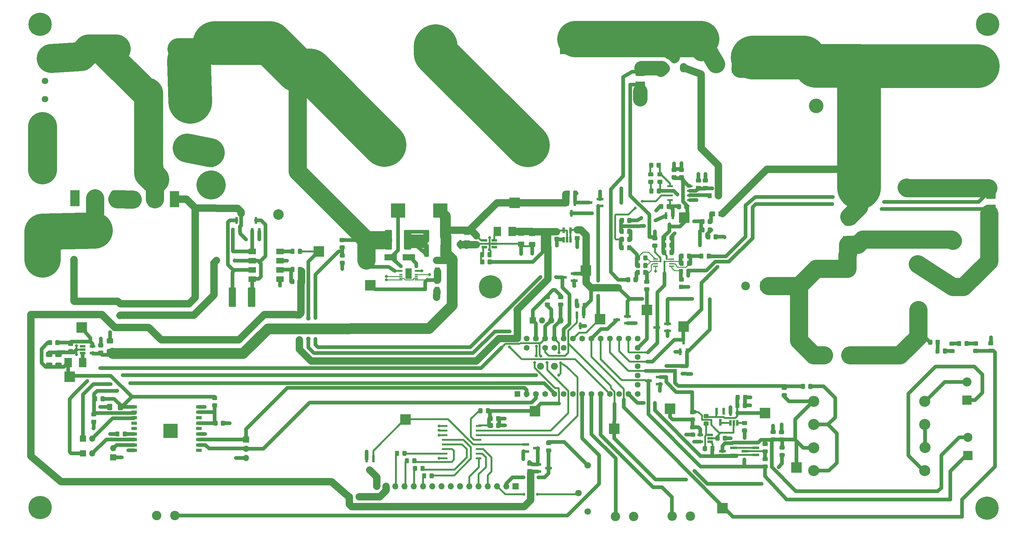
<source format=gbr>
G04 #@! TF.GenerationSoftware,KiCad,Pcbnew,5.1.6-c6e7f7d~87~ubuntu18.04.1*
G04 #@! TF.CreationDate,2020-08-24T14:21:44+10:00*
G04 #@! TF.ProjectId,GridTiedBatteryBoostConverter,47726964-5469-4656-9442-617474657279,rev?*
G04 #@! TF.SameCoordinates,Original*
G04 #@! TF.FileFunction,Copper,L1,Top*
G04 #@! TF.FilePolarity,Positive*
%FSLAX46Y46*%
G04 Gerber Fmt 4.6, Leading zero omitted, Abs format (unit mm)*
G04 Created by KiCad (PCBNEW 5.1.6-c6e7f7d~87~ubuntu18.04.1) date 2020-08-24 14:21:44*
%MOMM*%
%LPD*%
G01*
G04 APERTURE LIST*
G04 #@! TA.AperFunction,ComponentPad*
%ADD10C,1.803400*%
G04 #@! TD*
G04 #@! TA.AperFunction,ComponentPad*
%ADD11R,10.500000X4.100000*%
G04 #@! TD*
G04 #@! TA.AperFunction,ComponentPad*
%ADD12C,3.048000*%
G04 #@! TD*
G04 #@! TA.AperFunction,ComponentPad*
%ADD13O,2.032000X2.540000*%
G04 #@! TD*
G04 #@! TA.AperFunction,ComponentPad*
%ADD14C,2.600000*%
G04 #@! TD*
G04 #@! TA.AperFunction,ComponentPad*
%ADD15C,6.400000*%
G04 #@! TD*
G04 #@! TA.AperFunction,SMDPad,CuDef*
%ADD16R,4.000000X4.000000*%
G04 #@! TD*
G04 #@! TA.AperFunction,SMDPad,CuDef*
%ADD17R,1.485000X0.900000*%
G04 #@! TD*
G04 #@! TA.AperFunction,ComponentPad*
%ADD18C,1.900000*%
G04 #@! TD*
G04 #@! TA.AperFunction,ComponentPad*
%ADD19R,1.600000X1.600000*%
G04 #@! TD*
G04 #@! TA.AperFunction,ComponentPad*
%ADD20C,1.600000*%
G04 #@! TD*
G04 #@! TA.AperFunction,SMDPad,CuDef*
%ADD21R,1.550000X0.600000*%
G04 #@! TD*
G04 #@! TA.AperFunction,ComponentPad*
%ADD22C,2.900000*%
G04 #@! TD*
G04 #@! TA.AperFunction,ComponentPad*
%ADD23C,2.400000*%
G04 #@! TD*
G04 #@! TA.AperFunction,ComponentPad*
%ADD24R,2.400000X2.400000*%
G04 #@! TD*
G04 #@! TA.AperFunction,ComponentPad*
%ADD25C,5.080000*%
G04 #@! TD*
G04 #@! TA.AperFunction,ComponentPad*
%ADD26C,3.400000*%
G04 #@! TD*
G04 #@! TA.AperFunction,ComponentPad*
%ADD27C,2.500000*%
G04 #@! TD*
G04 #@! TA.AperFunction,ComponentPad*
%ADD28R,2.500000X2.500000*%
G04 #@! TD*
G04 #@! TA.AperFunction,SMDPad,CuDef*
%ADD29R,2.000000X2.500000*%
G04 #@! TD*
G04 #@! TA.AperFunction,SMDPad,CuDef*
%ADD30R,0.800000X1.900000*%
G04 #@! TD*
G04 #@! TA.AperFunction,SMDPad,CuDef*
%ADD31R,1.900000X0.800000*%
G04 #@! TD*
G04 #@! TA.AperFunction,ComponentPad*
%ADD32C,1.800000*%
G04 #@! TD*
G04 #@! TA.AperFunction,SMDPad,CuDef*
%ADD33R,1.450000X0.450000*%
G04 #@! TD*
G04 #@! TA.AperFunction,SMDPad,CuDef*
%ADD34R,2.032000X1.524000*%
G04 #@! TD*
G04 #@! TA.AperFunction,SMDPad,CuDef*
%ADD35R,1.651000X2.844800*%
G04 #@! TD*
G04 #@! TA.AperFunction,SMDPad,CuDef*
%ADD36R,0.889000X0.304800*%
G04 #@! TD*
G04 #@! TA.AperFunction,SMDPad,CuDef*
%ADD37R,1.560000X0.650000*%
G04 #@! TD*
G04 #@! TA.AperFunction,ComponentPad*
%ADD38R,1.700000X1.700000*%
G04 #@! TD*
G04 #@! TA.AperFunction,ComponentPad*
%ADD39O,1.700000X1.700000*%
G04 #@! TD*
G04 #@! TA.AperFunction,SMDPad,CuDef*
%ADD40R,1.500000X0.600000*%
G04 #@! TD*
G04 #@! TA.AperFunction,SMDPad,CuDef*
%ADD41R,0.650000X1.560000*%
G04 #@! TD*
G04 #@! TA.AperFunction,ComponentPad*
%ADD42O,2.500000X4.500000*%
G04 #@! TD*
G04 #@! TA.AperFunction,ComponentPad*
%ADD43R,2.500000X4.500000*%
G04 #@! TD*
G04 #@! TA.AperFunction,ComponentPad*
%ADD44R,4.000000X4.000000*%
G04 #@! TD*
G04 #@! TA.AperFunction,ComponentPad*
%ADD45C,4.000000*%
G04 #@! TD*
G04 #@! TA.AperFunction,SMDPad,CuDef*
%ADD46R,3.500000X1.800000*%
G04 #@! TD*
G04 #@! TA.AperFunction,SMDPad,CuDef*
%ADD47R,3.000000X3.000000*%
G04 #@! TD*
G04 #@! TA.AperFunction,ViaPad*
%ADD48C,0.800000*%
G04 #@! TD*
G04 #@! TA.AperFunction,ViaPad*
%ADD49C,0.600000*%
G04 #@! TD*
G04 #@! TA.AperFunction,ViaPad*
%ADD50C,3.200000*%
G04 #@! TD*
G04 #@! TA.AperFunction,ViaPad*
%ADD51C,1.300000*%
G04 #@! TD*
G04 #@! TA.AperFunction,Conductor*
%ADD52C,8.000000*%
G04 #@! TD*
G04 #@! TA.AperFunction,Conductor*
%ADD53C,6.000000*%
G04 #@! TD*
G04 #@! TA.AperFunction,Conductor*
%ADD54C,12.000000*%
G04 #@! TD*
G04 #@! TA.AperFunction,Conductor*
%ADD55C,5.000000*%
G04 #@! TD*
G04 #@! TA.AperFunction,Conductor*
%ADD56C,0.500000*%
G04 #@! TD*
G04 #@! TA.AperFunction,Conductor*
%ADD57C,1.000000*%
G04 #@! TD*
G04 #@! TA.AperFunction,Conductor*
%ADD58C,2.000000*%
G04 #@! TD*
G04 #@! TA.AperFunction,Conductor*
%ADD59C,0.250000*%
G04 #@! TD*
G04 #@! TA.AperFunction,Conductor*
%ADD60C,4.000000*%
G04 #@! TD*
G04 #@! TA.AperFunction,Conductor*
%ADD61C,3.000000*%
G04 #@! TD*
G04 #@! TA.AperFunction,Conductor*
%ADD62C,10.000000*%
G04 #@! TD*
G04 APERTURE END LIST*
D10*
X19350000Y-30150000D03*
X19350000Y-35150000D03*
X19350000Y-40150000D03*
X19350000Y-45150001D03*
D11*
X126650000Y-25550000D03*
X112350000Y-53250000D03*
X166050000Y-25750000D03*
X151750000Y-53450000D03*
D12*
X230444600Y-123300000D03*
X230444600Y-129624600D03*
X230444600Y-136050800D03*
X230444600Y-142350000D03*
X260924600Y-123300000D03*
X260950000Y-129650000D03*
X260975400Y-136000000D03*
X260950000Y-142350000D03*
D13*
X194740000Y-31500000D03*
X192200000Y-29000000D03*
X189660000Y-31500000D03*
D14*
X196600000Y-154800000D03*
X191600000Y-154800000D03*
X181000000Y-154950000D03*
X176000000Y-154950000D03*
X55000000Y-154700000D03*
X50000000Y-154700000D03*
D15*
X141750000Y-91800000D03*
X278150000Y-19500000D03*
X278050000Y-152600000D03*
X18000000Y-19500000D03*
X18000000Y-152500000D03*
D16*
X53850000Y-131350000D03*
D17*
X61642500Y-124750000D03*
X61642500Y-126250000D03*
X61642500Y-127750000D03*
X61642500Y-129250000D03*
X61642500Y-130750000D03*
X61642500Y-132250000D03*
X61642500Y-133750000D03*
X61642500Y-135250000D03*
X61642500Y-136750000D03*
X43857500Y-136750000D03*
X43857500Y-135250000D03*
X43857500Y-133750000D03*
X43857500Y-132250000D03*
X43857500Y-130750000D03*
X43857500Y-129250000D03*
X43857500Y-127750000D03*
X43857500Y-126250000D03*
X43857500Y-124750000D03*
D18*
X155440000Y-113600000D03*
X159250000Y-113600000D03*
D19*
X149090000Y-121220000D03*
D20*
X151630000Y-121220000D03*
X154170000Y-121220000D03*
X156710000Y-121220000D03*
X159250000Y-121220000D03*
X161790000Y-121220000D03*
X164330000Y-121220000D03*
X166870000Y-121220000D03*
X169410000Y-121220000D03*
X171950000Y-121220000D03*
X174490000Y-121220000D03*
X177030000Y-121220000D03*
X179570000Y-121220000D03*
X161790000Y-108520000D03*
X159250000Y-108520000D03*
X156710000Y-108520000D03*
X151630000Y-108520000D03*
X149090000Y-105980000D03*
X151630000Y-105980000D03*
X154170000Y-105980000D03*
X156710000Y-105980000D03*
X159250000Y-105980000D03*
X161790000Y-105980000D03*
X164330000Y-105980000D03*
X166870000Y-105980000D03*
X169410000Y-105980000D03*
X171950000Y-105980000D03*
X174490000Y-105980000D03*
X177030000Y-105980000D03*
X179570000Y-105980000D03*
X182110000Y-121220000D03*
X182110000Y-118680000D03*
X182110000Y-116140000D03*
X182110000Y-105980000D03*
X182110000Y-108520000D03*
X182110000Y-111060000D03*
X182110000Y-113600000D03*
D21*
X191000000Y-64095000D03*
X191000000Y-65365000D03*
X191000000Y-66635000D03*
X191000000Y-67905000D03*
X196400000Y-67905000D03*
X196400000Y-66635000D03*
X196400000Y-65365000D03*
X196400000Y-64095000D03*
D22*
X83500000Y-71900000D03*
X83500000Y-21900000D03*
X275500000Y-27100000D03*
X275500000Y-64600000D03*
X255200000Y-64600000D03*
X255200000Y-27100000D03*
D23*
X203900000Y-31700000D03*
D24*
X209100000Y-31700000D03*
D23*
X239700000Y-73800000D03*
D24*
X239700000Y-79000000D03*
D23*
X211700000Y-91500000D03*
D24*
X216900000Y-91500000D03*
D23*
X239400000Y-110500000D03*
D24*
X234200000Y-110500000D03*
D25*
X55938000Y-26300000D03*
X63558000Y-26300000D03*
X38920000Y-26300000D03*
X31300000Y-26300000D03*
D26*
X259100000Y-98150000D03*
X268600000Y-91800000D03*
X259100000Y-85450000D03*
X268600000Y-79100000D03*
D27*
X272500000Y-117900000D03*
D28*
X272500000Y-122900000D03*
D16*
X116300000Y-70750000D03*
X127900000Y-70750000D03*
D29*
X147600000Y-76500000D03*
X143600000Y-76500000D03*
D30*
X190800000Y-75200000D03*
X189850000Y-72200000D03*
X191750000Y-72200000D03*
D31*
X168750000Y-68550000D03*
X171750000Y-67600000D03*
X171750000Y-69500000D03*
D30*
X163850000Y-71550000D03*
X162900000Y-68550000D03*
X164800000Y-68550000D03*
D31*
X154350000Y-136100000D03*
X151350000Y-137050000D03*
X151350000Y-135150000D03*
D30*
X108600000Y-142100000D03*
X107650000Y-139100000D03*
X109550000Y-139100000D03*
D31*
X157650000Y-141600000D03*
X154650000Y-142550000D03*
X154650000Y-140650000D03*
D30*
X71950000Y-73500000D03*
X72900000Y-76500000D03*
X71000000Y-76500000D03*
X77250000Y-73500000D03*
X78200000Y-76500000D03*
X76300000Y-76500000D03*
D32*
X168400000Y-140900000D03*
X165860000Y-148520000D03*
X168400000Y-153600000D03*
D33*
X191400000Y-84125000D03*
X191400000Y-84775000D03*
X191400000Y-85425000D03*
X191400000Y-86075000D03*
X187000000Y-86075000D03*
X187000000Y-85425000D03*
X187000000Y-84775000D03*
X187000000Y-84125000D03*
D34*
X83910000Y-89610000D03*
X83910000Y-87070000D03*
X83910000Y-84530000D03*
X83910000Y-81990000D03*
X76290000Y-81990000D03*
X76290000Y-84530000D03*
X76290000Y-87070000D03*
X76290000Y-89610000D03*
D35*
X119200000Y-88100000D03*
D36*
X121308200Y-86348670D03*
X121308200Y-87349430D03*
X121308200Y-88350190D03*
X121308200Y-88850570D03*
X121308200Y-89350950D03*
X121308200Y-89851330D03*
X117091800Y-89851330D03*
X117091800Y-89350950D03*
X117091800Y-88850570D03*
X117091800Y-88350190D03*
X117091800Y-87349430D03*
X117091800Y-86348670D03*
D37*
X140050000Y-80850000D03*
X140050000Y-78950000D03*
X142750000Y-78950000D03*
X142750000Y-79900000D03*
X142750000Y-80850000D03*
D38*
X148600000Y-146600000D03*
D39*
X146060000Y-146600000D03*
X143520000Y-146600000D03*
X140980000Y-146600000D03*
X138440000Y-146600000D03*
X135900000Y-146600000D03*
X133360000Y-146600000D03*
X130820000Y-146600000D03*
X128280000Y-146600000D03*
X125740000Y-146600000D03*
X123200000Y-146600000D03*
X120660000Y-146600000D03*
X118120000Y-146600000D03*
X115580000Y-146600000D03*
X113040000Y-146600000D03*
X110500000Y-146600000D03*
X74550000Y-138850000D03*
X74550000Y-136310000D03*
D38*
X74550000Y-133770000D03*
D39*
X32340000Y-137600000D03*
D38*
X29800000Y-137600000D03*
D39*
X32340000Y-133500000D03*
D38*
X29800000Y-133500000D03*
X38100000Y-138700000D03*
D39*
X38100000Y-136160000D03*
D29*
X29700000Y-112550000D03*
X25700000Y-112550000D03*
D40*
X138400000Y-130005000D03*
X138400000Y-131275000D03*
X138400000Y-132545000D03*
X138400000Y-133815000D03*
X138400000Y-135085000D03*
X138400000Y-136355000D03*
X138400000Y-137625000D03*
X138400000Y-138895000D03*
X129100000Y-138895000D03*
X129100000Y-137625000D03*
X129100000Y-136355000D03*
X129100000Y-135085000D03*
X129100000Y-133815000D03*
X129100000Y-132545000D03*
X129100000Y-131275000D03*
X129100000Y-130005000D03*
D30*
X167300000Y-99500000D03*
X165400000Y-99500000D03*
X166350000Y-102500000D03*
D37*
X29700000Y-108100000D03*
X29700000Y-109050000D03*
X29700000Y-110000000D03*
X32400000Y-110000000D03*
X32400000Y-108100000D03*
D39*
X160920000Y-101000000D03*
X158380000Y-101000000D03*
X155840000Y-101000000D03*
D38*
X153300000Y-101000000D03*
D30*
X194700000Y-106650000D03*
X195650000Y-109650000D03*
X193750000Y-109650000D03*
D31*
X190350000Y-103850000D03*
X190350000Y-101950000D03*
X187350000Y-102900000D03*
X185050000Y-117550000D03*
X188050000Y-116600000D03*
X188050000Y-118500000D03*
X194900000Y-115650000D03*
X194900000Y-113750000D03*
X191900000Y-114700000D03*
D41*
X161750000Y-78850000D03*
X162700000Y-78850000D03*
X163650000Y-78850000D03*
X163650000Y-76150000D03*
X161750000Y-76150000D03*
D42*
X38500000Y-67350000D03*
X33050000Y-67350000D03*
D43*
X27600000Y-67350000D03*
X54950000Y-67650000D03*
D42*
X49500000Y-67650000D03*
X44050000Y-67650000D03*
D44*
X57450000Y-43200000D03*
D45*
X57450000Y-53200000D03*
D44*
X231100000Y-32000000D03*
D45*
X231100000Y-42000000D03*
G04 #@! TA.AperFunction,SMDPad,CuDef*
G36*
G01*
X188800000Y-78750001D02*
X188800000Y-77849999D01*
G75*
G02*
X189049999Y-77600000I249999J0D01*
G01*
X189700001Y-77600000D01*
G75*
G02*
X189950000Y-77849999I0J-249999D01*
G01*
X189950000Y-78750001D01*
G75*
G02*
X189700001Y-79000000I-249999J0D01*
G01*
X189049999Y-79000000D01*
G75*
G02*
X188800000Y-78750001I0J249999D01*
G01*
G37*
G04 #@! TD.AperFunction*
G04 #@! TA.AperFunction,SMDPad,CuDef*
G36*
G01*
X190850000Y-78750001D02*
X190850000Y-77849999D01*
G75*
G02*
X191099999Y-77600000I249999J0D01*
G01*
X191750001Y-77600000D01*
G75*
G02*
X192000000Y-77849999I0J-249999D01*
G01*
X192000000Y-78750001D01*
G75*
G02*
X191750001Y-79000000I-249999J0D01*
G01*
X191099999Y-79000000D01*
G75*
G02*
X190850000Y-78750001I0J249999D01*
G01*
G37*
G04 #@! TD.AperFunction*
G04 #@! TA.AperFunction,SMDPad,CuDef*
G36*
G01*
X188800000Y-82750001D02*
X188800000Y-81849999D01*
G75*
G02*
X189049999Y-81600000I249999J0D01*
G01*
X189700001Y-81600000D01*
G75*
G02*
X189950000Y-81849999I0J-249999D01*
G01*
X189950000Y-82750001D01*
G75*
G02*
X189700001Y-83000000I-249999J0D01*
G01*
X189049999Y-83000000D01*
G75*
G02*
X188800000Y-82750001I0J249999D01*
G01*
G37*
G04 #@! TD.AperFunction*
G04 #@! TA.AperFunction,SMDPad,CuDef*
G36*
G01*
X190850000Y-82750001D02*
X190850000Y-81849999D01*
G75*
G02*
X191099999Y-81600000I249999J0D01*
G01*
X191750001Y-81600000D01*
G75*
G02*
X192000000Y-81849999I0J-249999D01*
G01*
X192000000Y-82750001D01*
G75*
G02*
X191750001Y-83000000I-249999J0D01*
G01*
X191099999Y-83000000D01*
G75*
G02*
X190850000Y-82750001I0J249999D01*
G01*
G37*
G04 #@! TD.AperFunction*
G04 #@! TA.AperFunction,SMDPad,CuDef*
G36*
G01*
X192550001Y-60150000D02*
X191649999Y-60150000D01*
G75*
G02*
X191400000Y-59900001I0J249999D01*
G01*
X191400000Y-59249999D01*
G75*
G02*
X191649999Y-59000000I249999J0D01*
G01*
X192550001Y-59000000D01*
G75*
G02*
X192800000Y-59249999I0J-249999D01*
G01*
X192800000Y-59900001D01*
G75*
G02*
X192550001Y-60150000I-249999J0D01*
G01*
G37*
G04 #@! TD.AperFunction*
G04 #@! TA.AperFunction,SMDPad,CuDef*
G36*
G01*
X192550001Y-62200000D02*
X191649999Y-62200000D01*
G75*
G02*
X191400000Y-61950001I0J249999D01*
G01*
X191400000Y-61299999D01*
G75*
G02*
X191649999Y-61050000I249999J0D01*
G01*
X192550001Y-61050000D01*
G75*
G02*
X192800000Y-61299999I0J-249999D01*
G01*
X192800000Y-61950001D01*
G75*
G02*
X192550001Y-62200000I-249999J0D01*
G01*
G37*
G04 #@! TD.AperFunction*
G04 #@! TA.AperFunction,SMDPad,CuDef*
G36*
G01*
X194550001Y-62200000D02*
X193649999Y-62200000D01*
G75*
G02*
X193400000Y-61950001I0J249999D01*
G01*
X193400000Y-61299999D01*
G75*
G02*
X193649999Y-61050000I249999J0D01*
G01*
X194550001Y-61050000D01*
G75*
G02*
X194800000Y-61299999I0J-249999D01*
G01*
X194800000Y-61950001D01*
G75*
G02*
X194550001Y-62200000I-249999J0D01*
G01*
G37*
G04 #@! TD.AperFunction*
G04 #@! TA.AperFunction,SMDPad,CuDef*
G36*
G01*
X194550001Y-60150000D02*
X193649999Y-60150000D01*
G75*
G02*
X193400000Y-59900001I0J249999D01*
G01*
X193400000Y-59249999D01*
G75*
G02*
X193649999Y-59000000I249999J0D01*
G01*
X194550001Y-59000000D01*
G75*
G02*
X194800000Y-59249999I0J-249999D01*
G01*
X194800000Y-59900001D01*
G75*
G02*
X194550001Y-60150000I-249999J0D01*
G01*
G37*
G04 #@! TD.AperFunction*
G04 #@! TA.AperFunction,SMDPad,CuDef*
G36*
G01*
X182750000Y-83349999D02*
X182750000Y-84250001D01*
G75*
G02*
X182500001Y-84500000I-249999J0D01*
G01*
X181849999Y-84500000D01*
G75*
G02*
X181600000Y-84250001I0J249999D01*
G01*
X181600000Y-83349999D01*
G75*
G02*
X181849999Y-83100000I249999J0D01*
G01*
X182500001Y-83100000D01*
G75*
G02*
X182750000Y-83349999I0J-249999D01*
G01*
G37*
G04 #@! TD.AperFunction*
G04 #@! TA.AperFunction,SMDPad,CuDef*
G36*
G01*
X184800000Y-83349999D02*
X184800000Y-84250001D01*
G75*
G02*
X184550001Y-84500000I-249999J0D01*
G01*
X183899999Y-84500000D01*
G75*
G02*
X183650000Y-84250001I0J249999D01*
G01*
X183650000Y-83349999D01*
G75*
G02*
X183899999Y-83100000I249999J0D01*
G01*
X184550001Y-83100000D01*
G75*
G02*
X184800000Y-83349999I0J-249999D01*
G01*
G37*
G04 #@! TD.AperFunction*
G04 #@! TA.AperFunction,SMDPad,CuDef*
G36*
G01*
X190850000Y-80750001D02*
X190850000Y-79849999D01*
G75*
G02*
X191099999Y-79600000I249999J0D01*
G01*
X191750001Y-79600000D01*
G75*
G02*
X192000000Y-79849999I0J-249999D01*
G01*
X192000000Y-80750001D01*
G75*
G02*
X191750001Y-81000000I-249999J0D01*
G01*
X191099999Y-81000000D01*
G75*
G02*
X190850000Y-80750001I0J249999D01*
G01*
G37*
G04 #@! TD.AperFunction*
G04 #@! TA.AperFunction,SMDPad,CuDef*
G36*
G01*
X188800000Y-80750001D02*
X188800000Y-79849999D01*
G75*
G02*
X189049999Y-79600000I249999J0D01*
G01*
X189700001Y-79600000D01*
G75*
G02*
X189950000Y-79849999I0J-249999D01*
G01*
X189950000Y-80750001D01*
G75*
G02*
X189700001Y-81000000I-249999J0D01*
G01*
X189049999Y-81000000D01*
G75*
G02*
X188800000Y-80750001I0J249999D01*
G01*
G37*
G04 #@! TD.AperFunction*
G04 #@! TA.AperFunction,SMDPad,CuDef*
G36*
G01*
X199250001Y-65100000D02*
X198349999Y-65100000D01*
G75*
G02*
X198100000Y-64850001I0J249999D01*
G01*
X198100000Y-64199999D01*
G75*
G02*
X198349999Y-63950000I249999J0D01*
G01*
X199250001Y-63950000D01*
G75*
G02*
X199500000Y-64199999I0J-249999D01*
G01*
X199500000Y-64850001D01*
G75*
G02*
X199250001Y-65100000I-249999J0D01*
G01*
G37*
G04 #@! TD.AperFunction*
G04 #@! TA.AperFunction,SMDPad,CuDef*
G36*
G01*
X199250001Y-63050000D02*
X198349999Y-63050000D01*
G75*
G02*
X198100000Y-62800001I0J249999D01*
G01*
X198100000Y-62149999D01*
G75*
G02*
X198349999Y-61900000I249999J0D01*
G01*
X199250001Y-61900000D01*
G75*
G02*
X199500000Y-62149999I0J-249999D01*
G01*
X199500000Y-62800001D01*
G75*
G02*
X199250001Y-63050000I-249999J0D01*
G01*
G37*
G04 #@! TD.AperFunction*
G04 #@! TA.AperFunction,SMDPad,CuDef*
G36*
G01*
X180950000Y-90250001D02*
X180950000Y-89349999D01*
G75*
G02*
X181199999Y-89100000I249999J0D01*
G01*
X181850001Y-89100000D01*
G75*
G02*
X182100000Y-89349999I0J-249999D01*
G01*
X182100000Y-90250001D01*
G75*
G02*
X181850001Y-90500000I-249999J0D01*
G01*
X181199999Y-90500000D01*
G75*
G02*
X180950000Y-90250001I0J249999D01*
G01*
G37*
G04 #@! TD.AperFunction*
G04 #@! TA.AperFunction,SMDPad,CuDef*
G36*
G01*
X178900000Y-90250001D02*
X178900000Y-89349999D01*
G75*
G02*
X179149999Y-89100000I249999J0D01*
G01*
X179800001Y-89100000D01*
G75*
G02*
X180050000Y-89349999I0J-249999D01*
G01*
X180050000Y-90250001D01*
G75*
G02*
X179800001Y-90500000I-249999J0D01*
G01*
X179149999Y-90500000D01*
G75*
G02*
X178900000Y-90250001I0J249999D01*
G01*
G37*
G04 #@! TD.AperFunction*
G04 #@! TA.AperFunction,SMDPad,CuDef*
G36*
G01*
X194750000Y-84849999D02*
X194750000Y-85750001D01*
G75*
G02*
X194500001Y-86000000I-249999J0D01*
G01*
X193849999Y-86000000D01*
G75*
G02*
X193600000Y-85750001I0J249999D01*
G01*
X193600000Y-84849999D01*
G75*
G02*
X193849999Y-84600000I249999J0D01*
G01*
X194500001Y-84600000D01*
G75*
G02*
X194750000Y-84849999I0J-249999D01*
G01*
G37*
G04 #@! TD.AperFunction*
G04 #@! TA.AperFunction,SMDPad,CuDef*
G36*
G01*
X196800000Y-84849999D02*
X196800000Y-85750001D01*
G75*
G02*
X196550001Y-86000000I-249999J0D01*
G01*
X195899999Y-86000000D01*
G75*
G02*
X195650000Y-85750001I0J249999D01*
G01*
X195650000Y-84849999D01*
G75*
G02*
X195899999Y-84600000I249999J0D01*
G01*
X196550001Y-84600000D01*
G75*
G02*
X196800000Y-84849999I0J-249999D01*
G01*
G37*
G04 #@! TD.AperFunction*
G04 #@! TA.AperFunction,SMDPad,CuDef*
G36*
G01*
X201150001Y-65100000D02*
X200249999Y-65100000D01*
G75*
G02*
X200000000Y-64850001I0J249999D01*
G01*
X200000000Y-64199999D01*
G75*
G02*
X200249999Y-63950000I249999J0D01*
G01*
X201150001Y-63950000D01*
G75*
G02*
X201400000Y-64199999I0J-249999D01*
G01*
X201400000Y-64850001D01*
G75*
G02*
X201150001Y-65100000I-249999J0D01*
G01*
G37*
G04 #@! TD.AperFunction*
G04 #@! TA.AperFunction,SMDPad,CuDef*
G36*
G01*
X201150001Y-63050000D02*
X200249999Y-63050000D01*
G75*
G02*
X200000000Y-62800001I0J249999D01*
G01*
X200000000Y-62149999D01*
G75*
G02*
X200249999Y-61900000I249999J0D01*
G01*
X201150001Y-61900000D01*
G75*
G02*
X201400000Y-62149999I0J-249999D01*
G01*
X201400000Y-62800001D01*
G75*
G02*
X201150001Y-63050000I-249999J0D01*
G01*
G37*
G04 #@! TD.AperFunction*
G04 #@! TA.AperFunction,SMDPad,CuDef*
G36*
G01*
X141200000Y-130350001D02*
X141200000Y-129449999D01*
G75*
G02*
X141449999Y-129200000I249999J0D01*
G01*
X142100001Y-129200000D01*
G75*
G02*
X142350000Y-129449999I0J-249999D01*
G01*
X142350000Y-130350001D01*
G75*
G02*
X142100001Y-130600000I-249999J0D01*
G01*
X141449999Y-130600000D01*
G75*
G02*
X141200000Y-130350001I0J249999D01*
G01*
G37*
G04 #@! TD.AperFunction*
G04 #@! TA.AperFunction,SMDPad,CuDef*
G36*
G01*
X143250000Y-130350001D02*
X143250000Y-129449999D01*
G75*
G02*
X143499999Y-129200000I249999J0D01*
G01*
X144150001Y-129200000D01*
G75*
G02*
X144400000Y-129449999I0J-249999D01*
G01*
X144400000Y-130350001D01*
G75*
G02*
X144150001Y-130600000I-249999J0D01*
G01*
X143499999Y-130600000D01*
G75*
G02*
X143250000Y-130350001I0J249999D01*
G01*
G37*
G04 #@! TD.AperFunction*
G04 #@! TA.AperFunction,SMDPad,CuDef*
G36*
G01*
X141150000Y-128450001D02*
X141150000Y-127549999D01*
G75*
G02*
X141399999Y-127300000I249999J0D01*
G01*
X142050001Y-127300000D01*
G75*
G02*
X142300000Y-127549999I0J-249999D01*
G01*
X142300000Y-128450001D01*
G75*
G02*
X142050001Y-128700000I-249999J0D01*
G01*
X141399999Y-128700000D01*
G75*
G02*
X141150000Y-128450001I0J249999D01*
G01*
G37*
G04 #@! TD.AperFunction*
G04 #@! TA.AperFunction,SMDPad,CuDef*
G36*
G01*
X143200000Y-128450001D02*
X143200000Y-127549999D01*
G75*
G02*
X143449999Y-127300000I249999J0D01*
G01*
X144100001Y-127300000D01*
G75*
G02*
X144350000Y-127549999I0J-249999D01*
G01*
X144350000Y-128450001D01*
G75*
G02*
X144100001Y-128700000I-249999J0D01*
G01*
X143449999Y-128700000D01*
G75*
G02*
X143200000Y-128450001I0J249999D01*
G01*
G37*
G04 #@! TD.AperFunction*
G04 #@! TA.AperFunction,SMDPad,CuDef*
G36*
G01*
X32299999Y-128300000D02*
X33200001Y-128300000D01*
G75*
G02*
X33450000Y-128549999I0J-249999D01*
G01*
X33450000Y-129200001D01*
G75*
G02*
X33200001Y-129450000I-249999J0D01*
G01*
X32299999Y-129450000D01*
G75*
G02*
X32050000Y-129200001I0J249999D01*
G01*
X32050000Y-128549999D01*
G75*
G02*
X32299999Y-128300000I249999J0D01*
G01*
G37*
G04 #@! TD.AperFunction*
G04 #@! TA.AperFunction,SMDPad,CuDef*
G36*
G01*
X32299999Y-126250000D02*
X33200001Y-126250000D01*
G75*
G02*
X33450000Y-126499999I0J-249999D01*
G01*
X33450000Y-127150001D01*
G75*
G02*
X33200001Y-127400000I-249999J0D01*
G01*
X32299999Y-127400000D01*
G75*
G02*
X32050000Y-127150001I0J249999D01*
G01*
X32050000Y-126499999D01*
G75*
G02*
X32299999Y-126250000I249999J0D01*
G01*
G37*
G04 #@! TD.AperFunction*
G04 #@! TA.AperFunction,SMDPad,CuDef*
G36*
G01*
X40800000Y-124175000D02*
X40800000Y-125425000D01*
G75*
G02*
X40550000Y-125675000I-250000J0D01*
G01*
X39625000Y-125675000D01*
G75*
G02*
X39375000Y-125425000I0J250000D01*
G01*
X39375000Y-124175000D01*
G75*
G02*
X39625000Y-123925000I250000J0D01*
G01*
X40550000Y-123925000D01*
G75*
G02*
X40800000Y-124175000I0J-250000D01*
G01*
G37*
G04 #@! TD.AperFunction*
G04 #@! TA.AperFunction,SMDPad,CuDef*
G36*
G01*
X37825000Y-124175000D02*
X37825000Y-125425000D01*
G75*
G02*
X37575000Y-125675000I-250000J0D01*
G01*
X36650000Y-125675000D01*
G75*
G02*
X36400000Y-125425000I0J250000D01*
G01*
X36400000Y-124175000D01*
G75*
G02*
X36650000Y-123925000I250000J0D01*
G01*
X37575000Y-123925000D01*
G75*
G02*
X37825000Y-124175000I0J-250000D01*
G01*
G37*
G04 #@! TD.AperFunction*
G04 #@! TA.AperFunction,SMDPad,CuDef*
G36*
G01*
X65600000Y-129700001D02*
X65600000Y-128799999D01*
G75*
G02*
X65849999Y-128550000I249999J0D01*
G01*
X66500001Y-128550000D01*
G75*
G02*
X66750000Y-128799999I0J-249999D01*
G01*
X66750000Y-129700001D01*
G75*
G02*
X66500001Y-129950000I-249999J0D01*
G01*
X65849999Y-129950000D01*
G75*
G02*
X65600000Y-129700001I0J249999D01*
G01*
G37*
G04 #@! TD.AperFunction*
G04 #@! TA.AperFunction,SMDPad,CuDef*
G36*
G01*
X67650000Y-129700001D02*
X67650000Y-128799999D01*
G75*
G02*
X67899999Y-128550000I249999J0D01*
G01*
X68550001Y-128550000D01*
G75*
G02*
X68800000Y-128799999I0J-249999D01*
G01*
X68800000Y-129700001D01*
G75*
G02*
X68550001Y-129950000I-249999J0D01*
G01*
X67899999Y-129950000D01*
G75*
G02*
X67650000Y-129700001I0J249999D01*
G01*
G37*
G04 #@! TD.AperFunction*
G04 #@! TA.AperFunction,SMDPad,CuDef*
G36*
G01*
X37825000Y-107325000D02*
X36575000Y-107325000D01*
G75*
G02*
X36325000Y-107075000I0J250000D01*
G01*
X36325000Y-106150000D01*
G75*
G02*
X36575000Y-105900000I250000J0D01*
G01*
X37825000Y-105900000D01*
G75*
G02*
X38075000Y-106150000I0J-250000D01*
G01*
X38075000Y-107075000D01*
G75*
G02*
X37825000Y-107325000I-250000J0D01*
G01*
G37*
G04 #@! TD.AperFunction*
G04 #@! TA.AperFunction,SMDPad,CuDef*
G36*
G01*
X37825000Y-110300000D02*
X36575000Y-110300000D01*
G75*
G02*
X36325000Y-110050000I0J250000D01*
G01*
X36325000Y-109125000D01*
G75*
G02*
X36575000Y-108875000I250000J0D01*
G01*
X37825000Y-108875000D01*
G75*
G02*
X38075000Y-109125000I0J-250000D01*
G01*
X38075000Y-110050000D01*
G75*
G02*
X37825000Y-110300000I-250000J0D01*
G01*
G37*
G04 #@! TD.AperFunction*
G04 #@! TA.AperFunction,SMDPad,CuDef*
G36*
G01*
X166100000Y-96449999D02*
X166100000Y-97350001D01*
G75*
G02*
X165850001Y-97600000I-249999J0D01*
G01*
X165199999Y-97600000D01*
G75*
G02*
X164950000Y-97350001I0J249999D01*
G01*
X164950000Y-96449999D01*
G75*
G02*
X165199999Y-96200000I249999J0D01*
G01*
X165850001Y-96200000D01*
G75*
G02*
X166100000Y-96449999I0J-249999D01*
G01*
G37*
G04 #@! TD.AperFunction*
G04 #@! TA.AperFunction,SMDPad,CuDef*
G36*
G01*
X168150000Y-96449999D02*
X168150000Y-97350001D01*
G75*
G02*
X167900001Y-97600000I-249999J0D01*
G01*
X167249999Y-97600000D01*
G75*
G02*
X167000000Y-97350001I0J249999D01*
G01*
X167000000Y-96449999D01*
G75*
G02*
X167249999Y-96200000I249999J0D01*
G01*
X167900001Y-96200000D01*
G75*
G02*
X168150000Y-96449999I0J-249999D01*
G01*
G37*
G04 #@! TD.AperFunction*
G04 #@! TA.AperFunction,SMDPad,CuDef*
G36*
G01*
X112675000Y-81250001D02*
X112675000Y-76349999D01*
G75*
G02*
X112924999Y-76100000I249999J0D01*
G01*
X114400001Y-76100000D01*
G75*
G02*
X114650000Y-76349999I0J-249999D01*
G01*
X114650000Y-81250001D01*
G75*
G02*
X114400001Y-81500000I-249999J0D01*
G01*
X112924999Y-81500000D01*
G75*
G02*
X112675000Y-81250001I0J249999D01*
G01*
G37*
G04 #@! TD.AperFunction*
G04 #@! TA.AperFunction,SMDPad,CuDef*
G36*
G01*
X117950000Y-81250001D02*
X117950000Y-76349999D01*
G75*
G02*
X118199999Y-76100000I249999J0D01*
G01*
X119675001Y-76100000D01*
G75*
G02*
X119925000Y-76349999I0J-249999D01*
G01*
X119925000Y-81250001D01*
G75*
G02*
X119675001Y-81500000I-249999J0D01*
G01*
X118199999Y-81500000D01*
G75*
G02*
X117950000Y-81250001I0J249999D01*
G01*
G37*
G04 #@! TD.AperFunction*
G04 #@! TA.AperFunction,SMDPad,CuDef*
G36*
G01*
X35100001Y-108400000D02*
X34199999Y-108400000D01*
G75*
G02*
X33950000Y-108150001I0J249999D01*
G01*
X33950000Y-107499999D01*
G75*
G02*
X34199999Y-107250000I249999J0D01*
G01*
X35100001Y-107250000D01*
G75*
G02*
X35350000Y-107499999I0J-249999D01*
G01*
X35350000Y-108150001D01*
G75*
G02*
X35100001Y-108400000I-249999J0D01*
G01*
G37*
G04 #@! TD.AperFunction*
G04 #@! TA.AperFunction,SMDPad,CuDef*
G36*
G01*
X35100001Y-110450000D02*
X34199999Y-110450000D01*
G75*
G02*
X33950000Y-110200001I0J249999D01*
G01*
X33950000Y-109549999D01*
G75*
G02*
X34199999Y-109300000I249999J0D01*
G01*
X35100001Y-109300000D01*
G75*
G02*
X35350000Y-109549999I0J-249999D01*
G01*
X35350000Y-110200001D01*
G75*
G02*
X35100001Y-110450000I-249999J0D01*
G01*
G37*
G04 #@! TD.AperFunction*
G04 #@! TA.AperFunction,SMDPad,CuDef*
G36*
G01*
X23675000Y-111075000D02*
X22425000Y-111075000D01*
G75*
G02*
X22175000Y-110825000I0J250000D01*
G01*
X22175000Y-109900000D01*
G75*
G02*
X22425000Y-109650000I250000J0D01*
G01*
X23675000Y-109650000D01*
G75*
G02*
X23925000Y-109900000I0J-250000D01*
G01*
X23925000Y-110825000D01*
G75*
G02*
X23675000Y-111075000I-250000J0D01*
G01*
G37*
G04 #@! TD.AperFunction*
G04 #@! TA.AperFunction,SMDPad,CuDef*
G36*
G01*
X23675000Y-114050000D02*
X22425000Y-114050000D01*
G75*
G02*
X22175000Y-113800000I0J250000D01*
G01*
X22175000Y-112875000D01*
G75*
G02*
X22425000Y-112625000I250000J0D01*
G01*
X23675000Y-112625000D01*
G75*
G02*
X23925000Y-112875000I0J-250000D01*
G01*
X23925000Y-113800000D01*
G75*
G02*
X23675000Y-114050000I-250000J0D01*
G01*
G37*
G04 #@! TD.AperFunction*
G04 #@! TA.AperFunction,SMDPad,CuDef*
G36*
G01*
X129225000Y-80350000D02*
X129225000Y-83250000D01*
G75*
G02*
X128975000Y-83500000I-250000J0D01*
G01*
X128175000Y-83500000D01*
G75*
G02*
X127925000Y-83250000I0J250000D01*
G01*
X127925000Y-80350000D01*
G75*
G02*
X128175000Y-80100000I250000J0D01*
G01*
X128975000Y-80100000D01*
G75*
G02*
X129225000Y-80350000I0J-250000D01*
G01*
G37*
G04 #@! TD.AperFunction*
G04 #@! TA.AperFunction,SMDPad,CuDef*
G36*
G01*
X124775000Y-80350000D02*
X124775000Y-83250000D01*
G75*
G02*
X124525000Y-83500000I-250000J0D01*
G01*
X123725000Y-83500000D01*
G75*
G02*
X123475000Y-83250000I0J250000D01*
G01*
X123475000Y-80350000D01*
G75*
G02*
X123725000Y-80100000I250000J0D01*
G01*
X124525000Y-80100000D01*
G75*
G02*
X124775000Y-80350000I0J-250000D01*
G01*
G37*
G04 #@! TD.AperFunction*
G04 #@! TA.AperFunction,SMDPad,CuDef*
G36*
G01*
X21125000Y-111025000D02*
X19875000Y-111025000D01*
G75*
G02*
X19625000Y-110775000I0J250000D01*
G01*
X19625000Y-109850000D01*
G75*
G02*
X19875000Y-109600000I250000J0D01*
G01*
X21125000Y-109600000D01*
G75*
G02*
X21375000Y-109850000I0J-250000D01*
G01*
X21375000Y-110775000D01*
G75*
G02*
X21125000Y-111025000I-250000J0D01*
G01*
G37*
G04 #@! TD.AperFunction*
G04 #@! TA.AperFunction,SMDPad,CuDef*
G36*
G01*
X21125000Y-114000000D02*
X19875000Y-114000000D01*
G75*
G02*
X19625000Y-113750000I0J250000D01*
G01*
X19625000Y-112825000D01*
G75*
G02*
X19875000Y-112575000I250000J0D01*
G01*
X21125000Y-112575000D01*
G75*
G02*
X21375000Y-112825000I0J-250000D01*
G01*
X21375000Y-113750000D01*
G75*
G02*
X21125000Y-114000000I-250000J0D01*
G01*
G37*
G04 #@! TD.AperFunction*
G04 #@! TA.AperFunction,SMDPad,CuDef*
G36*
G01*
X134575000Y-76000000D02*
X135825000Y-76000000D01*
G75*
G02*
X136075000Y-76250000I0J-250000D01*
G01*
X136075000Y-77175000D01*
G75*
G02*
X135825000Y-77425000I-250000J0D01*
G01*
X134575000Y-77425000D01*
G75*
G02*
X134325000Y-77175000I0J250000D01*
G01*
X134325000Y-76250000D01*
G75*
G02*
X134575000Y-76000000I250000J0D01*
G01*
G37*
G04 #@! TD.AperFunction*
G04 #@! TA.AperFunction,SMDPad,CuDef*
G36*
G01*
X134575000Y-78975000D02*
X135825000Y-78975000D01*
G75*
G02*
X136075000Y-79225000I0J-250000D01*
G01*
X136075000Y-80150000D01*
G75*
G02*
X135825000Y-80400000I-250000J0D01*
G01*
X134575000Y-80400000D01*
G75*
G02*
X134325000Y-80150000I0J250000D01*
G01*
X134325000Y-79225000D01*
G75*
G02*
X134575000Y-78975000I250000J0D01*
G01*
G37*
G04 #@! TD.AperFunction*
G04 #@! TA.AperFunction,SMDPad,CuDef*
G36*
G01*
X137349999Y-79400000D02*
X138250001Y-79400000D01*
G75*
G02*
X138500000Y-79649999I0J-249999D01*
G01*
X138500000Y-80300001D01*
G75*
G02*
X138250001Y-80550000I-249999J0D01*
G01*
X137349999Y-80550000D01*
G75*
G02*
X137100000Y-80300001I0J249999D01*
G01*
X137100000Y-79649999D01*
G75*
G02*
X137349999Y-79400000I249999J0D01*
G01*
G37*
G04 #@! TD.AperFunction*
G04 #@! TA.AperFunction,SMDPad,CuDef*
G36*
G01*
X137349999Y-77350000D02*
X138250001Y-77350000D01*
G75*
G02*
X138500000Y-77599999I0J-249999D01*
G01*
X138500000Y-78250001D01*
G75*
G02*
X138250001Y-78500000I-249999J0D01*
G01*
X137349999Y-78500000D01*
G75*
G02*
X137100000Y-78250001I0J249999D01*
G01*
X137100000Y-77599999D01*
G75*
G02*
X137349999Y-77350000I249999J0D01*
G01*
G37*
G04 #@! TD.AperFunction*
G04 #@! TA.AperFunction,SMDPad,CuDef*
G36*
G01*
X152475000Y-76400000D02*
X153725000Y-76400000D01*
G75*
G02*
X153975000Y-76650000I0J-250000D01*
G01*
X153975000Y-77575000D01*
G75*
G02*
X153725000Y-77825000I-250000J0D01*
G01*
X152475000Y-77825000D01*
G75*
G02*
X152225000Y-77575000I0J250000D01*
G01*
X152225000Y-76650000D01*
G75*
G02*
X152475000Y-76400000I250000J0D01*
G01*
G37*
G04 #@! TD.AperFunction*
G04 #@! TA.AperFunction,SMDPad,CuDef*
G36*
G01*
X152475000Y-79375000D02*
X153725000Y-79375000D01*
G75*
G02*
X153975000Y-79625000I0J-250000D01*
G01*
X153975000Y-80550000D01*
G75*
G02*
X153725000Y-80800000I-250000J0D01*
G01*
X152475000Y-80800000D01*
G75*
G02*
X152225000Y-80550000I0J250000D01*
G01*
X152225000Y-79625000D01*
G75*
G02*
X152475000Y-79375000I250000J0D01*
G01*
G37*
G04 #@! TD.AperFunction*
G04 #@! TA.AperFunction,SMDPad,CuDef*
G36*
G01*
X149475000Y-76300000D02*
X150725000Y-76300000D01*
G75*
G02*
X150975000Y-76550000I0J-250000D01*
G01*
X150975000Y-77475000D01*
G75*
G02*
X150725000Y-77725000I-250000J0D01*
G01*
X149475000Y-77725000D01*
G75*
G02*
X149225000Y-77475000I0J250000D01*
G01*
X149225000Y-76550000D01*
G75*
G02*
X149475000Y-76300000I250000J0D01*
G01*
G37*
G04 #@! TD.AperFunction*
G04 #@! TA.AperFunction,SMDPad,CuDef*
G36*
G01*
X149475000Y-79275000D02*
X150725000Y-79275000D01*
G75*
G02*
X150975000Y-79525000I0J-250000D01*
G01*
X150975000Y-80450000D01*
G75*
G02*
X150725000Y-80700000I-250000J0D01*
G01*
X149475000Y-80700000D01*
G75*
G02*
X149225000Y-80450000I0J250000D01*
G01*
X149225000Y-79525000D01*
G75*
G02*
X149475000Y-79275000I250000J0D01*
G01*
G37*
G04 #@! TD.AperFunction*
G04 #@! TA.AperFunction,SMDPad,CuDef*
G36*
G01*
X159449999Y-75950000D02*
X160350001Y-75950000D01*
G75*
G02*
X160600000Y-76199999I0J-249999D01*
G01*
X160600000Y-76850001D01*
G75*
G02*
X160350001Y-77100000I-249999J0D01*
G01*
X159449999Y-77100000D01*
G75*
G02*
X159200000Y-76850001I0J249999D01*
G01*
X159200000Y-76199999D01*
G75*
G02*
X159449999Y-75950000I249999J0D01*
G01*
G37*
G04 #@! TD.AperFunction*
G04 #@! TA.AperFunction,SMDPad,CuDef*
G36*
G01*
X159449999Y-78000000D02*
X160350001Y-78000000D01*
G75*
G02*
X160600000Y-78249999I0J-249999D01*
G01*
X160600000Y-78900001D01*
G75*
G02*
X160350001Y-79150000I-249999J0D01*
G01*
X159449999Y-79150000D01*
G75*
G02*
X159200000Y-78900001I0J249999D01*
G01*
X159200000Y-78249999D01*
G75*
G02*
X159449999Y-78000000I249999J0D01*
G01*
G37*
G04 #@! TD.AperFunction*
G04 #@! TA.AperFunction,SMDPad,CuDef*
G36*
G01*
X165049999Y-77800000D02*
X165950001Y-77800000D01*
G75*
G02*
X166200000Y-78049999I0J-249999D01*
G01*
X166200000Y-78700001D01*
G75*
G02*
X165950001Y-78950000I-249999J0D01*
G01*
X165049999Y-78950000D01*
G75*
G02*
X164800000Y-78700001I0J249999D01*
G01*
X164800000Y-78049999D01*
G75*
G02*
X165049999Y-77800000I249999J0D01*
G01*
G37*
G04 #@! TD.AperFunction*
G04 #@! TA.AperFunction,SMDPad,CuDef*
G36*
G01*
X165049999Y-75750000D02*
X165950001Y-75750000D01*
G75*
G02*
X166200000Y-75999999I0J-249999D01*
G01*
X166200000Y-76650001D01*
G75*
G02*
X165950001Y-76900000I-249999J0D01*
G01*
X165049999Y-76900000D01*
G75*
G02*
X164800000Y-76650001I0J249999D01*
G01*
X164800000Y-75999999D01*
G75*
G02*
X165049999Y-75750000I249999J0D01*
G01*
G37*
G04 #@! TD.AperFunction*
G04 #@! TA.AperFunction,SMDPad,CuDef*
G36*
G01*
X75100000Y-97050001D02*
X75100000Y-92149999D01*
G75*
G02*
X75349999Y-91900000I249999J0D01*
G01*
X76825001Y-91900000D01*
G75*
G02*
X77075000Y-92149999I0J-249999D01*
G01*
X77075000Y-97050001D01*
G75*
G02*
X76825001Y-97300000I-249999J0D01*
G01*
X75349999Y-97300000D01*
G75*
G02*
X75100000Y-97050001I0J249999D01*
G01*
G37*
G04 #@! TD.AperFunction*
G04 #@! TA.AperFunction,SMDPad,CuDef*
G36*
G01*
X69825000Y-97050001D02*
X69825000Y-92149999D01*
G75*
G02*
X70074999Y-91900000I249999J0D01*
G01*
X71550001Y-91900000D01*
G75*
G02*
X71800000Y-92149999I0J-249999D01*
G01*
X71800000Y-97050001D01*
G75*
G02*
X71550001Y-97300000I-249999J0D01*
G01*
X70074999Y-97300000D01*
G75*
G02*
X69825000Y-97050001I0J249999D01*
G01*
G37*
G04 #@! TD.AperFunction*
G04 #@! TA.AperFunction,SMDPad,CuDef*
G36*
G01*
X124825000Y-76350000D02*
X124825000Y-79250000D01*
G75*
G02*
X124575000Y-79500000I-250000J0D01*
G01*
X123775000Y-79500000D01*
G75*
G02*
X123525000Y-79250000I0J250000D01*
G01*
X123525000Y-76350000D01*
G75*
G02*
X123775000Y-76100000I250000J0D01*
G01*
X124575000Y-76100000D01*
G75*
G02*
X124825000Y-76350000I0J-250000D01*
G01*
G37*
G04 #@! TD.AperFunction*
G04 #@! TA.AperFunction,SMDPad,CuDef*
G36*
G01*
X129275000Y-76350000D02*
X129275000Y-79250000D01*
G75*
G02*
X129025000Y-79500000I-250000J0D01*
G01*
X128225000Y-79500000D01*
G75*
G02*
X127975000Y-79250000I0J250000D01*
G01*
X127975000Y-76350000D01*
G75*
G02*
X128225000Y-76100000I250000J0D01*
G01*
X129025000Y-76100000D01*
G75*
G02*
X129275000Y-76350000I0J-250000D01*
G01*
G37*
G04 #@! TD.AperFunction*
G04 #@! TA.AperFunction,SMDPad,CuDef*
G36*
G01*
X219750001Y-134300000D02*
X218849999Y-134300000D01*
G75*
G02*
X218600000Y-134050001I0J249999D01*
G01*
X218600000Y-133399999D01*
G75*
G02*
X218849999Y-133150000I249999J0D01*
G01*
X219750001Y-133150000D01*
G75*
G02*
X220000000Y-133399999I0J-249999D01*
G01*
X220000000Y-134050001D01*
G75*
G02*
X219750001Y-134300000I-249999J0D01*
G01*
G37*
G04 #@! TD.AperFunction*
G04 #@! TA.AperFunction,SMDPad,CuDef*
G36*
G01*
X219750001Y-132250000D02*
X218849999Y-132250000D01*
G75*
G02*
X218600000Y-132000001I0J249999D01*
G01*
X218600000Y-131349999D01*
G75*
G02*
X218849999Y-131100000I249999J0D01*
G01*
X219750001Y-131100000D01*
G75*
G02*
X220000000Y-131349999I0J-249999D01*
G01*
X220000000Y-132000001D01*
G75*
G02*
X219750001Y-132250000I-249999J0D01*
G01*
G37*
G04 #@! TD.AperFunction*
G04 #@! TA.AperFunction,SMDPad,CuDef*
G36*
G01*
X186400000Y-57849999D02*
X186400000Y-58750001D01*
G75*
G02*
X186150001Y-59000000I-249999J0D01*
G01*
X185499999Y-59000000D01*
G75*
G02*
X185250000Y-58750001I0J249999D01*
G01*
X185250000Y-57849999D01*
G75*
G02*
X185499999Y-57600000I249999J0D01*
G01*
X186150001Y-57600000D01*
G75*
G02*
X186400000Y-57849999I0J-249999D01*
G01*
G37*
G04 #@! TD.AperFunction*
G04 #@! TA.AperFunction,SMDPad,CuDef*
G36*
G01*
X188450000Y-57849999D02*
X188450000Y-58750001D01*
G75*
G02*
X188200001Y-59000000I-249999J0D01*
G01*
X187549999Y-59000000D01*
G75*
G02*
X187300000Y-58750001I0J249999D01*
G01*
X187300000Y-57849999D01*
G75*
G02*
X187549999Y-57600000I249999J0D01*
G01*
X188200001Y-57600000D01*
G75*
G02*
X188450000Y-57849999I0J-249999D01*
G01*
G37*
G04 #@! TD.AperFunction*
G04 #@! TA.AperFunction,SMDPad,CuDef*
G36*
G01*
X187749999Y-60250000D02*
X188650001Y-60250000D01*
G75*
G02*
X188900000Y-60499999I0J-249999D01*
G01*
X188900000Y-61150001D01*
G75*
G02*
X188650001Y-61400000I-249999J0D01*
G01*
X187749999Y-61400000D01*
G75*
G02*
X187500000Y-61150001I0J249999D01*
G01*
X187500000Y-60499999D01*
G75*
G02*
X187749999Y-60250000I249999J0D01*
G01*
G37*
G04 #@! TD.AperFunction*
G04 #@! TA.AperFunction,SMDPad,CuDef*
G36*
G01*
X187749999Y-62300000D02*
X188650001Y-62300000D01*
G75*
G02*
X188900000Y-62549999I0J-249999D01*
G01*
X188900000Y-63200001D01*
G75*
G02*
X188650001Y-63450000I-249999J0D01*
G01*
X187749999Y-63450000D01*
G75*
G02*
X187500000Y-63200001I0J249999D01*
G01*
X187500000Y-62549999D01*
G75*
G02*
X187749999Y-62300000I249999J0D01*
G01*
G37*
G04 #@! TD.AperFunction*
D31*
X164650000Y-90050000D03*
X164650000Y-88150000D03*
X161650000Y-89100000D03*
G04 #@! TA.AperFunction,SMDPad,CuDef*
G36*
G01*
X64549999Y-59750000D02*
X65450001Y-59750000D01*
G75*
G02*
X65700000Y-59999999I0J-249999D01*
G01*
X65700000Y-60650001D01*
G75*
G02*
X65450001Y-60900000I-249999J0D01*
G01*
X64549999Y-60900000D01*
G75*
G02*
X64300000Y-60650001I0J249999D01*
G01*
X64300000Y-59999999D01*
G75*
G02*
X64549999Y-59750000I249999J0D01*
G01*
G37*
G04 #@! TD.AperFunction*
G04 #@! TA.AperFunction,SMDPad,CuDef*
G36*
G01*
X64549999Y-57700000D02*
X65450001Y-57700000D01*
G75*
G02*
X65700000Y-57949999I0J-249999D01*
G01*
X65700000Y-58600001D01*
G75*
G02*
X65450001Y-58850000I-249999J0D01*
G01*
X64549999Y-58850000D01*
G75*
G02*
X64300000Y-58600001I0J249999D01*
G01*
X64300000Y-57949999D01*
G75*
G02*
X64549999Y-57700000I249999J0D01*
G01*
G37*
G04 #@! TD.AperFunction*
G04 #@! TA.AperFunction,SMDPad,CuDef*
G36*
G01*
X205400000Y-71249999D02*
X205400000Y-72150001D01*
G75*
G02*
X205150001Y-72400000I-249999J0D01*
G01*
X204499999Y-72400000D01*
G75*
G02*
X204250000Y-72150001I0J249999D01*
G01*
X204250000Y-71249999D01*
G75*
G02*
X204499999Y-71000000I249999J0D01*
G01*
X205150001Y-71000000D01*
G75*
G02*
X205400000Y-71249999I0J-249999D01*
G01*
G37*
G04 #@! TD.AperFunction*
G04 #@! TA.AperFunction,SMDPad,CuDef*
G36*
G01*
X203350000Y-71249999D02*
X203350000Y-72150001D01*
G75*
G02*
X203100001Y-72400000I-249999J0D01*
G01*
X202449999Y-72400000D01*
G75*
G02*
X202200000Y-72150001I0J249999D01*
G01*
X202200000Y-71249999D01*
G75*
G02*
X202449999Y-71000000I249999J0D01*
G01*
X203100001Y-71000000D01*
G75*
G02*
X203350000Y-71249999I0J-249999D01*
G01*
G37*
G04 #@! TD.AperFunction*
G04 #@! TA.AperFunction,SMDPad,CuDef*
G36*
G01*
X200450000Y-73349999D02*
X200450000Y-74250001D01*
G75*
G02*
X200200001Y-74500000I-249999J0D01*
G01*
X199549999Y-74500000D01*
G75*
G02*
X199300000Y-74250001I0J249999D01*
G01*
X199300000Y-73349999D01*
G75*
G02*
X199549999Y-73100000I249999J0D01*
G01*
X200200001Y-73100000D01*
G75*
G02*
X200450000Y-73349999I0J-249999D01*
G01*
G37*
G04 #@! TD.AperFunction*
G04 #@! TA.AperFunction,SMDPad,CuDef*
G36*
G01*
X202500000Y-73349999D02*
X202500000Y-74250001D01*
G75*
G02*
X202250001Y-74500000I-249999J0D01*
G01*
X201599999Y-74500000D01*
G75*
G02*
X201350000Y-74250001I0J249999D01*
G01*
X201350000Y-73349999D01*
G75*
G02*
X201599999Y-73100000I249999J0D01*
G01*
X202250001Y-73100000D01*
G75*
G02*
X202500000Y-73349999I0J-249999D01*
G01*
G37*
G04 #@! TD.AperFunction*
G04 #@! TA.AperFunction,SMDPad,CuDef*
G36*
G01*
X199300000Y-76550001D02*
X199300000Y-75649999D01*
G75*
G02*
X199549999Y-75400000I249999J0D01*
G01*
X200200001Y-75400000D01*
G75*
G02*
X200450000Y-75649999I0J-249999D01*
G01*
X200450000Y-76550001D01*
G75*
G02*
X200200001Y-76800000I-249999J0D01*
G01*
X199549999Y-76800000D01*
G75*
G02*
X199300000Y-76550001I0J249999D01*
G01*
G37*
G04 #@! TD.AperFunction*
G04 #@! TA.AperFunction,SMDPad,CuDef*
G36*
G01*
X201350000Y-76550001D02*
X201350000Y-75649999D01*
G75*
G02*
X201599999Y-75400000I249999J0D01*
G01*
X202250001Y-75400000D01*
G75*
G02*
X202500000Y-75649999I0J-249999D01*
G01*
X202500000Y-76550001D01*
G75*
G02*
X202250001Y-76800000I-249999J0D01*
G01*
X201599999Y-76800000D01*
G75*
G02*
X201350000Y-76550001I0J249999D01*
G01*
G37*
G04 #@! TD.AperFunction*
G04 #@! TA.AperFunction,SMDPad,CuDef*
G36*
G01*
X200900000Y-78450001D02*
X200900000Y-77549999D01*
G75*
G02*
X201149999Y-77300000I249999J0D01*
G01*
X201800001Y-77300000D01*
G75*
G02*
X202050000Y-77549999I0J-249999D01*
G01*
X202050000Y-78450001D01*
G75*
G02*
X201800001Y-78700000I-249999J0D01*
G01*
X201149999Y-78700000D01*
G75*
G02*
X200900000Y-78450001I0J249999D01*
G01*
G37*
G04 #@! TD.AperFunction*
G04 #@! TA.AperFunction,SMDPad,CuDef*
G36*
G01*
X202950000Y-78450001D02*
X202950000Y-77549999D01*
G75*
G02*
X203199999Y-77300000I249999J0D01*
G01*
X203850001Y-77300000D01*
G75*
G02*
X204100000Y-77549999I0J-249999D01*
G01*
X204100000Y-78450001D01*
G75*
G02*
X203850001Y-78700000I-249999J0D01*
G01*
X203199999Y-78700000D01*
G75*
G02*
X202950000Y-78450001I0J249999D01*
G01*
G37*
G04 #@! TD.AperFunction*
G04 #@! TA.AperFunction,SMDPad,CuDef*
G36*
G01*
X179250000Y-73950001D02*
X179250000Y-73049999D01*
G75*
G02*
X179499999Y-72800000I249999J0D01*
G01*
X180150001Y-72800000D01*
G75*
G02*
X180400000Y-73049999I0J-249999D01*
G01*
X180400000Y-73950001D01*
G75*
G02*
X180150001Y-74200000I-249999J0D01*
G01*
X179499999Y-74200000D01*
G75*
G02*
X179250000Y-73950001I0J249999D01*
G01*
G37*
G04 #@! TD.AperFunction*
G04 #@! TA.AperFunction,SMDPad,CuDef*
G36*
G01*
X177200000Y-73950001D02*
X177200000Y-73049999D01*
G75*
G02*
X177449999Y-72800000I249999J0D01*
G01*
X178100001Y-72800000D01*
G75*
G02*
X178350000Y-73049999I0J-249999D01*
G01*
X178350000Y-73950001D01*
G75*
G02*
X178100001Y-74200000I-249999J0D01*
G01*
X177449999Y-74200000D01*
G75*
G02*
X177200000Y-73950001I0J249999D01*
G01*
G37*
G04 #@! TD.AperFunction*
G04 #@! TA.AperFunction,SMDPad,CuDef*
G36*
G01*
X180400000Y-78249999D02*
X180400000Y-79150001D01*
G75*
G02*
X180150001Y-79400000I-249999J0D01*
G01*
X179499999Y-79400000D01*
G75*
G02*
X179250000Y-79150001I0J249999D01*
G01*
X179250000Y-78249999D01*
G75*
G02*
X179499999Y-78000000I249999J0D01*
G01*
X180150001Y-78000000D01*
G75*
G02*
X180400000Y-78249999I0J-249999D01*
G01*
G37*
G04 #@! TD.AperFunction*
G04 #@! TA.AperFunction,SMDPad,CuDef*
G36*
G01*
X178350000Y-78249999D02*
X178350000Y-79150001D01*
G75*
G02*
X178100001Y-79400000I-249999J0D01*
G01*
X177449999Y-79400000D01*
G75*
G02*
X177200000Y-79150001I0J249999D01*
G01*
X177200000Y-78249999D01*
G75*
G02*
X177449999Y-78000000I249999J0D01*
G01*
X178100001Y-78000000D01*
G75*
G02*
X178350000Y-78249999I0J-249999D01*
G01*
G37*
G04 #@! TD.AperFunction*
G04 #@! TA.AperFunction,SMDPad,CuDef*
G36*
G01*
X178300000Y-80549999D02*
X178300000Y-81450001D01*
G75*
G02*
X178050001Y-81700000I-249999J0D01*
G01*
X177399999Y-81700000D01*
G75*
G02*
X177150000Y-81450001I0J249999D01*
G01*
X177150000Y-80549999D01*
G75*
G02*
X177399999Y-80300000I249999J0D01*
G01*
X178050001Y-80300000D01*
G75*
G02*
X178300000Y-80549999I0J-249999D01*
G01*
G37*
G04 #@! TD.AperFunction*
G04 #@! TA.AperFunction,SMDPad,CuDef*
G36*
G01*
X180350000Y-80549999D02*
X180350000Y-81450001D01*
G75*
G02*
X180100001Y-81700000I-249999J0D01*
G01*
X179449999Y-81700000D01*
G75*
G02*
X179200000Y-81450001I0J249999D01*
G01*
X179200000Y-80549999D01*
G75*
G02*
X179449999Y-80300000I249999J0D01*
G01*
X180100001Y-80300000D01*
G75*
G02*
X180350000Y-80549999I0J-249999D01*
G01*
G37*
G04 #@! TD.AperFunction*
G04 #@! TA.AperFunction,SMDPad,CuDef*
G36*
G01*
X182750000Y-85449999D02*
X182750000Y-86350001D01*
G75*
G02*
X182500001Y-86600000I-249999J0D01*
G01*
X181849999Y-86600000D01*
G75*
G02*
X181600000Y-86350001I0J249999D01*
G01*
X181600000Y-85449999D01*
G75*
G02*
X181849999Y-85200000I249999J0D01*
G01*
X182500001Y-85200000D01*
G75*
G02*
X182750000Y-85449999I0J-249999D01*
G01*
G37*
G04 #@! TD.AperFunction*
G04 #@! TA.AperFunction,SMDPad,CuDef*
G36*
G01*
X184800000Y-85449999D02*
X184800000Y-86350001D01*
G75*
G02*
X184550001Y-86600000I-249999J0D01*
G01*
X183899999Y-86600000D01*
G75*
G02*
X183650000Y-86350001I0J249999D01*
G01*
X183650000Y-85449999D01*
G75*
G02*
X183899999Y-85200000I249999J0D01*
G01*
X184550001Y-85200000D01*
G75*
G02*
X184800000Y-85449999I0J-249999D01*
G01*
G37*
G04 #@! TD.AperFunction*
G04 #@! TA.AperFunction,SMDPad,CuDef*
G36*
G01*
X185050001Y-93000000D02*
X184149999Y-93000000D01*
G75*
G02*
X183900000Y-92750001I0J249999D01*
G01*
X183900000Y-92099999D01*
G75*
G02*
X184149999Y-91850000I249999J0D01*
G01*
X185050001Y-91850000D01*
G75*
G02*
X185300000Y-92099999I0J-249999D01*
G01*
X185300000Y-92750001D01*
G75*
G02*
X185050001Y-93000000I-249999J0D01*
G01*
G37*
G04 #@! TD.AperFunction*
G04 #@! TA.AperFunction,SMDPad,CuDef*
G36*
G01*
X185050001Y-90950000D02*
X184149999Y-90950000D01*
G75*
G02*
X183900000Y-90700001I0J249999D01*
G01*
X183900000Y-90049999D01*
G75*
G02*
X184149999Y-89800000I249999J0D01*
G01*
X185050001Y-89800000D01*
G75*
G02*
X185300000Y-90049999I0J-249999D01*
G01*
X185300000Y-90700001D01*
G75*
G02*
X185050001Y-90950000I-249999J0D01*
G01*
G37*
G04 #@! TD.AperFunction*
G04 #@! TA.AperFunction,SMDPad,CuDef*
G36*
G01*
X183600000Y-88250001D02*
X183600000Y-87349999D01*
G75*
G02*
X183849999Y-87100000I249999J0D01*
G01*
X184500001Y-87100000D01*
G75*
G02*
X184750000Y-87349999I0J-249999D01*
G01*
X184750000Y-88250001D01*
G75*
G02*
X184500001Y-88500000I-249999J0D01*
G01*
X183849999Y-88500000D01*
G75*
G02*
X183600000Y-88250001I0J249999D01*
G01*
G37*
G04 #@! TD.AperFunction*
G04 #@! TA.AperFunction,SMDPad,CuDef*
G36*
G01*
X181550000Y-88250001D02*
X181550000Y-87349999D01*
G75*
G02*
X181799999Y-87100000I249999J0D01*
G01*
X182450001Y-87100000D01*
G75*
G02*
X182700000Y-87349999I0J-249999D01*
G01*
X182700000Y-88250001D01*
G75*
G02*
X182450001Y-88500000I-249999J0D01*
G01*
X181799999Y-88500000D01*
G75*
G02*
X181550000Y-88250001I0J249999D01*
G01*
G37*
G04 #@! TD.AperFunction*
G04 #@! TA.AperFunction,SMDPad,CuDef*
G36*
G01*
X186349999Y-77800000D02*
X187250001Y-77800000D01*
G75*
G02*
X187500000Y-78049999I0J-249999D01*
G01*
X187500000Y-78700001D01*
G75*
G02*
X187250001Y-78950000I-249999J0D01*
G01*
X186349999Y-78950000D01*
G75*
G02*
X186100000Y-78700001I0J249999D01*
G01*
X186100000Y-78049999D01*
G75*
G02*
X186349999Y-77800000I249999J0D01*
G01*
G37*
G04 #@! TD.AperFunction*
G04 #@! TA.AperFunction,SMDPad,CuDef*
G36*
G01*
X186349999Y-79850000D02*
X187250001Y-79850000D01*
G75*
G02*
X187500000Y-80099999I0J-249999D01*
G01*
X187500000Y-80750001D01*
G75*
G02*
X187250001Y-81000000I-249999J0D01*
G01*
X186349999Y-81000000D01*
G75*
G02*
X186100000Y-80750001I0J249999D01*
G01*
X186100000Y-80099999D01*
G75*
G02*
X186349999Y-79850000I249999J0D01*
G01*
G37*
G04 #@! TD.AperFunction*
G04 #@! TA.AperFunction,SMDPad,CuDef*
G36*
G01*
X202450000Y-66249999D02*
X202450000Y-67150001D01*
G75*
G02*
X202200001Y-67400000I-249999J0D01*
G01*
X201549999Y-67400000D01*
G75*
G02*
X201300000Y-67150001I0J249999D01*
G01*
X201300000Y-66249999D01*
G75*
G02*
X201549999Y-66000000I249999J0D01*
G01*
X202200001Y-66000000D01*
G75*
G02*
X202450000Y-66249999I0J-249999D01*
G01*
G37*
G04 #@! TD.AperFunction*
G04 #@! TA.AperFunction,SMDPad,CuDef*
G36*
G01*
X204500000Y-66249999D02*
X204500000Y-67150001D01*
G75*
G02*
X204250001Y-67400000I-249999J0D01*
G01*
X203599999Y-67400000D01*
G75*
G02*
X203350000Y-67150001I0J249999D01*
G01*
X203350000Y-66249999D01*
G75*
G02*
X203599999Y-66000000I249999J0D01*
G01*
X204250001Y-66000000D01*
G75*
G02*
X204500000Y-66249999I0J-249999D01*
G01*
G37*
G04 #@! TD.AperFunction*
G04 #@! TA.AperFunction,SMDPad,CuDef*
G36*
G01*
X181725000Y-35275000D02*
X183875000Y-35275000D01*
G75*
G02*
X184125000Y-35525000I0J-250000D01*
G01*
X184125000Y-36450000D01*
G75*
G02*
X183875000Y-36700000I-250000J0D01*
G01*
X181725000Y-36700000D01*
G75*
G02*
X181475000Y-36450000I0J250000D01*
G01*
X181475000Y-35525000D01*
G75*
G02*
X181725000Y-35275000I250000J0D01*
G01*
G37*
G04 #@! TD.AperFunction*
G04 #@! TA.AperFunction,SMDPad,CuDef*
G36*
G01*
X181725000Y-32300000D02*
X183875000Y-32300000D01*
G75*
G02*
X184125000Y-32550000I0J-250000D01*
G01*
X184125000Y-33475000D01*
G75*
G02*
X183875000Y-33725000I-250000J0D01*
G01*
X181725000Y-33725000D01*
G75*
G02*
X181475000Y-33475000I0J250000D01*
G01*
X181475000Y-32550000D01*
G75*
G02*
X181725000Y-32300000I250000J0D01*
G01*
G37*
G04 #@! TD.AperFunction*
G04 #@! TA.AperFunction,SMDPad,CuDef*
G36*
G01*
X164400000Y-66450001D02*
X164400000Y-65549999D01*
G75*
G02*
X164649999Y-65300000I249999J0D01*
G01*
X165300001Y-65300000D01*
G75*
G02*
X165550000Y-65549999I0J-249999D01*
G01*
X165550000Y-66450001D01*
G75*
G02*
X165300001Y-66700000I-249999J0D01*
G01*
X164649999Y-66700000D01*
G75*
G02*
X164400000Y-66450001I0J249999D01*
G01*
G37*
G04 #@! TD.AperFunction*
G04 #@! TA.AperFunction,SMDPad,CuDef*
G36*
G01*
X162350000Y-66450001D02*
X162350000Y-65549999D01*
G75*
G02*
X162599999Y-65300000I249999J0D01*
G01*
X163250001Y-65300000D01*
G75*
G02*
X163500000Y-65549999I0J-249999D01*
G01*
X163500000Y-66450001D01*
G75*
G02*
X163250001Y-66700000I-249999J0D01*
G01*
X162599999Y-66700000D01*
G75*
G02*
X162350000Y-66450001I0J249999D01*
G01*
G37*
G04 #@! TD.AperFunction*
G04 #@! TA.AperFunction,SMDPad,CuDef*
G36*
G01*
X195650000Y-83750001D02*
X195650000Y-82849999D01*
G75*
G02*
X195899999Y-82600000I249999J0D01*
G01*
X196550001Y-82600000D01*
G75*
G02*
X196800000Y-82849999I0J-249999D01*
G01*
X196800000Y-83750001D01*
G75*
G02*
X196550001Y-84000000I-249999J0D01*
G01*
X195899999Y-84000000D01*
G75*
G02*
X195650000Y-83750001I0J249999D01*
G01*
G37*
G04 #@! TD.AperFunction*
G04 #@! TA.AperFunction,SMDPad,CuDef*
G36*
G01*
X193600000Y-83750001D02*
X193600000Y-82849999D01*
G75*
G02*
X193849999Y-82600000I249999J0D01*
G01*
X194500001Y-82600000D01*
G75*
G02*
X194750000Y-82849999I0J-249999D01*
G01*
X194750000Y-83750001D01*
G75*
G02*
X194500001Y-84000000I-249999J0D01*
G01*
X193849999Y-84000000D01*
G75*
G02*
X193600000Y-83750001I0J249999D01*
G01*
G37*
G04 #@! TD.AperFunction*
G04 #@! TA.AperFunction,SMDPad,CuDef*
G36*
G01*
X193400000Y-88000001D02*
X193400000Y-87099999D01*
G75*
G02*
X193649999Y-86850000I249999J0D01*
G01*
X194300001Y-86850000D01*
G75*
G02*
X194550000Y-87099999I0J-249999D01*
G01*
X194550000Y-88000001D01*
G75*
G02*
X194300001Y-88250000I-249999J0D01*
G01*
X193649999Y-88250000D01*
G75*
G02*
X193400000Y-88000001I0J249999D01*
G01*
G37*
G04 #@! TD.AperFunction*
G04 #@! TA.AperFunction,SMDPad,CuDef*
G36*
G01*
X195450000Y-88000001D02*
X195450000Y-87099999D01*
G75*
G02*
X195699999Y-86850000I249999J0D01*
G01*
X196350001Y-86850000D01*
G75*
G02*
X196600000Y-87099999I0J-249999D01*
G01*
X196600000Y-88000001D01*
G75*
G02*
X196350001Y-88250000I-249999J0D01*
G01*
X195699999Y-88250000D01*
G75*
G02*
X195450000Y-88000001I0J249999D01*
G01*
G37*
G04 #@! TD.AperFunction*
G04 #@! TA.AperFunction,SMDPad,CuDef*
G36*
G01*
X201050000Y-83750001D02*
X201050000Y-82849999D01*
G75*
G02*
X201299999Y-82600000I249999J0D01*
G01*
X201950001Y-82600000D01*
G75*
G02*
X202200000Y-82849999I0J-249999D01*
G01*
X202200000Y-83750001D01*
G75*
G02*
X201950001Y-84000000I-249999J0D01*
G01*
X201299999Y-84000000D01*
G75*
G02*
X201050000Y-83750001I0J249999D01*
G01*
G37*
G04 #@! TD.AperFunction*
G04 #@! TA.AperFunction,SMDPad,CuDef*
G36*
G01*
X199000000Y-83750001D02*
X199000000Y-82849999D01*
G75*
G02*
X199249999Y-82600000I249999J0D01*
G01*
X199900001Y-82600000D01*
G75*
G02*
X200150000Y-82849999I0J-249999D01*
G01*
X200150000Y-83750001D01*
G75*
G02*
X199900001Y-84000000I-249999J0D01*
G01*
X199249999Y-84000000D01*
G75*
G02*
X199000000Y-83750001I0J249999D01*
G01*
G37*
G04 #@! TD.AperFunction*
G04 #@! TA.AperFunction,SMDPad,CuDef*
G36*
G01*
X280175000Y-70550000D02*
X278025000Y-70550000D01*
G75*
G02*
X277775000Y-70300000I0J250000D01*
G01*
X277775000Y-69375000D01*
G75*
G02*
X278025000Y-69125000I250000J0D01*
G01*
X280175000Y-69125000D01*
G75*
G02*
X280425000Y-69375000I0J-250000D01*
G01*
X280425000Y-70300000D01*
G75*
G02*
X280175000Y-70550000I-250000J0D01*
G01*
G37*
G04 #@! TD.AperFunction*
G04 #@! TA.AperFunction,SMDPad,CuDef*
G36*
G01*
X280175000Y-67575000D02*
X278025000Y-67575000D01*
G75*
G02*
X277775000Y-67325000I0J250000D01*
G01*
X277775000Y-66400000D01*
G75*
G02*
X278025000Y-66150000I250000J0D01*
G01*
X280175000Y-66150000D01*
G75*
G02*
X280425000Y-66400000I0J-250000D01*
G01*
X280425000Y-67325000D01*
G75*
G02*
X280175000Y-67575000I-250000J0D01*
G01*
G37*
G04 #@! TD.AperFunction*
G04 #@! TA.AperFunction,SMDPad,CuDef*
G36*
G01*
X100499999Y-80350000D02*
X101400001Y-80350000D01*
G75*
G02*
X101650000Y-80599999I0J-249999D01*
G01*
X101650000Y-81250001D01*
G75*
G02*
X101400001Y-81500000I-249999J0D01*
G01*
X100499999Y-81500000D01*
G75*
G02*
X100250000Y-81250001I0J249999D01*
G01*
X100250000Y-80599999D01*
G75*
G02*
X100499999Y-80350000I249999J0D01*
G01*
G37*
G04 #@! TD.AperFunction*
G04 #@! TA.AperFunction,SMDPad,CuDef*
G36*
G01*
X100499999Y-78300000D02*
X101400001Y-78300000D01*
G75*
G02*
X101650000Y-78549999I0J-249999D01*
G01*
X101650000Y-79200001D01*
G75*
G02*
X101400001Y-79450000I-249999J0D01*
G01*
X100499999Y-79450000D01*
G75*
G02*
X100250000Y-79200001I0J249999D01*
G01*
X100250000Y-78549999D01*
G75*
G02*
X100499999Y-78300000I249999J0D01*
G01*
G37*
G04 #@! TD.AperFunction*
G04 #@! TA.AperFunction,SMDPad,CuDef*
G36*
G01*
X100549999Y-82550000D02*
X101450001Y-82550000D01*
G75*
G02*
X101700000Y-82799999I0J-249999D01*
G01*
X101700000Y-83450001D01*
G75*
G02*
X101450001Y-83700000I-249999J0D01*
G01*
X100549999Y-83700000D01*
G75*
G02*
X100300000Y-83450001I0J249999D01*
G01*
X100300000Y-82799999D01*
G75*
G02*
X100549999Y-82550000I249999J0D01*
G01*
G37*
G04 #@! TD.AperFunction*
G04 #@! TA.AperFunction,SMDPad,CuDef*
G36*
G01*
X100549999Y-84600000D02*
X101450001Y-84600000D01*
G75*
G02*
X101700000Y-84849999I0J-249999D01*
G01*
X101700000Y-85500001D01*
G75*
G02*
X101450001Y-85750000I-249999J0D01*
G01*
X100549999Y-85750000D01*
G75*
G02*
X100300000Y-85500001I0J249999D01*
G01*
X100300000Y-84849999D01*
G75*
G02*
X100549999Y-84600000I249999J0D01*
G01*
G37*
G04 #@! TD.AperFunction*
G04 #@! TA.AperFunction,SMDPad,CuDef*
G36*
G01*
X151999999Y-139800000D02*
X152900001Y-139800000D01*
G75*
G02*
X153150000Y-140049999I0J-249999D01*
G01*
X153150000Y-140700001D01*
G75*
G02*
X152900001Y-140950000I-249999J0D01*
G01*
X151999999Y-140950000D01*
G75*
G02*
X151750000Y-140700001I0J249999D01*
G01*
X151750000Y-140049999D01*
G75*
G02*
X151999999Y-139800000I249999J0D01*
G01*
G37*
G04 #@! TD.AperFunction*
G04 #@! TA.AperFunction,SMDPad,CuDef*
G36*
G01*
X151999999Y-141850000D02*
X152900001Y-141850000D01*
G75*
G02*
X153150000Y-142099999I0J-249999D01*
G01*
X153150000Y-142750001D01*
G75*
G02*
X152900001Y-143000000I-249999J0D01*
G01*
X151999999Y-143000000D01*
G75*
G02*
X151750000Y-142750001I0J249999D01*
G01*
X151750000Y-142099999D01*
G75*
G02*
X151999999Y-141850000I249999J0D01*
G01*
G37*
G04 #@! TD.AperFunction*
G04 #@! TA.AperFunction,SMDPad,CuDef*
G36*
G01*
X103800000Y-149049999D02*
X103800000Y-149950001D01*
G75*
G02*
X103550001Y-150200000I-249999J0D01*
G01*
X102899999Y-150200000D01*
G75*
G02*
X102650000Y-149950001I0J249999D01*
G01*
X102650000Y-149049999D01*
G75*
G02*
X102899999Y-148800000I249999J0D01*
G01*
X103550001Y-148800000D01*
G75*
G02*
X103800000Y-149049999I0J-249999D01*
G01*
G37*
G04 #@! TD.AperFunction*
G04 #@! TA.AperFunction,SMDPad,CuDef*
G36*
G01*
X105850000Y-149049999D02*
X105850000Y-149950001D01*
G75*
G02*
X105600001Y-150200000I-249999J0D01*
G01*
X104949999Y-150200000D01*
G75*
G02*
X104700000Y-149950001I0J249999D01*
G01*
X104700000Y-149049999D01*
G75*
G02*
X104949999Y-148800000I249999J0D01*
G01*
X105600001Y-148800000D01*
G75*
G02*
X105850000Y-149049999I0J-249999D01*
G01*
G37*
G04 #@! TD.AperFunction*
G04 #@! TA.AperFunction,SMDPad,CuDef*
G36*
G01*
X157199999Y-134150000D02*
X158100001Y-134150000D01*
G75*
G02*
X158350000Y-134399999I0J-249999D01*
G01*
X158350000Y-135050001D01*
G75*
G02*
X158100001Y-135300000I-249999J0D01*
G01*
X157199999Y-135300000D01*
G75*
G02*
X156950000Y-135050001I0J249999D01*
G01*
X156950000Y-134399999D01*
G75*
G02*
X157199999Y-134150000I249999J0D01*
G01*
G37*
G04 #@! TD.AperFunction*
G04 #@! TA.AperFunction,SMDPad,CuDef*
G36*
G01*
X157199999Y-136200000D02*
X158100001Y-136200000D01*
G75*
G02*
X158350000Y-136449999I0J-249999D01*
G01*
X158350000Y-137100001D01*
G75*
G02*
X158100001Y-137350000I-249999J0D01*
G01*
X157199999Y-137350000D01*
G75*
G02*
X156950000Y-137100001I0J249999D01*
G01*
X156950000Y-136449999D01*
G75*
G02*
X157199999Y-136200000I249999J0D01*
G01*
G37*
G04 #@! TD.AperFunction*
G04 #@! TA.AperFunction,SMDPad,CuDef*
G36*
G01*
X139500000Y-125399999D02*
X139500000Y-126300001D01*
G75*
G02*
X139250001Y-126550000I-249999J0D01*
G01*
X138599999Y-126550000D01*
G75*
G02*
X138350000Y-126300001I0J249999D01*
G01*
X138350000Y-125399999D01*
G75*
G02*
X138599999Y-125150000I249999J0D01*
G01*
X139250001Y-125150000D01*
G75*
G02*
X139500000Y-125399999I0J-249999D01*
G01*
G37*
G04 #@! TD.AperFunction*
G04 #@! TA.AperFunction,SMDPad,CuDef*
G36*
G01*
X141550000Y-125399999D02*
X141550000Y-126300001D01*
G75*
G02*
X141300001Y-126550000I-249999J0D01*
G01*
X140649999Y-126550000D01*
G75*
G02*
X140400000Y-126300001I0J249999D01*
G01*
X140400000Y-125399999D01*
G75*
G02*
X140649999Y-125150000I249999J0D01*
G01*
X141300001Y-125150000D01*
G75*
G02*
X141550000Y-125399999I0J-249999D01*
G01*
G37*
G04 #@! TD.AperFunction*
G04 #@! TA.AperFunction,SMDPad,CuDef*
G36*
G01*
X38650000Y-132700001D02*
X38650000Y-131799999D01*
G75*
G02*
X38899999Y-131550000I249999J0D01*
G01*
X39550001Y-131550000D01*
G75*
G02*
X39800000Y-131799999I0J-249999D01*
G01*
X39800000Y-132700001D01*
G75*
G02*
X39550001Y-132950000I-249999J0D01*
G01*
X38899999Y-132950000D01*
G75*
G02*
X38650000Y-132700001I0J249999D01*
G01*
G37*
G04 #@! TD.AperFunction*
G04 #@! TA.AperFunction,SMDPad,CuDef*
G36*
G01*
X40700000Y-132700001D02*
X40700000Y-131799999D01*
G75*
G02*
X40949999Y-131550000I249999J0D01*
G01*
X41600001Y-131550000D01*
G75*
G02*
X41850000Y-131799999I0J-249999D01*
G01*
X41850000Y-132700001D01*
G75*
G02*
X41600001Y-132950000I-249999J0D01*
G01*
X40949999Y-132950000D01*
G75*
G02*
X40700000Y-132700001I0J249999D01*
G01*
G37*
G04 #@! TD.AperFunction*
G04 #@! TA.AperFunction,SMDPad,CuDef*
G36*
G01*
X34600000Y-123000001D02*
X34600000Y-122099999D01*
G75*
G02*
X34849999Y-121850000I249999J0D01*
G01*
X35500001Y-121850000D01*
G75*
G02*
X35750000Y-122099999I0J-249999D01*
G01*
X35750000Y-123000001D01*
G75*
G02*
X35500001Y-123250000I-249999J0D01*
G01*
X34849999Y-123250000D01*
G75*
G02*
X34600000Y-123000001I0J249999D01*
G01*
G37*
G04 #@! TD.AperFunction*
G04 #@! TA.AperFunction,SMDPad,CuDef*
G36*
G01*
X32550000Y-123000001D02*
X32550000Y-122099999D01*
G75*
G02*
X32799999Y-121850000I249999J0D01*
G01*
X33450001Y-121850000D01*
G75*
G02*
X33700000Y-122099999I0J-249999D01*
G01*
X33700000Y-123000001D01*
G75*
G02*
X33450001Y-123250000I-249999J0D01*
G01*
X32799999Y-123250000D01*
G75*
G02*
X32550000Y-123000001I0J249999D01*
G01*
G37*
G04 #@! TD.AperFunction*
G04 #@! TA.AperFunction,SMDPad,CuDef*
G36*
G01*
X160499999Y-94000000D02*
X161400001Y-94000000D01*
G75*
G02*
X161650000Y-94249999I0J-249999D01*
G01*
X161650000Y-94900001D01*
G75*
G02*
X161400001Y-95150000I-249999J0D01*
G01*
X160499999Y-95150000D01*
G75*
G02*
X160250000Y-94900001I0J249999D01*
G01*
X160250000Y-94249999D01*
G75*
G02*
X160499999Y-94000000I249999J0D01*
G01*
G37*
G04 #@! TD.AperFunction*
G04 #@! TA.AperFunction,SMDPad,CuDef*
G36*
G01*
X160499999Y-96050000D02*
X161400001Y-96050000D01*
G75*
G02*
X161650000Y-96299999I0J-249999D01*
G01*
X161650000Y-96950001D01*
G75*
G02*
X161400001Y-97200000I-249999J0D01*
G01*
X160499999Y-97200000D01*
G75*
G02*
X160250000Y-96950001I0J249999D01*
G01*
X160250000Y-96299999D01*
G75*
G02*
X160499999Y-96050000I249999J0D01*
G01*
G37*
G04 #@! TD.AperFunction*
G04 #@! TA.AperFunction,SMDPad,CuDef*
G36*
G01*
X156849999Y-94000000D02*
X157750001Y-94000000D01*
G75*
G02*
X158000000Y-94249999I0J-249999D01*
G01*
X158000000Y-94900001D01*
G75*
G02*
X157750001Y-95150000I-249999J0D01*
G01*
X156849999Y-95150000D01*
G75*
G02*
X156600000Y-94900001I0J249999D01*
G01*
X156600000Y-94249999D01*
G75*
G02*
X156849999Y-94000000I249999J0D01*
G01*
G37*
G04 #@! TD.AperFunction*
G04 #@! TA.AperFunction,SMDPad,CuDef*
G36*
G01*
X156849999Y-96050000D02*
X157750001Y-96050000D01*
G75*
G02*
X158000000Y-96299999I0J-249999D01*
G01*
X158000000Y-96950001D01*
G75*
G02*
X157750001Y-97200000I-249999J0D01*
G01*
X156849999Y-97200000D01*
G75*
G02*
X156600000Y-96950001I0J249999D01*
G01*
X156600000Y-96299999D01*
G75*
G02*
X156849999Y-96050000I249999J0D01*
G01*
G37*
G04 #@! TD.AperFunction*
G04 #@! TA.AperFunction,SMDPad,CuDef*
G36*
G01*
X66400001Y-124950000D02*
X65499999Y-124950000D01*
G75*
G02*
X65250000Y-124700001I0J249999D01*
G01*
X65250000Y-124049999D01*
G75*
G02*
X65499999Y-123800000I249999J0D01*
G01*
X66400001Y-123800000D01*
G75*
G02*
X66650000Y-124049999I0J-249999D01*
G01*
X66650000Y-124700001D01*
G75*
G02*
X66400001Y-124950000I-249999J0D01*
G01*
G37*
G04 #@! TD.AperFunction*
G04 #@! TA.AperFunction,SMDPad,CuDef*
G36*
G01*
X66400001Y-122900000D02*
X65499999Y-122900000D01*
G75*
G02*
X65250000Y-122650001I0J249999D01*
G01*
X65250000Y-121999999D01*
G75*
G02*
X65499999Y-121750000I249999J0D01*
G01*
X66400001Y-121750000D01*
G75*
G02*
X66650000Y-121999999I0J-249999D01*
G01*
X66650000Y-122650001D01*
G75*
G02*
X66400001Y-122900000I-249999J0D01*
G01*
G37*
G04 #@! TD.AperFunction*
G04 #@! TA.AperFunction,SMDPad,CuDef*
G36*
G01*
X89950000Y-86549999D02*
X89950000Y-87450001D01*
G75*
G02*
X89700001Y-87700000I-249999J0D01*
G01*
X89049999Y-87700000D01*
G75*
G02*
X88800000Y-87450001I0J249999D01*
G01*
X88800000Y-86549999D01*
G75*
G02*
X89049999Y-86300000I249999J0D01*
G01*
X89700001Y-86300000D01*
G75*
G02*
X89950000Y-86549999I0J-249999D01*
G01*
G37*
G04 #@! TD.AperFunction*
G04 #@! TA.AperFunction,SMDPad,CuDef*
G36*
G01*
X87900000Y-86549999D02*
X87900000Y-87450001D01*
G75*
G02*
X87650001Y-87700000I-249999J0D01*
G01*
X86999999Y-87700000D01*
G75*
G02*
X86750000Y-87450001I0J249999D01*
G01*
X86750000Y-86549999D01*
G75*
G02*
X86999999Y-86300000I249999J0D01*
G01*
X87650001Y-86300000D01*
G75*
G02*
X87900000Y-86549999I0J-249999D01*
G01*
G37*
G04 #@! TD.AperFunction*
G04 #@! TA.AperFunction,SMDPad,CuDef*
G36*
G01*
X87900000Y-81549999D02*
X87900000Y-82450001D01*
G75*
G02*
X87650001Y-82700000I-249999J0D01*
G01*
X86999999Y-82700000D01*
G75*
G02*
X86750000Y-82450001I0J249999D01*
G01*
X86750000Y-81549999D01*
G75*
G02*
X86999999Y-81300000I249999J0D01*
G01*
X87650001Y-81300000D01*
G75*
G02*
X87900000Y-81549999I0J-249999D01*
G01*
G37*
G04 #@! TD.AperFunction*
G04 #@! TA.AperFunction,SMDPad,CuDef*
G36*
G01*
X89950000Y-81549999D02*
X89950000Y-82450001D01*
G75*
G02*
X89700001Y-82700000I-249999J0D01*
G01*
X89049999Y-82700000D01*
G75*
G02*
X88800000Y-82450001I0J249999D01*
G01*
X88800000Y-81549999D01*
G75*
G02*
X89049999Y-81300000I249999J0D01*
G01*
X89700001Y-81300000D01*
G75*
G02*
X89950000Y-81549999I0J-249999D01*
G01*
G37*
G04 #@! TD.AperFunction*
G04 #@! TA.AperFunction,SMDPad,CuDef*
G36*
G01*
X20150000Y-107550001D02*
X20150000Y-106649999D01*
G75*
G02*
X20399999Y-106400000I249999J0D01*
G01*
X21050001Y-106400000D01*
G75*
G02*
X21300000Y-106649999I0J-249999D01*
G01*
X21300000Y-107550001D01*
G75*
G02*
X21050001Y-107800000I-249999J0D01*
G01*
X20399999Y-107800000D01*
G75*
G02*
X20150000Y-107550001I0J249999D01*
G01*
G37*
G04 #@! TD.AperFunction*
G04 #@! TA.AperFunction,SMDPad,CuDef*
G36*
G01*
X22200000Y-107550001D02*
X22200000Y-106649999D01*
G75*
G02*
X22449999Y-106400000I249999J0D01*
G01*
X23100001Y-106400000D01*
G75*
G02*
X23350000Y-106649999I0J-249999D01*
G01*
X23350000Y-107550001D01*
G75*
G02*
X23100001Y-107800000I-249999J0D01*
G01*
X22449999Y-107800000D01*
G75*
G02*
X22200000Y-107550001I0J249999D01*
G01*
G37*
G04 #@! TD.AperFunction*
G04 #@! TA.AperFunction,SMDPad,CuDef*
G36*
G01*
X25949999Y-108900000D02*
X26850001Y-108900000D01*
G75*
G02*
X27100000Y-109149999I0J-249999D01*
G01*
X27100000Y-109800001D01*
G75*
G02*
X26850001Y-110050000I-249999J0D01*
G01*
X25949999Y-110050000D01*
G75*
G02*
X25700000Y-109800001I0J249999D01*
G01*
X25700000Y-109149999D01*
G75*
G02*
X25949999Y-108900000I249999J0D01*
G01*
G37*
G04 #@! TD.AperFunction*
G04 #@! TA.AperFunction,SMDPad,CuDef*
G36*
G01*
X25949999Y-106850000D02*
X26850001Y-106850000D01*
G75*
G02*
X27100000Y-107099999I0J-249999D01*
G01*
X27100000Y-107750001D01*
G75*
G02*
X26850001Y-108000000I-249999J0D01*
G01*
X25949999Y-108000000D01*
G75*
G02*
X25700000Y-107750001I0J249999D01*
G01*
X25700000Y-107099999D01*
G75*
G02*
X25949999Y-106850000I249999J0D01*
G01*
G37*
G04 #@! TD.AperFunction*
G04 #@! TA.AperFunction,SMDPad,CuDef*
G36*
G01*
X126649999Y-84350000D02*
X127550001Y-84350000D01*
G75*
G02*
X127800000Y-84599999I0J-249999D01*
G01*
X127800000Y-85250001D01*
G75*
G02*
X127550001Y-85500000I-249999J0D01*
G01*
X126649999Y-85500000D01*
G75*
G02*
X126400000Y-85250001I0J249999D01*
G01*
X126400000Y-84599999D01*
G75*
G02*
X126649999Y-84350000I249999J0D01*
G01*
G37*
G04 #@! TD.AperFunction*
G04 #@! TA.AperFunction,SMDPad,CuDef*
G36*
G01*
X126649999Y-86400000D02*
X127550001Y-86400000D01*
G75*
G02*
X127800000Y-86649999I0J-249999D01*
G01*
X127800000Y-87300001D01*
G75*
G02*
X127550001Y-87550000I-249999J0D01*
G01*
X126649999Y-87550000D01*
G75*
G02*
X126400000Y-87300001I0J249999D01*
G01*
X126400000Y-86649999D01*
G75*
G02*
X126649999Y-86400000I249999J0D01*
G01*
G37*
G04 #@! TD.AperFunction*
G04 #@! TA.AperFunction,SMDPad,CuDef*
G36*
G01*
X126549999Y-91800000D02*
X127450001Y-91800000D01*
G75*
G02*
X127700000Y-92049999I0J-249999D01*
G01*
X127700000Y-92700001D01*
G75*
G02*
X127450001Y-92950000I-249999J0D01*
G01*
X126549999Y-92950000D01*
G75*
G02*
X126300000Y-92700001I0J249999D01*
G01*
X126300000Y-92049999D01*
G75*
G02*
X126549999Y-91800000I249999J0D01*
G01*
G37*
G04 #@! TD.AperFunction*
G04 #@! TA.AperFunction,SMDPad,CuDef*
G36*
G01*
X126549999Y-89750000D02*
X127450001Y-89750000D01*
G75*
G02*
X127700000Y-89999999I0J-249999D01*
G01*
X127700000Y-90650001D01*
G75*
G02*
X127450001Y-90900000I-249999J0D01*
G01*
X126549999Y-90900000D01*
G75*
G02*
X126300000Y-90650001I0J249999D01*
G01*
X126300000Y-89999999D01*
G75*
G02*
X126549999Y-89750000I249999J0D01*
G01*
G37*
G04 #@! TD.AperFunction*
G04 #@! TA.AperFunction,SMDPad,CuDef*
G36*
G01*
X140000000Y-84449999D02*
X140000000Y-85350001D01*
G75*
G02*
X139750001Y-85600000I-249999J0D01*
G01*
X139099999Y-85600000D01*
G75*
G02*
X138850000Y-85350001I0J249999D01*
G01*
X138850000Y-84449999D01*
G75*
G02*
X139099999Y-84200000I249999J0D01*
G01*
X139750001Y-84200000D01*
G75*
G02*
X140000000Y-84449999I0J-249999D01*
G01*
G37*
G04 #@! TD.AperFunction*
G04 #@! TA.AperFunction,SMDPad,CuDef*
G36*
G01*
X142050000Y-84449999D02*
X142050000Y-85350001D01*
G75*
G02*
X141800001Y-85600000I-249999J0D01*
G01*
X141149999Y-85600000D01*
G75*
G02*
X140900000Y-85350001I0J249999D01*
G01*
X140900000Y-84449999D01*
G75*
G02*
X141149999Y-84200000I249999J0D01*
G01*
X141800001Y-84200000D01*
G75*
G02*
X142050000Y-84449999I0J-249999D01*
G01*
G37*
G04 #@! TD.AperFunction*
G04 #@! TA.AperFunction,SMDPad,CuDef*
G36*
G01*
X138800000Y-83350001D02*
X138800000Y-82449999D01*
G75*
G02*
X139049999Y-82200000I249999J0D01*
G01*
X139700001Y-82200000D01*
G75*
G02*
X139950000Y-82449999I0J-249999D01*
G01*
X139950000Y-83350001D01*
G75*
G02*
X139700001Y-83600000I-249999J0D01*
G01*
X139049999Y-83600000D01*
G75*
G02*
X138800000Y-83350001I0J249999D01*
G01*
G37*
G04 #@! TD.AperFunction*
G04 #@! TA.AperFunction,SMDPad,CuDef*
G36*
G01*
X140850000Y-83350001D02*
X140850000Y-82449999D01*
G75*
G02*
X141099999Y-82200000I249999J0D01*
G01*
X141750001Y-82200000D01*
G75*
G02*
X142000000Y-82449999I0J-249999D01*
G01*
X142000000Y-83350001D01*
G75*
G02*
X141750001Y-83600000I-249999J0D01*
G01*
X141099999Y-83600000D01*
G75*
G02*
X140850000Y-83350001I0J249999D01*
G01*
G37*
G04 #@! TD.AperFunction*
G04 #@! TA.AperFunction,SMDPad,CuDef*
G36*
G01*
X89900000Y-89849999D02*
X89900000Y-90750001D01*
G75*
G02*
X89650001Y-91000000I-249999J0D01*
G01*
X88999999Y-91000000D01*
G75*
G02*
X88750000Y-90750001I0J249999D01*
G01*
X88750000Y-89849999D01*
G75*
G02*
X88999999Y-89600000I249999J0D01*
G01*
X89650001Y-89600000D01*
G75*
G02*
X89900000Y-89849999I0J-249999D01*
G01*
G37*
G04 #@! TD.AperFunction*
G04 #@! TA.AperFunction,SMDPad,CuDef*
G36*
G01*
X87850000Y-89849999D02*
X87850000Y-90750001D01*
G75*
G02*
X87600001Y-91000000I-249999J0D01*
G01*
X86949999Y-91000000D01*
G75*
G02*
X86700000Y-90750001I0J249999D01*
G01*
X86700000Y-89849999D01*
G75*
G02*
X86949999Y-89600000I249999J0D01*
G01*
X87600001Y-89600000D01*
G75*
G02*
X87850000Y-89849999I0J-249999D01*
G01*
G37*
G04 #@! TD.AperFunction*
G04 #@! TA.AperFunction,SMDPad,CuDef*
G36*
G01*
X230100000Y-118699999D02*
X230100000Y-119600001D01*
G75*
G02*
X229850001Y-119850000I-249999J0D01*
G01*
X229199999Y-119850000D01*
G75*
G02*
X228950000Y-119600001I0J249999D01*
G01*
X228950000Y-118699999D01*
G75*
G02*
X229199999Y-118450000I249999J0D01*
G01*
X229850001Y-118450000D01*
G75*
G02*
X230100000Y-118699999I0J-249999D01*
G01*
G37*
G04 #@! TD.AperFunction*
G04 #@! TA.AperFunction,SMDPad,CuDef*
G36*
G01*
X228050000Y-118699999D02*
X228050000Y-119600001D01*
G75*
G02*
X227800001Y-119850000I-249999J0D01*
G01*
X227149999Y-119850000D01*
G75*
G02*
X226900000Y-119600001I0J249999D01*
G01*
X226900000Y-118699999D01*
G75*
G02*
X227149999Y-118450000I249999J0D01*
G01*
X227800001Y-118450000D01*
G75*
G02*
X228050000Y-118699999I0J-249999D01*
G01*
G37*
G04 #@! TD.AperFunction*
G04 #@! TA.AperFunction,SMDPad,CuDef*
G36*
G01*
X221899999Y-118950000D02*
X222800001Y-118950000D01*
G75*
G02*
X223050000Y-119199999I0J-249999D01*
G01*
X223050000Y-119850001D01*
G75*
G02*
X222800001Y-120100000I-249999J0D01*
G01*
X221899999Y-120100000D01*
G75*
G02*
X221650000Y-119850001I0J249999D01*
G01*
X221650000Y-119199999D01*
G75*
G02*
X221899999Y-118950000I249999J0D01*
G01*
G37*
G04 #@! TD.AperFunction*
G04 #@! TA.AperFunction,SMDPad,CuDef*
G36*
G01*
X221899999Y-121000000D02*
X222800001Y-121000000D01*
G75*
G02*
X223050000Y-121249999I0J-249999D01*
G01*
X223050000Y-121900001D01*
G75*
G02*
X222800001Y-122150000I-249999J0D01*
G01*
X221899999Y-122150000D01*
G75*
G02*
X221650000Y-121900001I0J249999D01*
G01*
X221650000Y-121249999D01*
G75*
G02*
X221899999Y-121000000I249999J0D01*
G01*
G37*
G04 #@! TD.AperFunction*
G04 #@! TA.AperFunction,SMDPad,CuDef*
G36*
G01*
X217550001Y-139700000D02*
X216649999Y-139700000D01*
G75*
G02*
X216400000Y-139450001I0J249999D01*
G01*
X216400000Y-138799999D01*
G75*
G02*
X216649999Y-138550000I249999J0D01*
G01*
X217550001Y-138550000D01*
G75*
G02*
X217800000Y-138799999I0J-249999D01*
G01*
X217800000Y-139450001D01*
G75*
G02*
X217550001Y-139700000I-249999J0D01*
G01*
G37*
G04 #@! TD.AperFunction*
G04 #@! TA.AperFunction,SMDPad,CuDef*
G36*
G01*
X217550001Y-141750000D02*
X216649999Y-141750000D01*
G75*
G02*
X216400000Y-141500001I0J249999D01*
G01*
X216400000Y-140849999D01*
G75*
G02*
X216649999Y-140600000I249999J0D01*
G01*
X217550001Y-140600000D01*
G75*
G02*
X217800000Y-140849999I0J-249999D01*
G01*
X217800000Y-141500001D01*
G75*
G02*
X217550001Y-141750000I-249999J0D01*
G01*
G37*
G04 #@! TD.AperFunction*
G04 #@! TA.AperFunction,SMDPad,CuDef*
G36*
G01*
X222200001Y-136550000D02*
X221299999Y-136550000D01*
G75*
G02*
X221050000Y-136300001I0J249999D01*
G01*
X221050000Y-135649999D01*
G75*
G02*
X221299999Y-135400000I249999J0D01*
G01*
X222200001Y-135400000D01*
G75*
G02*
X222450000Y-135649999I0J-249999D01*
G01*
X222450000Y-136300001D01*
G75*
G02*
X222200001Y-136550000I-249999J0D01*
G01*
G37*
G04 #@! TD.AperFunction*
G04 #@! TA.AperFunction,SMDPad,CuDef*
G36*
G01*
X222200001Y-138600000D02*
X221299999Y-138600000D01*
G75*
G02*
X221050000Y-138350001I0J249999D01*
G01*
X221050000Y-137699999D01*
G75*
G02*
X221299999Y-137450000I249999J0D01*
G01*
X222200001Y-137450000D01*
G75*
G02*
X222450000Y-137699999I0J-249999D01*
G01*
X222450000Y-138350001D01*
G75*
G02*
X222200001Y-138600000I-249999J0D01*
G01*
G37*
G04 #@! TD.AperFunction*
G04 #@! TA.AperFunction,SMDPad,CuDef*
G36*
G01*
X222050001Y-134350000D02*
X221149999Y-134350000D01*
G75*
G02*
X220900000Y-134100001I0J249999D01*
G01*
X220900000Y-133449999D01*
G75*
G02*
X221149999Y-133200000I249999J0D01*
G01*
X222050001Y-133200000D01*
G75*
G02*
X222300000Y-133449999I0J-249999D01*
G01*
X222300000Y-134100001D01*
G75*
G02*
X222050001Y-134350000I-249999J0D01*
G01*
G37*
G04 #@! TD.AperFunction*
G04 #@! TA.AperFunction,SMDPad,CuDef*
G36*
G01*
X222050001Y-132300000D02*
X221149999Y-132300000D01*
G75*
G02*
X220900000Y-132050001I0J249999D01*
G01*
X220900000Y-131399999D01*
G75*
G02*
X221149999Y-131150000I249999J0D01*
G01*
X222050001Y-131150000D01*
G75*
G02*
X222300000Y-131399999I0J-249999D01*
G01*
X222300000Y-132050001D01*
G75*
G02*
X222050001Y-132300000I-249999J0D01*
G01*
G37*
G04 #@! TD.AperFunction*
G04 #@! TA.AperFunction,SMDPad,CuDef*
G36*
G01*
X185249999Y-62300000D02*
X186150001Y-62300000D01*
G75*
G02*
X186400000Y-62549999I0J-249999D01*
G01*
X186400000Y-63200001D01*
G75*
G02*
X186150001Y-63450000I-249999J0D01*
G01*
X185249999Y-63450000D01*
G75*
G02*
X185000000Y-63200001I0J249999D01*
G01*
X185000000Y-62549999D01*
G75*
G02*
X185249999Y-62300000I249999J0D01*
G01*
G37*
G04 #@! TD.AperFunction*
G04 #@! TA.AperFunction,SMDPad,CuDef*
G36*
G01*
X185249999Y-60250000D02*
X186150001Y-60250000D01*
G75*
G02*
X186400000Y-60499999I0J-249999D01*
G01*
X186400000Y-61150001D01*
G75*
G02*
X186150001Y-61400000I-249999J0D01*
G01*
X185249999Y-61400000D01*
G75*
G02*
X185000000Y-61150001I0J249999D01*
G01*
X185000000Y-60499999D01*
G75*
G02*
X185249999Y-60250000I249999J0D01*
G01*
G37*
G04 #@! TD.AperFunction*
G04 #@! TA.AperFunction,SMDPad,CuDef*
G36*
G01*
X185300000Y-65850001D02*
X185300000Y-64949999D01*
G75*
G02*
X185549999Y-64700000I249999J0D01*
G01*
X186200001Y-64700000D01*
G75*
G02*
X186450000Y-64949999I0J-249999D01*
G01*
X186450000Y-65850001D01*
G75*
G02*
X186200001Y-66100000I-249999J0D01*
G01*
X185549999Y-66100000D01*
G75*
G02*
X185300000Y-65850001I0J249999D01*
G01*
G37*
G04 #@! TD.AperFunction*
G04 #@! TA.AperFunction,SMDPad,CuDef*
G36*
G01*
X187350000Y-65850001D02*
X187350000Y-64949999D01*
G75*
G02*
X187599999Y-64700000I249999J0D01*
G01*
X188250001Y-64700000D01*
G75*
G02*
X188500000Y-64949999I0J-249999D01*
G01*
X188500000Y-65850001D01*
G75*
G02*
X188250001Y-66100000I-249999J0D01*
G01*
X187599999Y-66100000D01*
G75*
G02*
X187350000Y-65850001I0J249999D01*
G01*
G37*
G04 #@! TD.AperFunction*
G04 #@! TA.AperFunction,SMDPad,CuDef*
G36*
G01*
X194000000Y-69249999D02*
X194000000Y-70150001D01*
G75*
G02*
X193750001Y-70400000I-249999J0D01*
G01*
X193099999Y-70400000D01*
G75*
G02*
X192850000Y-70150001I0J249999D01*
G01*
X192850000Y-69249999D01*
G75*
G02*
X193099999Y-69000000I249999J0D01*
G01*
X193750001Y-69000000D01*
G75*
G02*
X194000000Y-69249999I0J-249999D01*
G01*
G37*
G04 #@! TD.AperFunction*
G04 #@! TA.AperFunction,SMDPad,CuDef*
G36*
G01*
X196050000Y-69249999D02*
X196050000Y-70150001D01*
G75*
G02*
X195800001Y-70400000I-249999J0D01*
G01*
X195149999Y-70400000D01*
G75*
G02*
X194900000Y-70150001I0J249999D01*
G01*
X194900000Y-69249999D01*
G75*
G02*
X195149999Y-69000000I249999J0D01*
G01*
X195800001Y-69000000D01*
G75*
G02*
X196050000Y-69249999I0J-249999D01*
G01*
G37*
G04 #@! TD.AperFunction*
G04 #@! TA.AperFunction,SMDPad,CuDef*
G36*
G01*
X177150000Y-76950001D02*
X177150000Y-76049999D01*
G75*
G02*
X177399999Y-75800000I249999J0D01*
G01*
X178050001Y-75800000D01*
G75*
G02*
X178300000Y-76049999I0J-249999D01*
G01*
X178300000Y-76950001D01*
G75*
G02*
X178050001Y-77200000I-249999J0D01*
G01*
X177399999Y-77200000D01*
G75*
G02*
X177150000Y-76950001I0J249999D01*
G01*
G37*
G04 #@! TD.AperFunction*
G04 #@! TA.AperFunction,SMDPad,CuDef*
G36*
G01*
X179200000Y-76950001D02*
X179200000Y-76049999D01*
G75*
G02*
X179449999Y-75800000I249999J0D01*
G01*
X180100001Y-75800000D01*
G75*
G02*
X180350000Y-76049999I0J-249999D01*
G01*
X180350000Y-76950001D01*
G75*
G02*
X180100001Y-77200000I-249999J0D01*
G01*
X179449999Y-77200000D01*
G75*
G02*
X179200000Y-76950001I0J249999D01*
G01*
G37*
G04 #@! TD.AperFunction*
G04 #@! TA.AperFunction,SMDPad,CuDef*
G36*
G01*
X189150000Y-69199999D02*
X189150000Y-70100001D01*
G75*
G02*
X188900001Y-70350000I-249999J0D01*
G01*
X188249999Y-70350000D01*
G75*
G02*
X188000000Y-70100001I0J249999D01*
G01*
X188000000Y-69199999D01*
G75*
G02*
X188249999Y-68950000I249999J0D01*
G01*
X188900001Y-68950000D01*
G75*
G02*
X189150000Y-69199999I0J-249999D01*
G01*
G37*
G04 #@! TD.AperFunction*
G04 #@! TA.AperFunction,SMDPad,CuDef*
G36*
G01*
X191200000Y-69199999D02*
X191200000Y-70100001D01*
G75*
G02*
X190950001Y-70350000I-249999J0D01*
G01*
X190299999Y-70350000D01*
G75*
G02*
X190050000Y-70100001I0J249999D01*
G01*
X190050000Y-69199999D01*
G75*
G02*
X190299999Y-68950000I249999J0D01*
G01*
X190950001Y-68950000D01*
G75*
G02*
X191200000Y-69199999I0J-249999D01*
G01*
G37*
G04 #@! TD.AperFunction*
G04 #@! TA.AperFunction,SMDPad,CuDef*
G36*
G01*
X194550001Y-92350000D02*
X193649999Y-92350000D01*
G75*
G02*
X193400000Y-92100001I0J249999D01*
G01*
X193400000Y-91449999D01*
G75*
G02*
X193649999Y-91200000I249999J0D01*
G01*
X194550001Y-91200000D01*
G75*
G02*
X194800000Y-91449999I0J-249999D01*
G01*
X194800000Y-92100001D01*
G75*
G02*
X194550001Y-92350000I-249999J0D01*
G01*
G37*
G04 #@! TD.AperFunction*
G04 #@! TA.AperFunction,SMDPad,CuDef*
G36*
G01*
X194550001Y-90300000D02*
X193649999Y-90300000D01*
G75*
G02*
X193400000Y-90050001I0J249999D01*
G01*
X193400000Y-89399999D01*
G75*
G02*
X193649999Y-89150000I249999J0D01*
G01*
X194550001Y-89150000D01*
G75*
G02*
X194800000Y-89399999I0J-249999D01*
G01*
X194800000Y-90050001D01*
G75*
G02*
X194550001Y-90300000I-249999J0D01*
G01*
G37*
G04 #@! TD.AperFunction*
G04 #@! TA.AperFunction,SMDPad,CuDef*
G36*
G01*
X124050000Y-143299999D02*
X124050000Y-144200001D01*
G75*
G02*
X123800001Y-144450000I-249999J0D01*
G01*
X123149999Y-144450000D01*
G75*
G02*
X122900000Y-144200001I0J249999D01*
G01*
X122900000Y-143299999D01*
G75*
G02*
X123149999Y-143050000I249999J0D01*
G01*
X123800001Y-143050000D01*
G75*
G02*
X124050000Y-143299999I0J-249999D01*
G01*
G37*
G04 #@! TD.AperFunction*
G04 #@! TA.AperFunction,SMDPad,CuDef*
G36*
G01*
X126100000Y-143299999D02*
X126100000Y-144200001D01*
G75*
G02*
X125850001Y-144450000I-249999J0D01*
G01*
X125199999Y-144450000D01*
G75*
G02*
X124950000Y-144200001I0J249999D01*
G01*
X124950000Y-143299999D01*
G75*
G02*
X125199999Y-143050000I249999J0D01*
G01*
X125850001Y-143050000D01*
G75*
G02*
X126100000Y-143299999I0J-249999D01*
G01*
G37*
G04 #@! TD.AperFunction*
G04 #@! TA.AperFunction,SMDPad,CuDef*
G36*
G01*
X123600000Y-141249999D02*
X123600000Y-142150001D01*
G75*
G02*
X123350001Y-142400000I-249999J0D01*
G01*
X122699999Y-142400000D01*
G75*
G02*
X122450000Y-142150001I0J249999D01*
G01*
X122450000Y-141249999D01*
G75*
G02*
X122699999Y-141000000I249999J0D01*
G01*
X123350001Y-141000000D01*
G75*
G02*
X123600000Y-141249999I0J-249999D01*
G01*
G37*
G04 #@! TD.AperFunction*
G04 #@! TA.AperFunction,SMDPad,CuDef*
G36*
G01*
X121550000Y-141249999D02*
X121550000Y-142150001D01*
G75*
G02*
X121300001Y-142400000I-249999J0D01*
G01*
X120649999Y-142400000D01*
G75*
G02*
X120400000Y-142150001I0J249999D01*
G01*
X120400000Y-141249999D01*
G75*
G02*
X120649999Y-141000000I249999J0D01*
G01*
X121300001Y-141000000D01*
G75*
G02*
X121550000Y-141249999I0J-249999D01*
G01*
G37*
G04 #@! TD.AperFunction*
G04 #@! TA.AperFunction,SMDPad,CuDef*
G36*
G01*
X119300000Y-139149999D02*
X119300000Y-140050001D01*
G75*
G02*
X119050001Y-140300000I-249999J0D01*
G01*
X118399999Y-140300000D01*
G75*
G02*
X118150000Y-140050001I0J249999D01*
G01*
X118150000Y-139149999D01*
G75*
G02*
X118399999Y-138900000I249999J0D01*
G01*
X119050001Y-138900000D01*
G75*
G02*
X119300000Y-139149999I0J-249999D01*
G01*
G37*
G04 #@! TD.AperFunction*
G04 #@! TA.AperFunction,SMDPad,CuDef*
G36*
G01*
X121350000Y-139149999D02*
X121350000Y-140050001D01*
G75*
G02*
X121100001Y-140300000I-249999J0D01*
G01*
X120449999Y-140300000D01*
G75*
G02*
X120200000Y-140050001I0J249999D01*
G01*
X120200000Y-139149999D01*
G75*
G02*
X120449999Y-138900000I249999J0D01*
G01*
X121100001Y-138900000D01*
G75*
G02*
X121350000Y-139149999I0J-249999D01*
G01*
G37*
G04 #@! TD.AperFunction*
G04 #@! TA.AperFunction,SMDPad,CuDef*
G36*
G01*
X118650000Y-137099999D02*
X118650000Y-138000001D01*
G75*
G02*
X118400001Y-138250000I-249999J0D01*
G01*
X117749999Y-138250000D01*
G75*
G02*
X117500000Y-138000001I0J249999D01*
G01*
X117500000Y-137099999D01*
G75*
G02*
X117749999Y-136850000I249999J0D01*
G01*
X118400001Y-136850000D01*
G75*
G02*
X118650000Y-137099999I0J-249999D01*
G01*
G37*
G04 #@! TD.AperFunction*
G04 #@! TA.AperFunction,SMDPad,CuDef*
G36*
G01*
X116600000Y-137099999D02*
X116600000Y-138000001D01*
G75*
G02*
X116350001Y-138250000I-249999J0D01*
G01*
X115699999Y-138250000D01*
G75*
G02*
X115450000Y-138000001I0J249999D01*
G01*
X115450000Y-137099999D01*
G75*
G02*
X115699999Y-136850000I249999J0D01*
G01*
X116350001Y-136850000D01*
G75*
G02*
X116600000Y-137099999I0J-249999D01*
G01*
G37*
G04 #@! TD.AperFunction*
D46*
X114300000Y-83600000D03*
X119300000Y-83600000D03*
D25*
X18700000Y-51950000D03*
X18700000Y-59570000D03*
X18700000Y-84208000D03*
X18700000Y-76588000D03*
D28*
X272750000Y-138150000D03*
D27*
X272750000Y-133150000D03*
D31*
X179300000Y-101750000D03*
X179300000Y-99850000D03*
X176300000Y-100800000D03*
G04 #@! TA.AperFunction,SMDPad,CuDef*
G36*
G01*
X265050000Y-106549999D02*
X265050000Y-107450001D01*
G75*
G02*
X264800001Y-107700000I-249999J0D01*
G01*
X264149999Y-107700000D01*
G75*
G02*
X263900000Y-107450001I0J249999D01*
G01*
X263900000Y-106549999D01*
G75*
G02*
X264149999Y-106300000I249999J0D01*
G01*
X264800001Y-106300000D01*
G75*
G02*
X265050000Y-106549999I0J-249999D01*
G01*
G37*
G04 #@! TD.AperFunction*
G04 #@! TA.AperFunction,SMDPad,CuDef*
G36*
G01*
X263000000Y-106549999D02*
X263000000Y-107450001D01*
G75*
G02*
X262750001Y-107700000I-249999J0D01*
G01*
X262099999Y-107700000D01*
G75*
G02*
X261850000Y-107450001I0J249999D01*
G01*
X261850000Y-106549999D01*
G75*
G02*
X262099999Y-106300000I249999J0D01*
G01*
X262750001Y-106300000D01*
G75*
G02*
X263000000Y-106549999I0J-249999D01*
G01*
G37*
G04 #@! TD.AperFunction*
G04 #@! TA.AperFunction,SMDPad,CuDef*
G36*
G01*
X265000000Y-108949999D02*
X265000000Y-109850001D01*
G75*
G02*
X264750001Y-110100000I-249999J0D01*
G01*
X264099999Y-110100000D01*
G75*
G02*
X263850000Y-109850001I0J249999D01*
G01*
X263850000Y-108949999D01*
G75*
G02*
X264099999Y-108700000I249999J0D01*
G01*
X264750001Y-108700000D01*
G75*
G02*
X265000000Y-108949999I0J-249999D01*
G01*
G37*
G04 #@! TD.AperFunction*
G04 #@! TA.AperFunction,SMDPad,CuDef*
G36*
G01*
X267050000Y-108949999D02*
X267050000Y-109850001D01*
G75*
G02*
X266800001Y-110100000I-249999J0D01*
G01*
X266149999Y-110100000D01*
G75*
G02*
X265900000Y-109850001I0J249999D01*
G01*
X265900000Y-108949999D01*
G75*
G02*
X266149999Y-108700000I249999J0D01*
G01*
X266800001Y-108700000D01*
G75*
G02*
X267050000Y-108949999I0J-249999D01*
G01*
G37*
G04 #@! TD.AperFunction*
G04 #@! TA.AperFunction,SMDPad,CuDef*
G36*
G01*
X267949999Y-106800000D02*
X268850001Y-106800000D01*
G75*
G02*
X269100000Y-107049999I0J-249999D01*
G01*
X269100000Y-107700001D01*
G75*
G02*
X268850001Y-107950000I-249999J0D01*
G01*
X267949999Y-107950000D01*
G75*
G02*
X267700000Y-107700001I0J249999D01*
G01*
X267700000Y-107049999D01*
G75*
G02*
X267949999Y-106800000I249999J0D01*
G01*
G37*
G04 #@! TD.AperFunction*
G04 #@! TA.AperFunction,SMDPad,CuDef*
G36*
G01*
X267949999Y-108850000D02*
X268850001Y-108850000D01*
G75*
G02*
X269100000Y-109099999I0J-249999D01*
G01*
X269100000Y-109750001D01*
G75*
G02*
X268850001Y-110000000I-249999J0D01*
G01*
X267949999Y-110000000D01*
G75*
G02*
X267700000Y-109750001I0J249999D01*
G01*
X267700000Y-109099999D01*
G75*
G02*
X267949999Y-108850000I249999J0D01*
G01*
G37*
G04 #@! TD.AperFunction*
G04 #@! TA.AperFunction,SMDPad,CuDef*
G36*
G01*
X270950000Y-106899999D02*
X270950000Y-107800001D01*
G75*
G02*
X270700001Y-108050000I-249999J0D01*
G01*
X270049999Y-108050000D01*
G75*
G02*
X269800000Y-107800001I0J249999D01*
G01*
X269800000Y-106899999D01*
G75*
G02*
X270049999Y-106650000I249999J0D01*
G01*
X270700001Y-106650000D01*
G75*
G02*
X270950000Y-106899999I0J-249999D01*
G01*
G37*
G04 #@! TD.AperFunction*
G04 #@! TA.AperFunction,SMDPad,CuDef*
G36*
G01*
X273000000Y-106899999D02*
X273000000Y-107800001D01*
G75*
G02*
X272750001Y-108050000I-249999J0D01*
G01*
X272099999Y-108050000D01*
G75*
G02*
X271850000Y-107800001I0J249999D01*
G01*
X271850000Y-106899999D01*
G75*
G02*
X272099999Y-106650000I249999J0D01*
G01*
X272750001Y-106650000D01*
G75*
G02*
X273000000Y-106899999I0J-249999D01*
G01*
G37*
G04 #@! TD.AperFunction*
G04 #@! TA.AperFunction,SMDPad,CuDef*
G36*
G01*
X275350001Y-109950000D02*
X274449999Y-109950000D01*
G75*
G02*
X274200000Y-109700001I0J249999D01*
G01*
X274200000Y-109049999D01*
G75*
G02*
X274449999Y-108800000I249999J0D01*
G01*
X275350001Y-108800000D01*
G75*
G02*
X275600000Y-109049999I0J-249999D01*
G01*
X275600000Y-109700001D01*
G75*
G02*
X275350001Y-109950000I-249999J0D01*
G01*
G37*
G04 #@! TD.AperFunction*
G04 #@! TA.AperFunction,SMDPad,CuDef*
G36*
G01*
X275350001Y-107900000D02*
X274449999Y-107900000D01*
G75*
G02*
X274200000Y-107650001I0J249999D01*
G01*
X274200000Y-106999999D01*
G75*
G02*
X274449999Y-106750000I249999J0D01*
G01*
X275350001Y-106750000D01*
G75*
G02*
X275600000Y-106999999I0J-249999D01*
G01*
X275600000Y-107650001D01*
G75*
G02*
X275350001Y-107900000I-249999J0D01*
G01*
G37*
G04 #@! TD.AperFunction*
G04 #@! TA.AperFunction,SMDPad,CuDef*
G36*
G01*
X279500001Y-107850000D02*
X278599999Y-107850000D01*
G75*
G02*
X278350000Y-107600001I0J249999D01*
G01*
X278350000Y-106949999D01*
G75*
G02*
X278599999Y-106700000I249999J0D01*
G01*
X279500001Y-106700000D01*
G75*
G02*
X279750000Y-106949999I0J-249999D01*
G01*
X279750000Y-107600001D01*
G75*
G02*
X279500001Y-107850000I-249999J0D01*
G01*
G37*
G04 #@! TD.AperFunction*
G04 #@! TA.AperFunction,SMDPad,CuDef*
G36*
G01*
X279500001Y-109900000D02*
X278599999Y-109900000D01*
G75*
G02*
X278350000Y-109650001I0J249999D01*
G01*
X278350000Y-108999999D01*
G75*
G02*
X278599999Y-108750000I249999J0D01*
G01*
X279500001Y-108750000D01*
G75*
G02*
X279750000Y-108999999I0J-249999D01*
G01*
X279750000Y-109650001D01*
G75*
G02*
X279500001Y-109900000I-249999J0D01*
G01*
G37*
G04 #@! TD.AperFunction*
D47*
X205350000Y-152650000D03*
X194700000Y-102700000D03*
X194850000Y-72750000D03*
X184600000Y-98150000D03*
X118350000Y-128250000D03*
X153900000Y-126000000D03*
X171750000Y-100650000D03*
X29450000Y-102950000D03*
X108650000Y-91350000D03*
X148300000Y-68650000D03*
X175700000Y-130800000D03*
X94550000Y-82000000D03*
X167850000Y-87250000D03*
X26150000Y-116450000D03*
G04 #@! TA.AperFunction,SMDPad,CuDef*
G36*
G01*
X205500000Y-133850001D02*
X205500000Y-132949999D01*
G75*
G02*
X205749999Y-132700000I249999J0D01*
G01*
X206400001Y-132700000D01*
G75*
G02*
X206650000Y-132949999I0J-249999D01*
G01*
X206650000Y-133850001D01*
G75*
G02*
X206400001Y-134100000I-249999J0D01*
G01*
X205749999Y-134100000D01*
G75*
G02*
X205500000Y-133850001I0J249999D01*
G01*
G37*
G04 #@! TD.AperFunction*
G04 #@! TA.AperFunction,SMDPad,CuDef*
G36*
G01*
X203450000Y-133850001D02*
X203450000Y-132949999D01*
G75*
G02*
X203699999Y-132700000I249999J0D01*
G01*
X204350001Y-132700000D01*
G75*
G02*
X204600000Y-132949999I0J-249999D01*
G01*
X204600000Y-133850001D01*
G75*
G02*
X204350001Y-134100000I-249999J0D01*
G01*
X203699999Y-134100000D01*
G75*
G02*
X203450000Y-133850001I0J249999D01*
G01*
G37*
G04 #@! TD.AperFunction*
G04 #@! TA.AperFunction,SMDPad,CuDef*
G36*
G01*
X208900000Y-124850001D02*
X208900000Y-123949999D01*
G75*
G02*
X209149999Y-123700000I249999J0D01*
G01*
X209800001Y-123700000D01*
G75*
G02*
X210050000Y-123949999I0J-249999D01*
G01*
X210050000Y-124850001D01*
G75*
G02*
X209800001Y-125100000I-249999J0D01*
G01*
X209149999Y-125100000D01*
G75*
G02*
X208900000Y-124850001I0J249999D01*
G01*
G37*
G04 #@! TD.AperFunction*
G04 #@! TA.AperFunction,SMDPad,CuDef*
G36*
G01*
X210950000Y-124850001D02*
X210950000Y-123949999D01*
G75*
G02*
X211199999Y-123700000I249999J0D01*
G01*
X211850001Y-123700000D01*
G75*
G02*
X212100000Y-123949999I0J-249999D01*
G01*
X212100000Y-124850001D01*
G75*
G02*
X211850001Y-125100000I-249999J0D01*
G01*
X211199999Y-125100000D01*
G75*
G02*
X210950000Y-124850001I0J249999D01*
G01*
G37*
G04 #@! TD.AperFunction*
D30*
X204750000Y-129000000D03*
X203800000Y-126000000D03*
X205700000Y-126000000D03*
D31*
X214550000Y-137950000D03*
X214550000Y-136050000D03*
X211550000Y-137000000D03*
G04 #@! TA.AperFunction,SMDPad,CuDef*
G36*
G01*
X217550001Y-135550000D02*
X216649999Y-135550000D01*
G75*
G02*
X216400000Y-135300001I0J249999D01*
G01*
X216400000Y-134649999D01*
G75*
G02*
X216649999Y-134400000I249999J0D01*
G01*
X217550001Y-134400000D01*
G75*
G02*
X217800000Y-134649999I0J-249999D01*
G01*
X217800000Y-135300001D01*
G75*
G02*
X217550001Y-135550000I-249999J0D01*
G01*
G37*
G04 #@! TD.AperFunction*
G04 #@! TA.AperFunction,SMDPad,CuDef*
G36*
G01*
X217550001Y-137600000D02*
X216649999Y-137600000D01*
G75*
G02*
X216400000Y-137350001I0J249999D01*
G01*
X216400000Y-136699999D01*
G75*
G02*
X216649999Y-136450000I249999J0D01*
G01*
X217550001Y-136450000D01*
G75*
G02*
X217800000Y-136699999I0J-249999D01*
G01*
X217800000Y-137350001D01*
G75*
G02*
X217550001Y-137600000I-249999J0D01*
G01*
G37*
G04 #@! TD.AperFunction*
G04 #@! TA.AperFunction,SMDPad,CuDef*
G36*
G01*
X201150000Y-135799999D02*
X201150000Y-136700001D01*
G75*
G02*
X200900001Y-136950000I-249999J0D01*
G01*
X200249999Y-136950000D01*
G75*
G02*
X200000000Y-136700001I0J249999D01*
G01*
X200000000Y-135799999D01*
G75*
G02*
X200249999Y-135550000I249999J0D01*
G01*
X200900001Y-135550000D01*
G75*
G02*
X201150000Y-135799999I0J-249999D01*
G01*
G37*
G04 #@! TD.AperFunction*
G04 #@! TA.AperFunction,SMDPad,CuDef*
G36*
G01*
X203200000Y-135799999D02*
X203200000Y-136700001D01*
G75*
G02*
X202950001Y-136950000I-249999J0D01*
G01*
X202299999Y-136950000D01*
G75*
G02*
X202050000Y-136700001I0J249999D01*
G01*
X202050000Y-135799999D01*
G75*
G02*
X202299999Y-135550000I249999J0D01*
G01*
X202950001Y-135550000D01*
G75*
G02*
X203200000Y-135799999I0J-249999D01*
G01*
G37*
G04 #@! TD.AperFunction*
G04 #@! TA.AperFunction,SMDPad,CuDef*
G36*
G01*
X200449999Y-126750000D02*
X201350001Y-126750000D01*
G75*
G02*
X201600000Y-126999999I0J-249999D01*
G01*
X201600000Y-127650001D01*
G75*
G02*
X201350001Y-127900000I-249999J0D01*
G01*
X200449999Y-127900000D01*
G75*
G02*
X200200000Y-127650001I0J249999D01*
G01*
X200200000Y-126999999D01*
G75*
G02*
X200449999Y-126750000I249999J0D01*
G01*
G37*
G04 #@! TD.AperFunction*
G04 #@! TA.AperFunction,SMDPad,CuDef*
G36*
G01*
X200449999Y-128800000D02*
X201350001Y-128800000D01*
G75*
G02*
X201600000Y-129049999I0J-249999D01*
G01*
X201600000Y-129700001D01*
G75*
G02*
X201350001Y-129950000I-249999J0D01*
G01*
X200449999Y-129950000D01*
G75*
G02*
X200200000Y-129700001I0J249999D01*
G01*
X200200000Y-129049999D01*
G75*
G02*
X200449999Y-128800000I249999J0D01*
G01*
G37*
G04 #@! TD.AperFunction*
G04 #@! TA.AperFunction,SMDPad,CuDef*
G36*
G01*
X211900001Y-129800000D02*
X210999999Y-129800000D01*
G75*
G02*
X210750000Y-129550001I0J249999D01*
G01*
X210750000Y-128899999D01*
G75*
G02*
X210999999Y-128650000I249999J0D01*
G01*
X211900001Y-128650000D01*
G75*
G02*
X212150000Y-128899999I0J-249999D01*
G01*
X212150000Y-129550001D01*
G75*
G02*
X211900001Y-129800000I-249999J0D01*
G01*
G37*
G04 #@! TD.AperFunction*
G04 #@! TA.AperFunction,SMDPad,CuDef*
G36*
G01*
X211900001Y-131850000D02*
X210999999Y-131850000D01*
G75*
G02*
X210750000Y-131600001I0J249999D01*
G01*
X210750000Y-130949999D01*
G75*
G02*
X210999999Y-130700000I249999J0D01*
G01*
X211900001Y-130700000D01*
G75*
G02*
X212150000Y-130949999I0J-249999D01*
G01*
X212150000Y-131600001D01*
G75*
G02*
X211900001Y-131850000I-249999J0D01*
G01*
G37*
G04 #@! TD.AperFunction*
G04 #@! TA.AperFunction,SMDPad,CuDef*
G36*
G01*
X196699999Y-127700000D02*
X197600001Y-127700000D01*
G75*
G02*
X197850000Y-127949999I0J-249999D01*
G01*
X197850000Y-128600001D01*
G75*
G02*
X197600001Y-128850000I-249999J0D01*
G01*
X196699999Y-128850000D01*
G75*
G02*
X196450000Y-128600001I0J249999D01*
G01*
X196450000Y-127949999D01*
G75*
G02*
X196699999Y-127700000I249999J0D01*
G01*
G37*
G04 #@! TD.AperFunction*
G04 #@! TA.AperFunction,SMDPad,CuDef*
G36*
G01*
X196699999Y-125650000D02*
X197600001Y-125650000D01*
G75*
G02*
X197850000Y-125899999I0J-249999D01*
G01*
X197850000Y-126550001D01*
G75*
G02*
X197600001Y-126800000I-249999J0D01*
G01*
X196699999Y-126800000D01*
G75*
G02*
X196450000Y-126550001I0J249999D01*
G01*
X196450000Y-125899999D01*
G75*
G02*
X196699999Y-125650000I249999J0D01*
G01*
G37*
G04 #@! TD.AperFunction*
G04 #@! TA.AperFunction,SMDPad,CuDef*
G36*
G01*
X196749999Y-129800000D02*
X197650001Y-129800000D01*
G75*
G02*
X197900000Y-130049999I0J-249999D01*
G01*
X197900000Y-130700001D01*
G75*
G02*
X197650001Y-130950000I-249999J0D01*
G01*
X196749999Y-130950000D01*
G75*
G02*
X196500000Y-130700001I0J249999D01*
G01*
X196500000Y-130049999D01*
G75*
G02*
X196749999Y-129800000I249999J0D01*
G01*
G37*
G04 #@! TD.AperFunction*
G04 #@! TA.AperFunction,SMDPad,CuDef*
G36*
G01*
X196749999Y-131850000D02*
X197650001Y-131850000D01*
G75*
G02*
X197900000Y-132099999I0J-249999D01*
G01*
X197900000Y-132750001D01*
G75*
G02*
X197650001Y-133000000I-249999J0D01*
G01*
X196749999Y-133000000D01*
G75*
G02*
X196500000Y-132750001I0J249999D01*
G01*
X196500000Y-132099999D01*
G75*
G02*
X196749999Y-131850000I249999J0D01*
G01*
G37*
G04 #@! TD.AperFunction*
D37*
X201950000Y-134350000D03*
X201950000Y-133400000D03*
X201950000Y-132450000D03*
X199250000Y-132450000D03*
X199250000Y-134350000D03*
D41*
X207550000Y-126500000D03*
X209450000Y-126500000D03*
X209450000Y-129200000D03*
X208500000Y-129200000D03*
X207550000Y-129200000D03*
D31*
X208400000Y-137950000D03*
X208400000Y-136050000D03*
X205400000Y-137000000D03*
G04 #@! TA.AperFunction,SMDPad,CuDef*
G36*
G01*
X209000000Y-122600001D02*
X209000000Y-121699999D01*
G75*
G02*
X209249999Y-121450000I249999J0D01*
G01*
X209900001Y-121450000D01*
G75*
G02*
X210150000Y-121699999I0J-249999D01*
G01*
X210150000Y-122600001D01*
G75*
G02*
X209900001Y-122850000I-249999J0D01*
G01*
X209249999Y-122850000D01*
G75*
G02*
X209000000Y-122600001I0J249999D01*
G01*
G37*
G04 #@! TD.AperFunction*
G04 #@! TA.AperFunction,SMDPad,CuDef*
G36*
G01*
X211050000Y-122600001D02*
X211050000Y-121699999D01*
G75*
G02*
X211299999Y-121450000I249999J0D01*
G01*
X211950001Y-121450000D01*
G75*
G02*
X212200000Y-121699999I0J-249999D01*
G01*
X212200000Y-122600001D01*
G75*
G02*
X211950001Y-122850000I-249999J0D01*
G01*
X211299999Y-122850000D01*
G75*
G02*
X211050000Y-122600001I0J249999D01*
G01*
G37*
G04 #@! TD.AperFunction*
D47*
X225700000Y-141450000D03*
X217100000Y-126500000D03*
X190950000Y-125300000D03*
D48*
X122800000Y-87400000D03*
X115349430Y-87349430D03*
D49*
X53650000Y-131250000D03*
X52450000Y-131200000D03*
X52400000Y-132250000D03*
X53650000Y-132250000D03*
X55050000Y-132250000D03*
X55050000Y-131200000D03*
X55050000Y-130100000D03*
X53650000Y-130100000D03*
X52400000Y-130100000D03*
X118800000Y-89100000D03*
X119750000Y-89100000D03*
X119700000Y-88150000D03*
X118800000Y-88100000D03*
X119650000Y-87100000D03*
X118750000Y-87100000D03*
D48*
X133400000Y-81000000D03*
X133400000Y-80100000D03*
X133400000Y-79200000D03*
X121600000Y-80600000D03*
X121600000Y-79700000D03*
X121600000Y-78800000D03*
X121600000Y-77900000D03*
X121600000Y-76600000D03*
X141400000Y-79900000D03*
X141429360Y-78197252D03*
X141365306Y-81499944D03*
X182800000Y-40100000D03*
X182800000Y-39000000D03*
X182800000Y-40100000D03*
X182800000Y-37900000D03*
X198300000Y-67900000D03*
X206000000Y-78100000D03*
X192100000Y-57800000D03*
X198800000Y-60700000D03*
X200700000Y-60800000D03*
X194100000Y-57700000D03*
X187250000Y-70650000D03*
X221600000Y-129650000D03*
X219300000Y-129950000D03*
X150100000Y-82700000D03*
X153100000Y-82600000D03*
X159900000Y-80400000D03*
X165500000Y-80800000D03*
X171750000Y-65500000D03*
X107650000Y-137050000D03*
X196100000Y-91800000D03*
X187000000Y-87450000D03*
X150700000Y-139150000D03*
X85850000Y-84550000D03*
X83900000Y-91400000D03*
X186800000Y-76500000D03*
X192250000Y-77050000D03*
X28000000Y-110350000D03*
X28000000Y-107950000D03*
X167700000Y-102500000D03*
X165300000Y-95450000D03*
X34500000Y-124750000D03*
X32700000Y-130700000D03*
X42200000Y-136750000D03*
X63300000Y-132200000D03*
X63200000Y-124750000D03*
X37250000Y-132250000D03*
X70100000Y-129250000D03*
X37200000Y-104250000D03*
X34700000Y-106000000D03*
X28000000Y-109050000D03*
X24750000Y-109750000D03*
X40450000Y-138700000D03*
X71750000Y-138850000D03*
X127550000Y-138900000D03*
X127600000Y-130000000D03*
X127600000Y-131200000D03*
X127600000Y-132550000D03*
X145650000Y-129900000D03*
X145600000Y-128000000D03*
X196800000Y-115700000D03*
X192400000Y-109600000D03*
X190350000Y-105300000D03*
X181850000Y-37050000D03*
X183100000Y-72800000D03*
X249750000Y-68400000D03*
X235650000Y-67050000D03*
D50*
X66950000Y-63350000D03*
D48*
X113099872Y-88850128D03*
X113099577Y-89850423D03*
X126900000Y-94650000D03*
X124950000Y-88350000D03*
X101000000Y-86850000D03*
X164700000Y-91550000D03*
D50*
X63200000Y-63650000D03*
D48*
X279100000Y-105750000D03*
X181550000Y-101750000D03*
X188150000Y-120400000D03*
X207700000Y-133400000D03*
X197550000Y-134350000D03*
X207550000Y-124850000D03*
X213000000Y-124400000D03*
X195400000Y-132400000D03*
X213050000Y-122150000D03*
X183850000Y-75000000D03*
X187000000Y-73450000D03*
X202550000Y-64700000D03*
X177600000Y-64650000D03*
X177600000Y-68650000D03*
X169600000Y-71550000D03*
D51*
X89200000Y-106350000D03*
X89200000Y-99450000D03*
D48*
X183400000Y-95100000D03*
X189950000Y-116550000D03*
X189950000Y-113550000D03*
X197100000Y-95100000D03*
X201900000Y-95150000D03*
X190500000Y-95100000D03*
X193000000Y-66400000D03*
X197600000Y-73700000D03*
X204050000Y-86300000D03*
X199200000Y-80350000D03*
X211450000Y-133350000D03*
X211400000Y-139250000D03*
X171300000Y-94200000D03*
X171300000Y-90050000D03*
X154800000Y-144200000D03*
X150800000Y-144200000D03*
X181400000Y-70050000D03*
X183400000Y-68200000D03*
X146900000Y-108280010D03*
X146950000Y-104000000D03*
D51*
X91650000Y-106050000D03*
X91650000Y-100400000D03*
D48*
X154300000Y-108080001D03*
X154250000Y-110700000D03*
X153800000Y-112550000D03*
X150850000Y-148850000D03*
X154550000Y-148800000D03*
X160500000Y-109900000D03*
X37400000Y-118500000D03*
X160900000Y-112650000D03*
X160400000Y-116100000D03*
X154200000Y-116100000D03*
X40700000Y-116050000D03*
X157200000Y-112550000D03*
X155550000Y-110800000D03*
X31000000Y-117700000D03*
X34550000Y-114150000D03*
X195350000Y-144800000D03*
X197700000Y-142400000D03*
X216150000Y-145950000D03*
X220750000Y-141400000D03*
X39200000Y-120300000D03*
X42699999Y-118250001D03*
X195950000Y-88700000D03*
X249100000Y-70350000D03*
X235500000Y-69000000D03*
X78200000Y-78700000D03*
X74600000Y-78700000D03*
D51*
X27350000Y-84200000D03*
D48*
X71400000Y-84500000D03*
D51*
X66450000Y-84500000D03*
X39900000Y-99600000D03*
D48*
X93650000Y-100350000D03*
X93650000Y-106100000D03*
X155450000Y-89050000D03*
X159700000Y-89050000D03*
D50*
X49500000Y-62250000D03*
X32995961Y-76304039D03*
D48*
X186850000Y-123700000D03*
X183750000Y-123700000D03*
D52*
X58400000Y-53550000D02*
X64750000Y-54850000D01*
D53*
X55938000Y-26300000D02*
X64300000Y-26300000D01*
D54*
X81200000Y-24700000D02*
X65900000Y-24700000D01*
X88750000Y-32250000D02*
X81200000Y-24700000D01*
D53*
X64300000Y-26300000D02*
X65900000Y-24700000D01*
X65900000Y-24700000D02*
X68600000Y-22000000D01*
D55*
X68749430Y-27549430D02*
X65900000Y-24700000D01*
X107600000Y-78900000D02*
X112199990Y-78900000D01*
X88750000Y-60050000D02*
X107600000Y-78900000D01*
X88750000Y-32250000D02*
X88750000Y-60050000D01*
X107600000Y-78900000D02*
X107550000Y-84450000D01*
D56*
X117350000Y-87350000D02*
X115349430Y-87349430D01*
D57*
X107600000Y-86300000D02*
X113700000Y-86300000D01*
X113700000Y-86300000D02*
X115349430Y-87349430D01*
D56*
X122749430Y-87349430D02*
X122800000Y-87400000D01*
X121100000Y-87349430D02*
X122749430Y-87349430D01*
D54*
X88750000Y-32250000D02*
X92150000Y-32250000D01*
X92150000Y-32250000D02*
X112600000Y-52700000D01*
D57*
X107600000Y-78900000D02*
X100900000Y-78900000D01*
X100900000Y-78900000D02*
X100850000Y-78850000D01*
D54*
X59250000Y-40900000D02*
X58900000Y-29500000D01*
D57*
X123600000Y-79700000D02*
X121600000Y-79700000D01*
X119900000Y-79700000D02*
X119900000Y-80600000D01*
X119900000Y-80600000D02*
X121600000Y-80600000D01*
X121600000Y-80600000D02*
X123900000Y-80600000D01*
X123900000Y-80600000D02*
X123900000Y-78800000D01*
X123900000Y-78800000D02*
X121800000Y-78800000D01*
X121800000Y-78800000D02*
X121600000Y-78800000D01*
X119600000Y-78800000D02*
X119600000Y-77900000D01*
X119600000Y-77900000D02*
X121600000Y-77900000D01*
X121700000Y-77900000D02*
X122600000Y-77900000D01*
X123800000Y-77900000D02*
X123800000Y-77800000D01*
X123800000Y-76600000D02*
X122700000Y-76600000D01*
X122400000Y-76600000D02*
X121600000Y-76600000D01*
X121400000Y-76600000D02*
X119600000Y-76600000D01*
X121600000Y-80600000D02*
X121600000Y-80600000D01*
X121600000Y-79700000D02*
X119900000Y-79700000D01*
X121600000Y-78800000D02*
X119600000Y-78800000D01*
X121600000Y-77900000D02*
X121700000Y-77900000D01*
X122600000Y-77900000D02*
X123800000Y-77900000D01*
X123800000Y-77800000D02*
X123800000Y-76600000D01*
X123800000Y-76600000D02*
X123800000Y-76600000D01*
X122700000Y-76600000D02*
X122400000Y-76600000D01*
X121600000Y-76600000D02*
X121400000Y-76600000D01*
D56*
X142750000Y-79900000D02*
X141400000Y-79900000D01*
X141429360Y-78197252D02*
X141429360Y-81435890D01*
X141429360Y-81435890D02*
X141365306Y-81499944D01*
X141400000Y-79900000D02*
X141100000Y-79900000D01*
X141100000Y-79900000D02*
X137800000Y-79900000D01*
D58*
X137800000Y-80200000D02*
X135200000Y-80200000D01*
X135200000Y-80200000D02*
X135100000Y-80300000D01*
D56*
X142750000Y-79900000D02*
X149500000Y-79900000D01*
X149500000Y-79900000D02*
X150200000Y-80600000D01*
X150200000Y-80600000D02*
X153200000Y-80600000D01*
X141750000Y-81884638D02*
X141365306Y-81499944D01*
X141750000Y-82900000D02*
X141750000Y-81884638D01*
D57*
X165500000Y-78600000D02*
X165500000Y-80000000D01*
X161500000Y-78700000D02*
X159800000Y-78700000D01*
X191650000Y-78300000D02*
X191650000Y-82250000D01*
X191650000Y-82250000D02*
X191600000Y-82300000D01*
X203850000Y-78000000D02*
X205900000Y-78000000D01*
X205900000Y-78000000D02*
X206000000Y-78100000D01*
X192100000Y-59350000D02*
X194050000Y-59350000D01*
X198800000Y-62250000D02*
X198800000Y-60700000D01*
X200700000Y-62100000D02*
X200700000Y-60650000D01*
X194100000Y-59350000D02*
X194100000Y-57700000D01*
X192100000Y-59350000D02*
X192100000Y-57800000D01*
X188350000Y-69500000D02*
X188350000Y-69850000D01*
X188300000Y-69600000D02*
X187150000Y-70750000D01*
X198295000Y-67905000D02*
X198300000Y-67900000D01*
X196400000Y-67905000D02*
X198295000Y-67905000D01*
X221600000Y-131400000D02*
X221600000Y-129650000D01*
X219300000Y-131450000D02*
X219300000Y-129950000D01*
X150100000Y-80500000D02*
X150100000Y-82700000D01*
X153100000Y-80600000D02*
X153100000Y-82600000D01*
D58*
X133500000Y-80200000D02*
X133400000Y-80100000D01*
X135200000Y-80200000D02*
X133500000Y-80200000D01*
D57*
X159900000Y-78800000D02*
X159900000Y-80400000D01*
X165500000Y-80000000D02*
X165500000Y-80800000D01*
X171750000Y-67600000D02*
X171750000Y-65500000D01*
X107650000Y-139100000D02*
X107650000Y-137050000D01*
D59*
X187000000Y-86075000D02*
X187000000Y-87450000D01*
D57*
X83910000Y-84530000D02*
X85830000Y-84530000D01*
X85830000Y-84530000D02*
X85850000Y-84550000D01*
X83910000Y-89610000D02*
X83910000Y-91390000D01*
X83910000Y-91390000D02*
X83900000Y-91400000D01*
X186800000Y-78050000D02*
X186800000Y-76500000D01*
X191650000Y-78300000D02*
X191650000Y-77650000D01*
X191650000Y-77650000D02*
X192250000Y-77050000D01*
X150700000Y-139150000D02*
X150700000Y-137100000D01*
X150700000Y-137100000D02*
X150800000Y-137000000D01*
D56*
X182110000Y-113600000D02*
X182622084Y-113600000D01*
D57*
X166350000Y-102500000D02*
X167700000Y-102500000D01*
X165300000Y-96900000D02*
X165300000Y-95450000D01*
X36600000Y-124800000D02*
X34550000Y-124800000D01*
X34550000Y-124800000D02*
X34500000Y-124750000D01*
X32750000Y-129100000D02*
X32750000Y-130650000D01*
X32750000Y-130650000D02*
X32700000Y-130700000D01*
X43857500Y-136750000D02*
X42200000Y-136750000D01*
X61642500Y-132250000D02*
X63250000Y-132250000D01*
X63250000Y-132250000D02*
X63300000Y-132200000D01*
X61642500Y-124750000D02*
X63200000Y-124750000D01*
X38900000Y-132250000D02*
X37250000Y-132250000D01*
X68450000Y-129250000D02*
X70100000Y-129250000D01*
X37200000Y-106100000D02*
X37200000Y-104250000D01*
X34650000Y-107600000D02*
X34650000Y-106050000D01*
X34650000Y-106050000D02*
X34700000Y-106000000D01*
X26400000Y-109800000D02*
X27250000Y-109800000D01*
X27250000Y-109800000D02*
X28000000Y-109050000D01*
D56*
X29700000Y-109050000D02*
X28000000Y-109050000D01*
D57*
X22950000Y-109750000D02*
X24800000Y-109750000D01*
X38100000Y-138700000D02*
X40450000Y-138700000D01*
X74550000Y-138850000D02*
X71750000Y-138850000D01*
D56*
X129100000Y-138895000D02*
X127555000Y-138895000D01*
X127555000Y-138895000D02*
X127550000Y-138900000D01*
X129100000Y-130005000D02*
X127605000Y-130005000D01*
X127605000Y-130005000D02*
X127600000Y-130000000D01*
X129100000Y-131275000D02*
X127675000Y-131275000D01*
X127675000Y-131275000D02*
X127600000Y-131200000D01*
X129100000Y-132545000D02*
X127605000Y-132545000D01*
X127605000Y-132545000D02*
X127600000Y-132550000D01*
D57*
X144050000Y-129900000D02*
X145650000Y-129900000D01*
X144000000Y-128000000D02*
X145600000Y-128000000D01*
X144050000Y-129900000D02*
X144050000Y-128000000D01*
D56*
X28000000Y-110350000D02*
X28000000Y-109050000D01*
X28000000Y-107950000D02*
X28000000Y-109050000D01*
D57*
X20500000Y-109800000D02*
X23000000Y-109800000D01*
X23000000Y-109800000D02*
X26450000Y-109800000D01*
D55*
X275500000Y-64600000D02*
X278400000Y-64600000D01*
X275500000Y-64600000D02*
X256100000Y-64600000D01*
X256100000Y-64600000D02*
X255950000Y-64450000D01*
D57*
X194400000Y-115650000D02*
X196800000Y-115700000D01*
X193750000Y-109650000D02*
X192450000Y-109650000D01*
X192450000Y-109650000D02*
X192400000Y-109600000D01*
X190350000Y-103850000D02*
X190350000Y-105300000D01*
D60*
X182800000Y-37900000D02*
X182800000Y-40100000D01*
D57*
X182000000Y-73500000D02*
X180150000Y-73500000D01*
X183100000Y-72800000D02*
X182000000Y-73500000D01*
X180100000Y-36150000D02*
X181600000Y-36150000D01*
X180100000Y-66700020D02*
X180100000Y-36150000D01*
X186800000Y-78050000D02*
X185300000Y-78050000D01*
X181600000Y-36150000D02*
X182800000Y-36150000D01*
X185300000Y-71900020D02*
X180100000Y-66700020D01*
X185300000Y-78050000D02*
X185300000Y-71900020D01*
X279100000Y-66350000D02*
X277800000Y-66350000D01*
X277800000Y-66350000D02*
X275750000Y-68400000D01*
X275750000Y-68400000D02*
X249750000Y-68400000D01*
X235650000Y-67050000D02*
X214400000Y-67050000D01*
X206350000Y-83400000D02*
X201750000Y-83400000D01*
X211750000Y-78000000D02*
X206350000Y-83400000D01*
X214400000Y-67050000D02*
X211750000Y-69350000D01*
X211750000Y-69350000D02*
X211750000Y-78000000D01*
D52*
X65000000Y-63700000D02*
X64900000Y-63700000D01*
D59*
X114300570Y-88850570D02*
X117091800Y-88850570D01*
X113099872Y-88850128D02*
X114300570Y-88850570D01*
X113740167Y-89851330D02*
X117091800Y-89851330D01*
X113099577Y-89850423D02*
X113740167Y-89851330D01*
D58*
X126950000Y-92900000D02*
X126900000Y-94650000D01*
D59*
X123949810Y-88350190D02*
X121308200Y-88350190D01*
X124950000Y-88350000D02*
X123949810Y-88350190D01*
D57*
X101000000Y-85175000D02*
X101000000Y-86850000D01*
X164650000Y-90050000D02*
X164650000Y-91500000D01*
X164650000Y-91500000D02*
X164700000Y-91550000D01*
X196075000Y-91775000D02*
X196100000Y-91800000D01*
X194100000Y-91775000D02*
X196075000Y-91775000D01*
X122800000Y-81800000D02*
X121600000Y-80600000D01*
X124125000Y-81800000D02*
X122800000Y-81800000D01*
X122800000Y-81800000D02*
X123000000Y-81800000D01*
X123000000Y-81800000D02*
X124200000Y-83000000D01*
X279100000Y-107175000D02*
X279100000Y-105650000D01*
X179300000Y-101750000D02*
X181550000Y-101750000D01*
X188250000Y-118450000D02*
X188150000Y-120400000D01*
X206075000Y-133400000D02*
X207700000Y-133400000D01*
X197550000Y-134350000D02*
X199250000Y-134350000D01*
X207550000Y-126500000D02*
X207550000Y-124850000D01*
X211525000Y-124400000D02*
X213000000Y-124400000D01*
X197200000Y-132425000D02*
X195425000Y-132425000D01*
X195425000Y-132425000D02*
X195400000Y-132400000D01*
X211625000Y-122150000D02*
X213050000Y-122150000D01*
X211525000Y-124400000D02*
X211525000Y-122125000D01*
D54*
X227850000Y-28700000D02*
X213650000Y-28700000D01*
X231050000Y-31000000D02*
X242850000Y-31000000D01*
D57*
X242300000Y-59900000D02*
X242800000Y-59400000D01*
D58*
X242800000Y-59400000D02*
X217600000Y-59400000D01*
D54*
X242850000Y-31050000D02*
X275500000Y-31050000D01*
X242900000Y-32000000D02*
X242900000Y-64500000D01*
D55*
X242900000Y-64500000D02*
X242900000Y-69750000D01*
X242900000Y-69750000D02*
X240150000Y-72500000D01*
X216600000Y-31700000D02*
X216900000Y-32000000D01*
X210300000Y-31750000D02*
X216600000Y-31700000D01*
D58*
X217600000Y-59400000D02*
X205350000Y-71600000D01*
D57*
X177500000Y-76500000D02*
X177500000Y-75100000D01*
X177500000Y-75100000D02*
X177500000Y-74500000D01*
X177500000Y-74500000D02*
X177500000Y-73500000D01*
X181700000Y-75100000D02*
X177500000Y-75100000D01*
X183850000Y-75000000D02*
X181700000Y-75100000D01*
X187000000Y-73450000D02*
X189800000Y-72200000D01*
X180150000Y-78700000D02*
X180150000Y-76450000D01*
X180150000Y-76450000D02*
X180100000Y-76400000D01*
X189150000Y-78300000D02*
X189150000Y-82250000D01*
X189150000Y-82250000D02*
X189100000Y-82300000D01*
D59*
X191400000Y-84125000D02*
X190025000Y-84125000D01*
D56*
X190025000Y-84125000D02*
X190025000Y-83225000D01*
X190025000Y-83225000D02*
X189200000Y-82400000D01*
D57*
X189150000Y-78300000D02*
X189150000Y-78050000D01*
X189150000Y-78050000D02*
X190800000Y-76400000D01*
X190800000Y-76400000D02*
X190800000Y-74600000D01*
X194100000Y-61900000D02*
X194000000Y-61900000D01*
X192100000Y-61850000D02*
X193950000Y-61850000D01*
X193950000Y-61850000D02*
X194000000Y-61900000D01*
X194000000Y-61900000D02*
X196100000Y-64000000D01*
X196100000Y-64000000D02*
X196400000Y-64000000D01*
X194500001Y-62250001D02*
X194500001Y-68300001D01*
X194100000Y-61850000D02*
X194500001Y-62250001D01*
X194500001Y-68300001D02*
X195800000Y-69600000D01*
X195750000Y-69600000D02*
X195750000Y-73150000D01*
X195750000Y-73150000D02*
X193700000Y-75200000D01*
X193700000Y-75200000D02*
X190800000Y-75200000D01*
X181850000Y-85900000D02*
X181850000Y-83850000D01*
D59*
X181850000Y-83850000D02*
X183500000Y-82200000D01*
X183500000Y-82200000D02*
X185100000Y-82200000D01*
X185100000Y-82200000D02*
X187000000Y-84100000D01*
D57*
X181950000Y-83800000D02*
X181950000Y-82850000D01*
X181950000Y-82850000D02*
X180100000Y-81000000D01*
D59*
X187000000Y-84775000D02*
X185625000Y-84775000D01*
X185625000Y-84775000D02*
X184600000Y-85800000D01*
X185625000Y-84775000D02*
X185475000Y-84775000D01*
X185475000Y-84775000D02*
X184500000Y-83800000D01*
D56*
X186800000Y-82164998D02*
X188400000Y-83764998D01*
X186800000Y-80750000D02*
X186800000Y-82164998D01*
X188400000Y-83764998D02*
X188400000Y-84800000D01*
D59*
X188375000Y-84775000D02*
X188400000Y-84800000D01*
X187000000Y-84775000D02*
X188375000Y-84775000D01*
D57*
X198800000Y-64750000D02*
X200650000Y-64750000D01*
X200650000Y-64750000D02*
X200700000Y-64700000D01*
X196400000Y-65365000D02*
X198135000Y-65365000D01*
X198135000Y-65365000D02*
X198700000Y-64800000D01*
X202550000Y-64700000D02*
X200550000Y-64700000D01*
X177600000Y-68650000D02*
X177600000Y-64650000D01*
X163850000Y-71550000D02*
X169600000Y-71550000D01*
D60*
X183100000Y-31550000D02*
X188700000Y-31550000D01*
D57*
X176800000Y-89800000D02*
X179250000Y-89800000D01*
X183400000Y-32600000D02*
X180600000Y-32600000D01*
X178150000Y-61300000D02*
X174700000Y-64900000D01*
X178100000Y-34000000D02*
X178150000Y-61300000D01*
X174700000Y-87700000D02*
X176800000Y-89800000D01*
X180600000Y-32600000D02*
X178100000Y-34000000D01*
X174700000Y-64900000D02*
X174700000Y-87700000D01*
D61*
X188400000Y-32500000D02*
X188550000Y-32500000D01*
X188550000Y-32500000D02*
X189441095Y-31608905D01*
D57*
X181750000Y-89800000D02*
X181750000Y-87850000D01*
X181750000Y-87850000D02*
X181800000Y-87800000D01*
X199250000Y-83300000D02*
X196600000Y-83300000D01*
X196600000Y-83300000D02*
X196600000Y-85400000D01*
D59*
X192375000Y-85425000D02*
X192700000Y-85750000D01*
X191400000Y-85425000D02*
X192375000Y-85425000D01*
X192700000Y-85750000D02*
X192700000Y-86010002D01*
X192700000Y-86010002D02*
X193014997Y-86324999D01*
X193015008Y-86325010D02*
X195274990Y-86325010D01*
X193014997Y-86324999D02*
X193015008Y-86325010D01*
X195274990Y-86325010D02*
X196200000Y-85400000D01*
X196200000Y-85400000D02*
X196200000Y-85300000D01*
X191400000Y-84775000D02*
X193375000Y-84775000D01*
X193375000Y-84775000D02*
X193900000Y-85300000D01*
D57*
X193900000Y-85300000D02*
X193900000Y-83200000D01*
D56*
X184929999Y-109770001D02*
X179720001Y-109770001D01*
X179720001Y-109770001D02*
X179550000Y-109600000D01*
X179550000Y-109600000D02*
X179550000Y-106000000D01*
D59*
X191400000Y-84775000D02*
X189500000Y-84775000D01*
D56*
X189500000Y-84775000D02*
X189500000Y-88000000D01*
D57*
X187550000Y-107150000D02*
X184929999Y-109770001D01*
X187550000Y-93300000D02*
X187550000Y-107150000D01*
X189500000Y-88000000D02*
X189500000Y-91350000D01*
X189500000Y-91350000D02*
X187550000Y-93300000D01*
D56*
X140050000Y-78950000D02*
X139050000Y-78950000D01*
X139050000Y-78950000D02*
X137800000Y-77700000D01*
D58*
X137800000Y-77700000D02*
X137800000Y-77600000D01*
X137800000Y-77600000D02*
X136400000Y-76200000D01*
X136400000Y-76200000D02*
X135200000Y-76200000D01*
X135200000Y-76200000D02*
X129400000Y-76200000D01*
X136400000Y-76200000D02*
X136400000Y-75700000D01*
X136400000Y-75700000D02*
X141100000Y-71000000D01*
X141100000Y-71000000D02*
X143450000Y-68650000D01*
X143450000Y-68650000D02*
X162400000Y-68650000D01*
X162400000Y-68650000D02*
X162400000Y-66250000D01*
D57*
X37200000Y-110450000D02*
X35050000Y-110450000D01*
X35050000Y-110450000D02*
X34700000Y-110100000D01*
X34650000Y-110100000D02*
X32550000Y-110100000D01*
X32550000Y-110100000D02*
X32450000Y-110000000D01*
D61*
X131100000Y-96850000D02*
X124750000Y-103200000D01*
X124750000Y-103200000D02*
X81050000Y-103250000D01*
X131100000Y-86250000D02*
X131100000Y-96850000D01*
X131100000Y-86250000D02*
X131100000Y-84150000D01*
X131100000Y-84150000D02*
X129450000Y-82500000D01*
X129450000Y-82500000D02*
X129450000Y-77800000D01*
X129300000Y-77800000D02*
X129300000Y-72300000D01*
X129300000Y-72300000D02*
X127850000Y-70850000D01*
X80550000Y-103250000D02*
X73750000Y-110050000D01*
X73750000Y-110050000D02*
X45650000Y-110050000D01*
X45650000Y-110050000D02*
X37900000Y-110050000D01*
X37900000Y-110050000D02*
X37850000Y-110000000D01*
D58*
X130750000Y-84500000D02*
X131100000Y-84150000D01*
X126900000Y-84500000D02*
X130750000Y-84500000D01*
X147600000Y-76500000D02*
X150100000Y-76500000D01*
X150100000Y-76500000D02*
X153100000Y-76500000D01*
D56*
X162700000Y-78600000D02*
X162700000Y-76300000D01*
X162700000Y-76300000D02*
X161700000Y-76300000D01*
X161700000Y-76300000D02*
X160000000Y-76300000D01*
D57*
X156000000Y-82200000D02*
X156000000Y-76600000D01*
X141800000Y-84900000D02*
X153300000Y-84900000D01*
X153300000Y-84900000D02*
X156000000Y-82200000D01*
D58*
X153100000Y-76600000D02*
X156000000Y-76600000D01*
X157400000Y-80704177D02*
X157450000Y-80754177D01*
X157400000Y-76600000D02*
X157400000Y-80704177D01*
X157400000Y-76600000D02*
X159800000Y-76600000D01*
X156000000Y-76600000D02*
X157400000Y-76600000D01*
X157450000Y-80754177D02*
X157450000Y-89650000D01*
X157450000Y-89650000D02*
X149000000Y-98100000D01*
X89800000Y-87450000D02*
X89800000Y-90600000D01*
D57*
X154650000Y-142550000D02*
X152450000Y-142550000D01*
D58*
X149090000Y-98190000D02*
X149000000Y-98100000D01*
X149090000Y-105980000D02*
X149090000Y-98190000D01*
X102900000Y-149500000D02*
X102900000Y-151600000D01*
X102900000Y-151600000D02*
X103550000Y-152250000D01*
X103550000Y-152250000D02*
X140600000Y-152250000D01*
X140600000Y-152250000D02*
X144250000Y-152250000D01*
X144250000Y-152250000D02*
X150900000Y-152250000D01*
X150900000Y-152250000D02*
X152700000Y-150450000D01*
X152700000Y-150450000D02*
X152700000Y-143000000D01*
X149090000Y-105980000D02*
X144020000Y-105980000D01*
X144020000Y-105980000D02*
X137850000Y-112150000D01*
X137850000Y-112150000D02*
X92400000Y-112150000D01*
X89200000Y-108950000D02*
X89200000Y-106350000D01*
X92400000Y-112150000D02*
X89200000Y-108950000D01*
X15450000Y-138300000D02*
X23750000Y-145350000D01*
X15450000Y-99400000D02*
X15450000Y-138300000D01*
X35000000Y-99400000D02*
X15450000Y-99400000D01*
X98000000Y-145350000D02*
X102650000Y-149400000D01*
X23750000Y-145350000D02*
X98000000Y-145350000D01*
X38499990Y-102899990D02*
X35000000Y-99400000D01*
X47849990Y-102899990D02*
X38499990Y-102899990D01*
X89200000Y-99450000D02*
X87200000Y-99400000D01*
X51300000Y-106350000D02*
X47849990Y-102899990D01*
X87200000Y-99400000D02*
X79600000Y-99400000D01*
X72650000Y-106350000D02*
X51300000Y-106350000D01*
X79600000Y-99400000D02*
X72650000Y-106350000D01*
X89650000Y-99000000D02*
X89200000Y-99450000D01*
X89650000Y-90300000D02*
X89650000Y-99000000D01*
D56*
X163650000Y-78600000D02*
X163650000Y-76450000D01*
X163650000Y-76450000D02*
X164000000Y-76100000D01*
X164000000Y-76100000D02*
X165500000Y-76100000D01*
D58*
X166535002Y-76100000D02*
X167950000Y-77514998D01*
X165500000Y-76100000D02*
X166535002Y-76100000D01*
X167950000Y-77514998D02*
X167950000Y-90500000D01*
X167950000Y-90500000D02*
X167950000Y-90650000D01*
X167950000Y-90650000D02*
X169300000Y-92000000D01*
X169300000Y-92000000D02*
X176800000Y-92000000D01*
D57*
X179900000Y-95100000D02*
X176800000Y-92000000D01*
X183400000Y-95100000D02*
X179900000Y-95100000D01*
X169300000Y-95400000D02*
X169300000Y-92000000D01*
X167300000Y-99500000D02*
X167300000Y-97400000D01*
X167300000Y-97400000D02*
X169300000Y-95400000D01*
X188250000Y-116550000D02*
X189950000Y-116550000D01*
X189950000Y-113550000D02*
X195650000Y-113500000D01*
X201900000Y-95150000D02*
X201900000Y-103550000D01*
X201900000Y-103550000D02*
X195700000Y-109750000D01*
X195650000Y-109650000D02*
X195650000Y-113500000D01*
X190350000Y-95250000D02*
X190500000Y-95100000D01*
X190350000Y-101950000D02*
X190350000Y-95250000D01*
X197100000Y-95100000D02*
X190500000Y-95100000D01*
X164650000Y-88150000D02*
X167000000Y-88150000D01*
X167000000Y-88150000D02*
X167700000Y-87450000D01*
X179300000Y-95700000D02*
X179900000Y-95100000D01*
X179300000Y-99850000D02*
X179300000Y-95700000D01*
D56*
X201950000Y-133400000D02*
X204000000Y-133400000D01*
D57*
X189950000Y-116550000D02*
X189950000Y-117950000D01*
X189950000Y-117950000D02*
X192700000Y-120700000D01*
X192700000Y-120700000D02*
X197100000Y-120700000D01*
X197100000Y-120700000D02*
X197100000Y-126150000D01*
X197100000Y-126150000D02*
X197806480Y-126150000D01*
D56*
X204025000Y-133400000D02*
X204025000Y-132775000D01*
X204900000Y-131900000D02*
X208450000Y-131900000D01*
X208450000Y-131900000D02*
X208450000Y-129250000D01*
X197150000Y-126225000D02*
X198275000Y-126225000D01*
X204025000Y-132775000D02*
X204425000Y-132375000D01*
X204425000Y-132375000D02*
X204900000Y-131900000D01*
X204900000Y-131900000D02*
X204450000Y-131900000D01*
X204450000Y-131900000D02*
X203100000Y-130550000D01*
X203100000Y-130550000D02*
X203100000Y-130500000D01*
X203100000Y-130500000D02*
X202300000Y-129700000D01*
X202300000Y-129700000D02*
X202300000Y-128350000D01*
X202300000Y-128350000D02*
X199750000Y-128350000D01*
X199750000Y-128350000D02*
X199750000Y-127150000D01*
X199750000Y-127150000D02*
X198800000Y-126200000D01*
X198800000Y-126200000D02*
X197150000Y-126200000D01*
D57*
X76290000Y-87070000D02*
X71430000Y-87070000D01*
X69600000Y-74000000D02*
X69600000Y-85700000D01*
X70100000Y-73500000D02*
X69600000Y-74000000D01*
X69600000Y-85700000D02*
X71200000Y-87300000D01*
X71950000Y-73500000D02*
X70100000Y-73500000D01*
X71430000Y-87070000D02*
X71200000Y-87300000D01*
X70812500Y-87687500D02*
X71430000Y-87070000D01*
X70812500Y-94600000D02*
X70812500Y-87687500D01*
D56*
X188200000Y-60600000D02*
X188200000Y-58400000D01*
X191000000Y-64095000D02*
X191000000Y-63300000D01*
X191000000Y-63300000D02*
X188200000Y-60500000D01*
X185600000Y-58300000D02*
X185600000Y-60500000D01*
D57*
X199550000Y-73800000D02*
X199550000Y-76150000D01*
X199550000Y-76150000D02*
X199500000Y-76200000D01*
D56*
X188250000Y-65400000D02*
X188250000Y-63150000D01*
X188250000Y-63150000D02*
X188300000Y-63100000D01*
D57*
X191000000Y-65365000D02*
X188335000Y-65365000D01*
X188335000Y-65365000D02*
X188300000Y-65400000D01*
X191000000Y-65365000D02*
X191965000Y-65365000D01*
X191965000Y-65365000D02*
X193000000Y-66400000D01*
X197600000Y-73700000D02*
X199500000Y-73700000D01*
X201100000Y-89400000D02*
X201100000Y-89250000D01*
X201100000Y-89250000D02*
X204050000Y-86300000D01*
X199200000Y-80350000D02*
X199200000Y-76400000D01*
X199200000Y-76400000D02*
X199450000Y-76150000D01*
D56*
X179860001Y-112310001D02*
X177000000Y-109450000D01*
X182710001Y-112310001D02*
X179860001Y-112310001D01*
X177000000Y-109450000D02*
X177000000Y-106000000D01*
X182720002Y-112300000D02*
X182710001Y-112310001D01*
X184750000Y-112300000D02*
X182720002Y-112300000D01*
D57*
X184750000Y-112300000D02*
X186200000Y-112300000D01*
X186200000Y-112300000D02*
X192200000Y-106300000D01*
X192200000Y-106300000D02*
X194650000Y-106300000D01*
X194650000Y-106300000D02*
X194650000Y-102950000D01*
X194650000Y-102950000D02*
X199650000Y-97950000D01*
X199650000Y-90700000D02*
X201100000Y-89250000D01*
X199650000Y-97950000D02*
X199650000Y-90700000D01*
D56*
X191000000Y-67905000D02*
X191000000Y-69700000D01*
D57*
X193050000Y-69600000D02*
X190900000Y-69600000D01*
X190900000Y-69600000D02*
X190800000Y-69500000D01*
X191750000Y-72200000D02*
X191750000Y-70450000D01*
X191750000Y-70450000D02*
X190900000Y-69600000D01*
D62*
X165000000Y-23600000D02*
X190700000Y-23600000D01*
X190700000Y-23600000D02*
X199500000Y-23600000D01*
D58*
X192200000Y-25100000D02*
X190700000Y-23600000D01*
D55*
X199500000Y-23600000D02*
X199500000Y-27200000D01*
X203600000Y-30450000D02*
X199500000Y-23600000D01*
D61*
X190700000Y-27629990D02*
X191157800Y-27629990D01*
X190700000Y-23600000D02*
X190700000Y-27629990D01*
X191157800Y-27629990D02*
X192200000Y-28672190D01*
D57*
X121308200Y-85308200D02*
X119500000Y-83500000D01*
X121300000Y-86050000D02*
X121308200Y-85308200D01*
X116300000Y-70900000D02*
X116300000Y-81700000D01*
X116300000Y-81700000D02*
X114300000Y-83700000D01*
X114400000Y-83600000D02*
X117100000Y-86050000D01*
X114300000Y-83600000D02*
X114400000Y-83600000D01*
D56*
X177679999Y-117429999D02*
X184370001Y-117400000D01*
X171950000Y-105980000D02*
X171950000Y-111700000D01*
X171950000Y-111700000D02*
X177679999Y-117429999D01*
D57*
X223000000Y-150250000D02*
X217050000Y-143850000D01*
X267950000Y-142500000D02*
X267950000Y-150250000D01*
X267950000Y-150250000D02*
X223000000Y-150250000D01*
X272750000Y-138150000D02*
X272300000Y-138150000D01*
X272300000Y-138150000D02*
X267950000Y-142500000D01*
X217050000Y-143850000D02*
X217050000Y-141250000D01*
X211450000Y-133350000D02*
X211450000Y-131150000D01*
X185050000Y-122300000D02*
X185050000Y-117550000D01*
X185050000Y-126850000D02*
X185050000Y-122300000D01*
X199375000Y-141175000D02*
X185050000Y-126850000D01*
X211400000Y-141000000D02*
X211225000Y-141175000D01*
X211400000Y-139250000D02*
X211400000Y-141000000D01*
X217100000Y-141175000D02*
X211225000Y-141175000D01*
X211225000Y-141175000D02*
X199375000Y-141175000D01*
D56*
X174490000Y-105980000D02*
X174490000Y-109790000D01*
X179589999Y-114889999D02*
X184289999Y-114889999D01*
X174490000Y-109790000D02*
X179589999Y-114889999D01*
D57*
X192360001Y-114889999D02*
X184289999Y-114889999D01*
X192360001Y-118160001D02*
X192360001Y-114889999D01*
X227150000Y-119150000D02*
X222800000Y-119150000D01*
X193250000Y-119050000D02*
X192850000Y-118650000D01*
X222700000Y-119050000D02*
X193250000Y-119050000D01*
X222800000Y-119150000D02*
X222700000Y-119050000D01*
X192850000Y-118650000D02*
X192360001Y-118160001D01*
D52*
X18700000Y-59570000D02*
X18700000Y-47650000D01*
D54*
X126650000Y-25550000D02*
X126650000Y-27550000D01*
X126650000Y-27550000D02*
X151950000Y-52850000D01*
D56*
X142750000Y-78950000D02*
X142750000Y-77450000D01*
X142750000Y-77450000D02*
X143600000Y-76600000D01*
D57*
X168750000Y-68550000D02*
X164900000Y-68550000D01*
X164900000Y-68550000D02*
X164900000Y-66400000D01*
X164900000Y-66400000D02*
X165300000Y-66000000D01*
X171300000Y-99750000D02*
X171300000Y-94200000D01*
X171300000Y-90050000D02*
X171300000Y-69500000D01*
D56*
X171300000Y-69500000D02*
X171350000Y-69450000D01*
X171300000Y-99750000D02*
X171300000Y-101000000D01*
X171300000Y-101000000D02*
X167950000Y-104350000D01*
X167950000Y-104350000D02*
X166000000Y-104350000D01*
X166000000Y-104350000D02*
X164300000Y-106050000D01*
D57*
X154650000Y-140650000D02*
X154650000Y-136150000D01*
X154650000Y-140650000D02*
X153100000Y-140650000D01*
X153100000Y-140650000D02*
X152400000Y-139950000D01*
D56*
X151285000Y-135085000D02*
X151300000Y-135100000D01*
X151350000Y-135150000D02*
X138400000Y-135150000D01*
X138400000Y-135085000D02*
X136985000Y-135085000D01*
X136985000Y-135085000D02*
X130050000Y-128150000D01*
X130050000Y-128150000D02*
X118200000Y-128150000D01*
X118200000Y-128150000D02*
X109500000Y-136850000D01*
X109500000Y-136850000D02*
X109500000Y-139200000D01*
D58*
X110500000Y-146600000D02*
X110500000Y-144500000D01*
X110500000Y-144500000D02*
X110500000Y-144100000D01*
X110500000Y-144100000D02*
X108550000Y-142150000D01*
D57*
X157650000Y-137100000D02*
X157650000Y-141600000D01*
X157710000Y-141590000D02*
X157700000Y-141600000D01*
X157650000Y-141600000D02*
X157650000Y-143050000D01*
X157650000Y-143050000D02*
X156500000Y-144200000D01*
X156500000Y-144200000D02*
X154800000Y-144200000D01*
X150800000Y-144200000D02*
X147700000Y-144200000D01*
X147700000Y-144200000D02*
X146000000Y-145900000D01*
X146000000Y-145900000D02*
X146000000Y-146700000D01*
X76290000Y-81990000D02*
X76290000Y-76310000D01*
X76290000Y-76310000D02*
X76300000Y-76300000D01*
X76290000Y-81990000D02*
X71010000Y-81990000D01*
X71010000Y-81990000D02*
X70900000Y-81880000D01*
X70900000Y-81880000D02*
X70900000Y-76000000D01*
X202250000Y-71500000D02*
X202250000Y-73850000D01*
X202250000Y-73850000D02*
X202200000Y-73900000D01*
X201150000Y-78000000D02*
X201150000Y-77250000D01*
X201150000Y-77250000D02*
X202300000Y-76100000D01*
X177400000Y-81000000D02*
X177400000Y-78600000D01*
D56*
X176100000Y-78700000D02*
X177500000Y-78700000D01*
X175900000Y-72100000D02*
X175900000Y-78500000D01*
X176100000Y-71900000D02*
X175900000Y-72100000D01*
X175900000Y-78500000D02*
X176100000Y-78700000D01*
X179550000Y-71900000D02*
X181400000Y-70050000D01*
X176100000Y-71900000D02*
X179550000Y-71900000D01*
X183400000Y-68200000D02*
X187050000Y-68200000D01*
X187050000Y-68200000D02*
X188600000Y-66650000D01*
X188600000Y-66650000D02*
X191400000Y-66650000D01*
D57*
X184600000Y-90050000D02*
X184600000Y-87800000D01*
D59*
X184500000Y-87800000D02*
X185200000Y-87800000D01*
X185200000Y-87800000D02*
X185800000Y-87200000D01*
X185800000Y-85739998D02*
X186139998Y-85400000D01*
X185800000Y-87200000D02*
X185800000Y-85739998D01*
X186139998Y-85400000D02*
X187000000Y-85400000D01*
D57*
X184650000Y-99347070D02*
X184650000Y-92700000D01*
X184650000Y-99347070D02*
X184650000Y-106050000D01*
X184650000Y-106050000D02*
X182100000Y-108600000D01*
X196434990Y-66565010D02*
X201565010Y-66565010D01*
X196400000Y-66635000D02*
X196400000Y-66600000D01*
X196400000Y-66600000D02*
X196434990Y-66565010D01*
X201565010Y-66565010D02*
X201600000Y-66600000D01*
D59*
X191400000Y-86075000D02*
X191400000Y-86500000D01*
X191400000Y-86500000D02*
X192200000Y-87300000D01*
X192200000Y-87300000D02*
X193900000Y-87300000D01*
D57*
X193975000Y-87550000D02*
X193975000Y-89675000D01*
X193975000Y-89675000D02*
X194000000Y-89700000D01*
D56*
X123200000Y-144250000D02*
X123200000Y-146650000D01*
X120700000Y-141950000D02*
X120700000Y-146550000D01*
X120700000Y-146550000D02*
X120650000Y-146600000D01*
X118350000Y-139850000D02*
X118350000Y-146300000D01*
X118350000Y-146300000D02*
X118100000Y-146550000D01*
X115700000Y-137550000D02*
X115700000Y-146450000D01*
X115700000Y-146450000D02*
X115550000Y-146600000D01*
D58*
X113040000Y-147802081D02*
X111342081Y-149500000D01*
X113040000Y-146600000D02*
X113040000Y-147802081D01*
X111342081Y-149500000D02*
X105650000Y-149500000D01*
D57*
X168500000Y-140900000D02*
X168550000Y-140850000D01*
X157650000Y-134500000D02*
X157650000Y-134550000D01*
X168400000Y-140900000D02*
X161950000Y-134450000D01*
X161950000Y-134450000D02*
X157550000Y-134450000D01*
X86950000Y-90300000D02*
X86950000Y-87250000D01*
X86950000Y-87250000D02*
X86700000Y-87000000D01*
X86700000Y-87000000D02*
X83800000Y-87000000D01*
D56*
X150269990Y-111650000D02*
X146900000Y-108280010D01*
X174490000Y-121220000D02*
X164920000Y-111650000D01*
X164920000Y-111650000D02*
X150269990Y-111650000D01*
X94350000Y-82050000D02*
X89600000Y-82050000D01*
D57*
X146950000Y-104000000D02*
X142900000Y-104000000D01*
X142900000Y-104000000D02*
X136900000Y-110000000D01*
X136900000Y-110000000D02*
X93200000Y-110000000D01*
X93200000Y-110000000D02*
X93200000Y-109950000D01*
X93200000Y-109950000D02*
X91650000Y-108400000D01*
X91650000Y-108400000D02*
X91650000Y-106050000D01*
X91650000Y-100400000D02*
X91650000Y-84850000D01*
X91650000Y-84850000D02*
X94500000Y-82000000D01*
X87000000Y-82000000D02*
X83700000Y-82000000D01*
D59*
X124351330Y-89851330D02*
X124400000Y-89900000D01*
X121308200Y-89851330D02*
X124351330Y-89851330D01*
D57*
X110050000Y-92400000D02*
X108600000Y-91450000D01*
X123800000Y-92400000D02*
X110050000Y-92400000D01*
X124351330Y-89851330D02*
X123800000Y-90402660D01*
X123800000Y-90402660D02*
X123800000Y-92400000D01*
D58*
X127150000Y-89900000D02*
X127150000Y-87500000D01*
D57*
X124400000Y-89900000D02*
X127150000Y-89900000D01*
D56*
X140000000Y-80900000D02*
X140100000Y-80800000D01*
X139100000Y-84900000D02*
X139100000Y-83000000D01*
X139100000Y-83000000D02*
X139700000Y-82400000D01*
X139700000Y-82400000D02*
X139700000Y-80800000D01*
D57*
X230444600Y-142350000D02*
X234600000Y-142350000D01*
X234600000Y-142350000D02*
X236800000Y-140150000D01*
X236800000Y-140150000D02*
X236800000Y-132100000D01*
X236800000Y-132100000D02*
X234350000Y-129650000D01*
X234350000Y-129650000D02*
X230300000Y-129650000D01*
X229850000Y-119150000D02*
X233150000Y-119150000D01*
X233150000Y-119150000D02*
X236350000Y-122350000D01*
X236350000Y-127650000D02*
X234350000Y-129650000D01*
X236350000Y-122350000D02*
X236350000Y-127650000D01*
X154170000Y-105980000D02*
X154170000Y-101870000D01*
X154170000Y-101870000D02*
X153300000Y-101000000D01*
X153300000Y-101000000D02*
X153300000Y-98200000D01*
X153300000Y-98200000D02*
X157300000Y-94200000D01*
X157300000Y-94200000D02*
X158850000Y-92650000D01*
X158850000Y-92650000D02*
X159400000Y-92650000D01*
X159400000Y-92650000D02*
X161000000Y-94250000D01*
D56*
X160500001Y-120600001D02*
X160500001Y-123849999D01*
X160450000Y-119600000D02*
X160450000Y-120550000D01*
X160450000Y-120550000D02*
X160500001Y-120600001D01*
D57*
X160500001Y-123849999D02*
X155500001Y-123849999D01*
X141250000Y-128050000D02*
X141250000Y-130000000D01*
X141250000Y-130000000D02*
X141300000Y-130050000D01*
X141500000Y-128000000D02*
X141500000Y-125950000D01*
X141525000Y-125925000D02*
X153425000Y-125925000D01*
X141500000Y-125950000D02*
X141525000Y-125925000D01*
X155500001Y-123849999D02*
X153425000Y-125925000D01*
D56*
X154300000Y-108080001D02*
X154300000Y-110650000D01*
X154300000Y-110650000D02*
X154250000Y-110700000D01*
X153800000Y-114032002D02*
X159367998Y-119600000D01*
X159367998Y-119600000D02*
X160450000Y-119600000D01*
X153800000Y-112550000D02*
X153800000Y-114032002D01*
X141550000Y-129900000D02*
X138450000Y-129900000D01*
X138450000Y-129900000D02*
X138400000Y-129950000D01*
X185700000Y-63200000D02*
X185700000Y-65300000D01*
X185700000Y-65300000D02*
X185600000Y-65400000D01*
X143520000Y-146600000D02*
X145770000Y-148850000D01*
X145770000Y-148850000D02*
X150850000Y-148850000D01*
X154550000Y-148800000D02*
X165700000Y-148800000D01*
X165700000Y-148800000D02*
X165850000Y-148650000D01*
D57*
X169410000Y-121220000D02*
X169410000Y-132310000D01*
X169410000Y-132310000D02*
X176050000Y-138950000D01*
X176050000Y-138950000D02*
X176050000Y-155150000D01*
X171950000Y-121220000D02*
X171950000Y-132450000D01*
X171950000Y-132450000D02*
X186350000Y-146850000D01*
X186350000Y-146850000D02*
X188750000Y-146850000D01*
X188750000Y-146850000D02*
X191500000Y-149600000D01*
X191500000Y-149600000D02*
X191500000Y-154950000D01*
X261000000Y-128650000D02*
X261000000Y-135150000D01*
D59*
X120538699Y-89438929D02*
X120603699Y-89373929D01*
X117773322Y-89350950D02*
X118049499Y-89627127D01*
X117091800Y-89350950D02*
X117773322Y-89350950D01*
X118114499Y-89847401D02*
X120538699Y-89847401D01*
X118049499Y-89627127D02*
X118049499Y-89782401D01*
X118049499Y-89782401D02*
X118114499Y-89847401D01*
X120538699Y-89847401D02*
X120538699Y-89438929D01*
X120603699Y-89373929D02*
X121400000Y-89373929D01*
D56*
X138400000Y-136355000D02*
X139650000Y-136355000D01*
X140980000Y-146600000D02*
X140980000Y-143620000D01*
X140980000Y-143620000D02*
X142000000Y-142600000D01*
X142000000Y-138705000D02*
X139650000Y-136355000D01*
X142000000Y-142600000D02*
X142000000Y-138705000D01*
X138990002Y-137625000D02*
X139065002Y-137700000D01*
X138400000Y-137625000D02*
X138990002Y-137625000D01*
X138440000Y-146600000D02*
X138440000Y-143360000D01*
X138440000Y-143360000D02*
X140450000Y-141350000D01*
X140450000Y-141350000D02*
X140450000Y-138650000D01*
X140450000Y-138650000D02*
X139450000Y-137650000D01*
X139450000Y-137650000D02*
X138400000Y-137650000D01*
X135900000Y-146600000D02*
X135900000Y-144000000D01*
X135900000Y-144000000D02*
X138500000Y-141400000D01*
X138500000Y-141400000D02*
X138500000Y-138850000D01*
X136250000Y-139100000D02*
X136250000Y-135850000D01*
X136250000Y-135850000D02*
X134250000Y-133850000D01*
X134250000Y-133850000D02*
X129100000Y-133850000D01*
X131750000Y-143700000D02*
X136200000Y-139100000D01*
X125900000Y-143700000D02*
X131750000Y-143700000D01*
X129100000Y-135085000D02*
X133835000Y-135085000D01*
X133835000Y-135085000D02*
X135150000Y-136400000D01*
X135150000Y-136400000D02*
X135150000Y-138750000D01*
X135100000Y-138750000D02*
X131800000Y-142050000D01*
X131800000Y-142050000D02*
X123500000Y-142050000D01*
X129100000Y-136355000D02*
X131155000Y-136355000D01*
X131155000Y-136355000D02*
X131600000Y-136800000D01*
X131600000Y-136800000D02*
X131600000Y-138255002D01*
X131600000Y-138255002D02*
X131600000Y-139300000D01*
X131600000Y-139300000D02*
X131000000Y-139900000D01*
X130950000Y-139900000D02*
X121000000Y-139900000D01*
X129050000Y-137625000D02*
X118475000Y-137625000D01*
X118475000Y-137625000D02*
X118400000Y-137550000D01*
D57*
X55000000Y-154700000D02*
X162750000Y-154700000D01*
X166870000Y-121220000D02*
X166870000Y-133420000D01*
X171525000Y-138075000D02*
X171525000Y-145925000D01*
X166870000Y-133420000D02*
X171525000Y-138075000D01*
X162750000Y-154700000D02*
X171525000Y-145925000D01*
X159250000Y-105980000D02*
X159250000Y-102650000D01*
X159250000Y-102650000D02*
X160900000Y-101000000D01*
X160920000Y-101000000D02*
X160920000Y-96920000D01*
X160920000Y-96920000D02*
X160900000Y-96900000D01*
D56*
X159250000Y-105980000D02*
X160500000Y-107230000D01*
X160500000Y-107230000D02*
X160500000Y-109900000D01*
D57*
X29800000Y-121400000D02*
X32700000Y-118500000D01*
X32700000Y-118500000D02*
X37400000Y-118500000D01*
X29800000Y-133500000D02*
X29800000Y-121400000D01*
D56*
X160250000Y-132600000D02*
X138400000Y-132600000D01*
X162550000Y-113650000D02*
X165580001Y-116680001D01*
X165580001Y-116680001D02*
X165580001Y-127269999D01*
X160900000Y-112650000D02*
X162550000Y-113650000D01*
X165580001Y-127269999D02*
X160250000Y-132600000D01*
X160900000Y-115600000D02*
X160900000Y-112650000D01*
X160400000Y-116100000D02*
X160900000Y-115600000D01*
D57*
X154200000Y-116100000D02*
X40700000Y-116050000D01*
X43857500Y-124750000D02*
X40500000Y-124750000D01*
X65950000Y-122000000D02*
X43200000Y-122000000D01*
X43200000Y-122000000D02*
X40450000Y-124750000D01*
X25550000Y-112350000D02*
X25700000Y-112500000D01*
X25700000Y-116250000D02*
X25700000Y-112550000D01*
X40600000Y-124800000D02*
X38350000Y-122550000D01*
X38350000Y-122550000D02*
X35500000Y-122550000D01*
X20500000Y-113800000D02*
X23050000Y-113800000D01*
X23050000Y-113800000D02*
X24500000Y-113800000D01*
X24500000Y-113800000D02*
X25700000Y-112600000D01*
X20500000Y-113800000D02*
X19550000Y-113800000D01*
X19550000Y-113800000D02*
X18400000Y-112650000D01*
X18400000Y-108839998D02*
X20139998Y-107100000D01*
X18400000Y-112650000D02*
X18400000Y-108839998D01*
X20139998Y-107100000D02*
X20450000Y-107100000D01*
X31500000Y-116200000D02*
X26050000Y-116200000D01*
X43200000Y-122000000D02*
X37400000Y-116200000D01*
X37400000Y-116200000D02*
X31500000Y-116200000D01*
D55*
X243926003Y-78749999D02*
X242526002Y-80150000D01*
X268600000Y-79100000D02*
X268249999Y-78749999D01*
X268249999Y-78749999D02*
X243926003Y-78749999D01*
X242526002Y-80150000D02*
X239800000Y-80150000D01*
X239800000Y-82724456D02*
X239650000Y-82874456D01*
X239800000Y-80150000D02*
X239800000Y-82724456D01*
X239650000Y-82874456D02*
X239650000Y-86800000D01*
X231075544Y-86800000D02*
X226375544Y-91500000D01*
X239650000Y-86800000D02*
X231075544Y-86800000D01*
X226375544Y-91500000D02*
X218050000Y-91500000D01*
X226375544Y-106500000D02*
X230475544Y-110600000D01*
X226375544Y-91500000D02*
X226375544Y-106500000D01*
X230475544Y-110600000D02*
X233199999Y-110600000D01*
X259100000Y-98150000D02*
X259100000Y-103800000D01*
X259100000Y-103800000D02*
X259100000Y-105550000D01*
X259100000Y-105550000D02*
X254050000Y-110600000D01*
X254050000Y-110600000D02*
X240400001Y-110600000D01*
D57*
X259100000Y-103800000D02*
X259200000Y-103800000D01*
X259200000Y-103800000D02*
X262450000Y-107050000D01*
X32340000Y-137600000D02*
X36190000Y-133750000D01*
X36190000Y-133750000D02*
X43850000Y-133750000D01*
X156710000Y-105980000D02*
X156710000Y-102640000D01*
X156710000Y-102640000D02*
X158350000Y-101000000D01*
X158380000Y-101000000D02*
X158380000Y-98030000D01*
X158380000Y-98030000D02*
X157300000Y-96950000D01*
D56*
X145769990Y-107430010D02*
X144650000Y-108550000D01*
X149690613Y-107430010D02*
X145769990Y-107430010D01*
X149890622Y-107230001D02*
X149690613Y-107430010D01*
X156710000Y-105980000D02*
X155459999Y-107230001D01*
X155459999Y-107230001D02*
X149890622Y-107230001D01*
X157300000Y-112650000D02*
X157300000Y-114600000D01*
X163040001Y-120340001D02*
X163040001Y-126509999D01*
X157300000Y-114600000D02*
X163040001Y-120340001D01*
X163040001Y-126509999D02*
X158250000Y-131300000D01*
X158225000Y-131275000D02*
X158250000Y-131300000D01*
X138400000Y-131275000D02*
X158225000Y-131275000D01*
X157300000Y-112650000D02*
X157200000Y-112550000D01*
X155150001Y-107539999D02*
X155459999Y-107230001D01*
X155150001Y-110400001D02*
X155150001Y-107539999D01*
X155550000Y-110800000D02*
X155150001Y-110400001D01*
D57*
X139050000Y-114150000D02*
X144650000Y-108550000D01*
X34550000Y-114150000D02*
X139050000Y-114150000D01*
X27100000Y-121600000D02*
X31000000Y-117700000D01*
X26600000Y-137600000D02*
X29800000Y-137600000D01*
X26150000Y-137150000D02*
X26600000Y-137600000D01*
X26150000Y-122700000D02*
X27100000Y-121600000D01*
X26150000Y-122700000D02*
X26150000Y-137150000D01*
X32340000Y-133500000D02*
X37940000Y-127900000D01*
X37940000Y-127900000D02*
X43700000Y-127900000D01*
X43700000Y-127900000D02*
X43850000Y-127750000D01*
X43857500Y-135250000D02*
X39050000Y-135250000D01*
X39050000Y-135250000D02*
X38150000Y-136150000D01*
X29700000Y-112550000D02*
X29700000Y-110150000D01*
D56*
X137150000Y-133815000D02*
X136300000Y-132965000D01*
X138400000Y-133815000D02*
X137150000Y-133815000D01*
X136300000Y-132965000D02*
X136300000Y-128100000D01*
X136300000Y-128100000D02*
X138550000Y-125850000D01*
D57*
X43857500Y-132250000D02*
X41650000Y-132250000D01*
X41650000Y-132250000D02*
X41600000Y-132200000D01*
X26400000Y-107100000D02*
X23150000Y-107100000D01*
X23150000Y-107100000D02*
X23100000Y-107050000D01*
X32400000Y-108100000D02*
X32400000Y-107450000D01*
X31799999Y-106849999D02*
X26600001Y-106849999D01*
X32400000Y-107450000D02*
X31799999Y-106849999D01*
X26600001Y-106849999D02*
X26400000Y-107050000D01*
X31799999Y-105800001D02*
X29400000Y-103000000D01*
X31799999Y-106849999D02*
X31799999Y-105800001D01*
D56*
X156710000Y-108520000D02*
X156710000Y-109710000D01*
X156710000Y-109710000D02*
X157750000Y-110750000D01*
X157750000Y-110750000D02*
X162200000Y-110750000D01*
X162200000Y-110750000D02*
X163040001Y-109909999D01*
X165400000Y-101550000D02*
X163040001Y-103909999D01*
X165400000Y-99500000D02*
X165400000Y-101550000D01*
X174700000Y-119000000D02*
X163040001Y-107340001D01*
X163040001Y-109909999D02*
X163040001Y-107340001D01*
X163040001Y-107340001D02*
X163040001Y-103909999D01*
X175779999Y-120629999D02*
X175779999Y-123929999D01*
X174700000Y-119000000D02*
X174700000Y-119550000D01*
X174700000Y-119550000D02*
X175779999Y-120629999D01*
D57*
X175700000Y-133450000D02*
X175779999Y-123929999D01*
X180850000Y-138600000D02*
X175700000Y-133450000D01*
X180850000Y-138600000D02*
X187000000Y-144750000D01*
X187000000Y-144750000D02*
X187050000Y-144800000D01*
X187050000Y-144800000D02*
X195350000Y-144800000D01*
X197700000Y-142400000D02*
X201250000Y-145950000D01*
X201250000Y-145950000D02*
X216150000Y-145950000D01*
X220750000Y-141400000D02*
X221750000Y-140400000D01*
X221750000Y-140400000D02*
X221750000Y-137900000D01*
X32800000Y-122550000D02*
X32800000Y-126550000D01*
X32800000Y-126550000D02*
X32900000Y-126450000D01*
X32900000Y-126450000D02*
X44000000Y-126450000D01*
X32800000Y-122550000D02*
X32800000Y-121250000D01*
X32800000Y-121250000D02*
X33700000Y-120350000D01*
X33700000Y-120350000D02*
X39150000Y-120350000D01*
X39150000Y-120350000D02*
X39200000Y-120300000D01*
X156400000Y-118250000D02*
X159500000Y-121350000D01*
X42699999Y-118250001D02*
X156400000Y-118250000D01*
X61642500Y-129250000D02*
X65950000Y-129250000D01*
X65700000Y-126250000D02*
X65950000Y-126500000D01*
X61642500Y-126250000D02*
X65700000Y-126250000D01*
X65950000Y-129250000D02*
X65950000Y-126500000D01*
X65950000Y-126500000D02*
X65950000Y-124650000D01*
X63385000Y-135250000D02*
X64385000Y-136250000D01*
X61642500Y-135250000D02*
X63385000Y-135250000D01*
X64385000Y-136250000D02*
X74750000Y-136250000D01*
X79340000Y-136310000D02*
X74550000Y-136310000D01*
X92050000Y-123600000D02*
X79340000Y-136310000D01*
X153000000Y-123600000D02*
X92050000Y-123600000D01*
X154170000Y-121220000D02*
X154170000Y-122430000D01*
X154170000Y-122430000D02*
X153000000Y-123600000D01*
X61642500Y-133750000D02*
X74650000Y-133750000D01*
X151500000Y-121670002D02*
X151500000Y-121250000D01*
X74550000Y-130900000D02*
X74550000Y-133770000D01*
X85950000Y-119500000D02*
X74550000Y-130900000D01*
X151041370Y-119500000D02*
X85950000Y-119500000D01*
X151630000Y-121220000D02*
X151630000Y-120088630D01*
X151630000Y-120088630D02*
X151041370Y-119500000D01*
D55*
X268600000Y-91800000D02*
X271500000Y-91800000D01*
X271500000Y-91800000D02*
X278600000Y-84700000D01*
X278600000Y-84700000D02*
X278600000Y-71600000D01*
D57*
X195950000Y-87300000D02*
X195950000Y-88700000D01*
D55*
X268600000Y-91800000D02*
X259000000Y-85500000D01*
D57*
X279100000Y-70350000D02*
X249100000Y-70350000D01*
X200950000Y-87300000D02*
X196000000Y-87300000D01*
X214500000Y-69000000D02*
X213650000Y-69850000D01*
X235500000Y-69000000D02*
X214500000Y-69000000D01*
X207191163Y-84858837D02*
X203400000Y-84850000D01*
X213650000Y-69850000D02*
X213650000Y-78400000D01*
X213650000Y-78400000D02*
X207191163Y-84858837D01*
X203400000Y-84850000D02*
X200950000Y-87300000D01*
X72900000Y-76500000D02*
X72900000Y-75200000D01*
X72900000Y-75200000D02*
X73200000Y-74900000D01*
X73200000Y-74900000D02*
X73200000Y-71600000D01*
X78200000Y-76500000D02*
X78200000Y-78700000D01*
X74600000Y-78700000D02*
X73000000Y-77100000D01*
X73000000Y-77100000D02*
X73000000Y-76700000D01*
D58*
X58200000Y-67650000D02*
X60600000Y-70050000D01*
X54950000Y-67650000D02*
X58200000Y-67650000D01*
X73200000Y-71600000D02*
X73200000Y-71100000D01*
X73200000Y-71100000D02*
X72300000Y-70200000D01*
X72300000Y-70200000D02*
X60600000Y-70050000D01*
X60600000Y-94754715D02*
X60600000Y-70050000D01*
X58944705Y-96410010D02*
X60600000Y-94754715D01*
X40055295Y-96410010D02*
X58944705Y-96410010D01*
X27350000Y-84200000D02*
X27350000Y-95650000D01*
X27350000Y-95650000D02*
X27400000Y-95700000D01*
X27400000Y-95700000D02*
X39345285Y-95700000D01*
X39345285Y-95700000D02*
X40055295Y-96410010D01*
D57*
X76290000Y-89610000D02*
X76290000Y-94690000D01*
X76290000Y-94690000D02*
X76300000Y-94700000D01*
X76290000Y-84530000D02*
X77830000Y-84530000D01*
X78600000Y-85300000D02*
X78600000Y-89000000D01*
X78600000Y-89000000D02*
X78000000Y-89600000D01*
X78000000Y-89600000D02*
X76200000Y-89600000D01*
X77250000Y-73500000D02*
X78700000Y-73500000D01*
X78700000Y-73500000D02*
X79900000Y-74700000D01*
X79900000Y-83300000D02*
X78250000Y-84950000D01*
X77830000Y-84530000D02*
X78250000Y-84950000D01*
X79900000Y-74700000D02*
X79900000Y-83300000D01*
X78250000Y-84950000D02*
X78600000Y-85300000D01*
X76290000Y-84530000D02*
X71430000Y-84530000D01*
X71430000Y-84530000D02*
X71400000Y-84500000D01*
D55*
X39200000Y-67650000D02*
X39150010Y-67600010D01*
X43400000Y-67750000D02*
X39200000Y-67650000D01*
D58*
X60228771Y-99510020D02*
X42450000Y-99510020D01*
X65800001Y-93938790D02*
X60228771Y-99510020D01*
X66450000Y-84500000D02*
X65800001Y-85149999D01*
X65800001Y-85149999D02*
X65800001Y-93938790D01*
X42450000Y-99510020D02*
X39989980Y-99510020D01*
X39989980Y-99510020D02*
X39900000Y-99600000D01*
X204250000Y-58350000D02*
X204250000Y-66700000D01*
X199550000Y-53650000D02*
X204250000Y-58350000D01*
X194740000Y-31500000D02*
X199550000Y-33294000D01*
X199550000Y-33294000D02*
X199550000Y-53650000D01*
D57*
X272574600Y-118124600D02*
X272600000Y-118150000D01*
X272500000Y-117900000D02*
X266450000Y-117900000D01*
X266450000Y-117900000D02*
X260750000Y-123600000D01*
X256400599Y-138120721D02*
X260029868Y-141749990D01*
X274750000Y-122900000D02*
X276750001Y-120899999D01*
X272500000Y-122900000D02*
X274750000Y-122900000D01*
X276750001Y-120899999D02*
X276750001Y-115859999D01*
X276750001Y-115859999D02*
X274540001Y-113649999D01*
X274540001Y-113649999D02*
X263879079Y-113649999D01*
X256400599Y-121128479D02*
X256400599Y-138120721D01*
X263879079Y-113649999D02*
X256400599Y-121128479D01*
X260029868Y-141749990D02*
X261250000Y-141749990D01*
X100950000Y-82000000D02*
X100000000Y-82000000D01*
X100950000Y-82000000D02*
X100950000Y-83050000D01*
X100950000Y-80925000D02*
X100950000Y-82000000D01*
X100000000Y-82000000D02*
X93650000Y-88350000D01*
X93650000Y-88350000D02*
X93650000Y-100350000D01*
X93650000Y-106100000D02*
X93650000Y-107700000D01*
X93650000Y-107700000D02*
X94300000Y-108350000D01*
X94300000Y-108350000D02*
X136000000Y-108350000D01*
X136000000Y-108350000D02*
X136150000Y-108350000D01*
X136150000Y-108350000D02*
X155450000Y-89050000D01*
X163350000Y-101900000D02*
X163400000Y-93950000D01*
X161790000Y-105980000D02*
X161790000Y-103460000D01*
X161790000Y-103460000D02*
X163350000Y-101900000D01*
X163400000Y-93950000D02*
X163400000Y-93900000D01*
X163400000Y-93900000D02*
X161450000Y-91950000D01*
X161450000Y-91950000D02*
X161450000Y-89150000D01*
X161450000Y-89150000D02*
X159800000Y-89150000D01*
X159800000Y-89150000D02*
X159700000Y-89050000D01*
D55*
X49500000Y-67650000D02*
X49500000Y-62250000D01*
X39100000Y-26300000D02*
X39100000Y-26200000D01*
X31300000Y-26400000D02*
X31400000Y-26300000D01*
D52*
X38920000Y-26300000D02*
X31400000Y-26300000D01*
X29300000Y-28400000D02*
X21050000Y-28900000D01*
X31400000Y-26300000D02*
X29300000Y-28400000D01*
X34892102Y-26300000D02*
X46850000Y-38257898D01*
X31300000Y-26300000D02*
X34892102Y-26300000D01*
D55*
X49500000Y-62250000D02*
X49350000Y-58550000D01*
D52*
X47799990Y-38399990D02*
X47799990Y-60549990D01*
X47657898Y-38257898D02*
X47799990Y-38399990D01*
X47799990Y-60549990D02*
X49500000Y-62250000D01*
X46850000Y-38257898D02*
X47657898Y-38257898D01*
D62*
X18700000Y-76600000D02*
X18700000Y-84208000D01*
X32995961Y-76304039D02*
X18700000Y-76600000D01*
D55*
X33050000Y-67350000D02*
X32995961Y-76304039D01*
X32995961Y-76304039D02*
X32930001Y-74700001D01*
D57*
X230444600Y-136050800D02*
X227600800Y-136050800D01*
X227600800Y-136050800D02*
X225350000Y-133800000D01*
X225350000Y-133800000D02*
X225350000Y-128200000D01*
X225350000Y-128200000D02*
X230300000Y-123250000D01*
X230444600Y-123300000D02*
X223700000Y-123300000D01*
X223700000Y-123300000D02*
X222400000Y-122000000D01*
X219300000Y-133725000D02*
X221825000Y-133725000D01*
X221825000Y-133725000D02*
X221800000Y-133750000D01*
X221800000Y-133750000D02*
X221800000Y-136000000D01*
X225325000Y-133775000D02*
X225350000Y-133800000D01*
X221600000Y-133775000D02*
X225325000Y-133775000D01*
X270400000Y-133150000D02*
X272750000Y-133150000D01*
X265474001Y-138075999D02*
X270400000Y-133150000D01*
X264500000Y-148000000D02*
X265474001Y-147025999D01*
X265474001Y-147025999D02*
X265474001Y-138075999D01*
X218950000Y-141300000D02*
X225500000Y-148000000D01*
X225500000Y-148000000D02*
X264500000Y-148000000D01*
X216950000Y-133800000D02*
X216950000Y-134800000D01*
X216950000Y-133800000D02*
X219350000Y-133800000D01*
X216000000Y-133800000D02*
X216950000Y-133800000D01*
X218950000Y-141300000D02*
X218950000Y-133750000D01*
X216000000Y-133800000D02*
X215250000Y-134550000D01*
X215250000Y-134550000D02*
X215200000Y-134600000D01*
X215200000Y-134600000D02*
X208250000Y-134600000D01*
X208049990Y-134800010D02*
X206049990Y-134800010D01*
X208250000Y-134600000D02*
X208049990Y-134800010D01*
X206049990Y-134800010D02*
X205350000Y-135500000D01*
X205350000Y-135500000D02*
X205350000Y-137000000D01*
X225700000Y-134150000D02*
X225325000Y-133775000D01*
X225700000Y-141450000D02*
X225700000Y-134150000D01*
X169410000Y-105980000D02*
X171990000Y-103400000D01*
X171990000Y-103400000D02*
X173800000Y-103400000D01*
X173800000Y-103400000D02*
X176400000Y-100800000D01*
X274900000Y-109375000D02*
X279150000Y-109350000D01*
D56*
X169410000Y-105980000D02*
X169410000Y-110960000D01*
X169410000Y-110960000D02*
X178300000Y-119850000D01*
X178300000Y-119850000D02*
X178300000Y-122750000D01*
D57*
X178300000Y-124900000D02*
X178300000Y-122750000D01*
X193400000Y-140000000D02*
X178300000Y-124900000D01*
X208200000Y-154900000D02*
X193400000Y-140100000D01*
X208200000Y-155000000D02*
X208200000Y-154900000D01*
X271150000Y-155000000D02*
X208200000Y-155000000D01*
X279750000Y-109325000D02*
X280250011Y-109825011D01*
X279050000Y-109325000D02*
X279750000Y-109325000D01*
X193400000Y-140100000D02*
X193400000Y-140000000D01*
X280250011Y-141223987D02*
X271200000Y-150273998D01*
X271200000Y-150273998D02*
X271200000Y-155050000D01*
X280250011Y-109825011D02*
X280250011Y-141223987D01*
X271200000Y-155050000D02*
X271150000Y-155000000D01*
X264475000Y-107375000D02*
X264450000Y-107400000D01*
X264475000Y-107000000D02*
X264475000Y-107375000D01*
X264450000Y-107400000D02*
X264450000Y-109400000D01*
X266475000Y-109400000D02*
X268400000Y-109400000D01*
X268400000Y-107375000D02*
X270375000Y-107375000D01*
X272425000Y-107350000D02*
X274900000Y-107350000D01*
D56*
X209450000Y-126500000D02*
X209450000Y-127300000D01*
X209450000Y-127300000D02*
X208950000Y-127800000D01*
X208950000Y-127800000D02*
X205950000Y-127800000D01*
X205950000Y-127800000D02*
X205700000Y-127550000D01*
X205700000Y-127550000D02*
X203700000Y-127550000D01*
X203700000Y-127550000D02*
X203700000Y-126050000D01*
X203700000Y-126050000D02*
X203750000Y-126000000D01*
X203700000Y-127550000D02*
X201150000Y-127550000D01*
X201150000Y-127550000D02*
X200900000Y-127300000D01*
X209450000Y-126500000D02*
X209450000Y-124350000D01*
D57*
X209475000Y-124400000D02*
X209475000Y-122175000D01*
X209450000Y-126500000D02*
X217100000Y-126500000D01*
D56*
X207550000Y-129200000D02*
X204700000Y-129200000D01*
D57*
X217100000Y-139125000D02*
X217100000Y-137100000D01*
D56*
X211550000Y-137000000D02*
X217100000Y-137000000D01*
X201950000Y-132450000D02*
X200984998Y-132450000D01*
X200600000Y-132834998D02*
X200600000Y-136250000D01*
X200900000Y-132534998D02*
X200792499Y-132642499D01*
X200900000Y-129375000D02*
X200900000Y-132534998D01*
X200984998Y-132450000D02*
X200792499Y-132642499D01*
X200792499Y-132642499D02*
X200600000Y-132834998D01*
X209450000Y-129200000D02*
X211450000Y-129200000D01*
D57*
X197200000Y-130375000D02*
X197200000Y-128250000D01*
X199250000Y-132450000D02*
X199250000Y-130850000D01*
X199250000Y-130850000D02*
X198750000Y-130350000D01*
X198750000Y-130350000D02*
X197250000Y-130350000D01*
X197150000Y-128275000D02*
X191675000Y-128275000D01*
X191675000Y-128275000D02*
X191000000Y-127600000D01*
X191000000Y-127600000D02*
X191000000Y-125550000D01*
D56*
X201950000Y-134350000D02*
X202050000Y-134350000D01*
X202050000Y-134350000D02*
X202650000Y-134950000D01*
X202650000Y-134950000D02*
X202650000Y-136250000D01*
X202650000Y-136250000D02*
X202650000Y-136450000D01*
X208400000Y-137950000D02*
X214550000Y-137950000D01*
X208400000Y-137950000D02*
X204100000Y-137950000D01*
D57*
X186850000Y-123700000D02*
X186850000Y-125750000D01*
X186850000Y-125750000D02*
X199400000Y-138300000D01*
X202625000Y-138175000D02*
X202750000Y-138300000D01*
X199400000Y-138300000D02*
X202750000Y-138300000D01*
X202625000Y-136250000D02*
X202625000Y-138175000D01*
X202750000Y-138300000D02*
X209200000Y-138300000D01*
X182050000Y-123700000D02*
X183750000Y-123700000D01*
X179570000Y-121220000D02*
X182050000Y-123700000D01*
D56*
X208400000Y-136050000D02*
X214450000Y-136050000D01*
M02*

</source>
